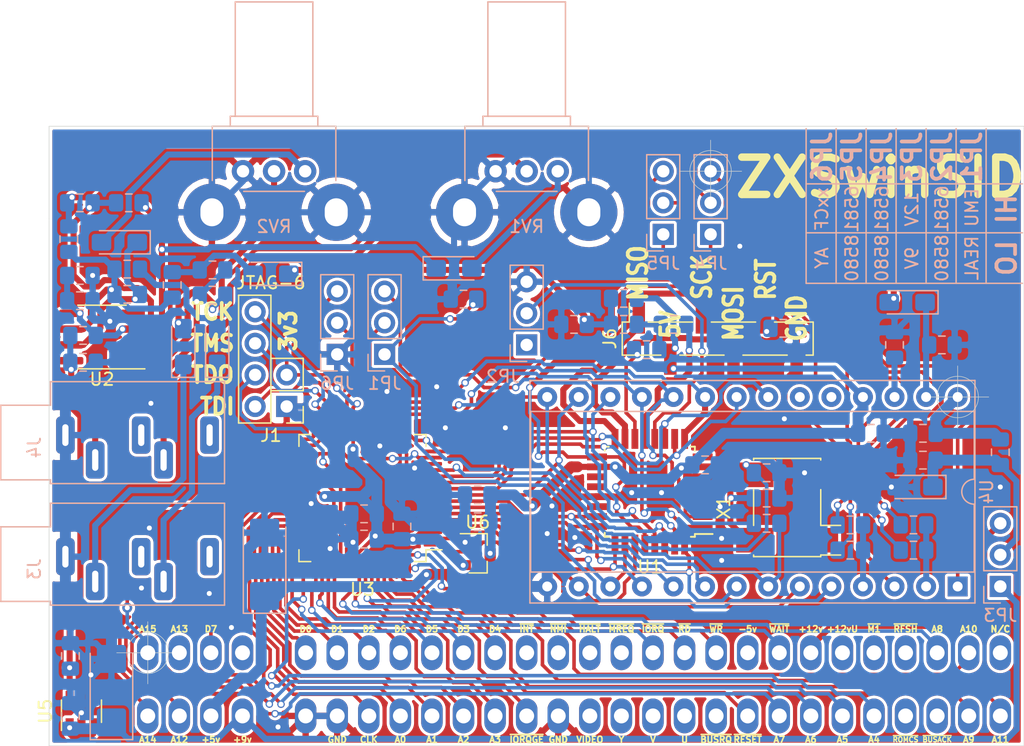
<source format=kicad_pcb>
(kicad_pcb (version 20171130) (host pcbnew "(5.1.9)-1")
  (layers (0 F.Cu signal hide) (31 B.Cu signal) (34 B.Paste user hide) (35 F.Paste user hide) (36 B.SilkS user) (37 F.SilkS user hide) (38 B.Mask user) (39 F.Mask user hide) (44 Edge.Cuts user))
  (net 0 "")
  (net 1 GND)
  (net 2 /X32)
  (net 3 /~X32)
  (net 4 +5V)
  (net 5 +9V)
  (net 6 +3V3)
  (net 7 "Net-(J1-Pad4)")
  (net 8 /MOSI)
  (net 9 /MISO)
  (net 10 /SCK)
  (net 11 /~AVR_RST)
  (net 12 /A11)
  (net 13 /A9)
  (net 14 /A4)
  (net 15 /A5)
  (net 16 /A6)
  (net 17 /A7)
  (net 18 /A14)
  (net 19 /A12)
  (net 20 /~CLKCPU)
  (net 21 /A0)
  (net 22 /A1)
  (net 23 /A2)
  (net 24 /A3)
  (net 25 /~IORQGE)
  (net 26 /~RST)
  (net 27 /A10)
  (net 28 /A8)
  (net 29 /~WAIT)
  (net 30 /A15)
  (net 31 /A13)
  (net 32 /D7)
  (net 33 /D0)
  (net 34 /D1)
  (net 35 /D2)
  (net 36 /D6)
  (net 37 /D5)
  (net 38 /D3)
  (net 39 /D4)
  (net 40 /~IORQ)
  (net 41 /~RD)
  (net 42 /~WR)
  (net 43 "Net-(R1-Pad2)")
  (net 44 "Net-(R2-Pad2)")
  (net 45 /~SID_RST)
  (net 46 /~SID_WR)
  (net 47 /SID_D3)
  (net 48 /SID_D4)
  (net 49 /SID_D5)
  (net 50 /SID_D6)
  (net 51 /SID_D7)
  (net 52 "Net-(U1-Pad19)")
  (net 53 "Net-(U1-Pad20)")
  (net 54 "Net-(U1-Pad22)")
  (net 55 /SID_A0)
  (net 56 /SID_A1)
  (net 57 /SID_A2)
  (net 58 /SID_A3)
  (net 59 /SID_A4)
  (net 60 /SID_D2)
  (net 61 /SID_D0)
  (net 62 /SID_D1)
  (net 63 /~SID_CS)
  (net 64 /SID_CLK)
  (net 65 "Net-(U3-Pad22)")
  (net 66 "Net-(U3-Pad24)")
  (net 67 "Net-(U3-Pad25)")
  (net 68 "Net-(JP2-Pad2)")
  (net 69 "Net-(J1-Pad2)")
  (net 70 "Net-(J1-Pad6)")
  (net 71 "Net-(J1-Pad8)")
  (net 72 "Net-(J2-PadA26)")
  (net 73 "Net-(J2-PadA25)")
  (net 74 "Net-(J2-PadA15)")
  (net 75 "Net-(J2-PadA16)")
  (net 76 "Net-(J2-PadA17)")
  (net 77 "Net-(J2-PadA18)")
  (net 78 "Net-(J2-PadA19)")
  (net 79 "Net-(J2-PadB28)")
  (net 80 "Net-(J2-PadB25)")
  (net 81 "Net-(J2-PadB24)")
  (net 82 "Net-(J2-PadB23)")
  (net 83 +12V)
  (net 84 "Net-(J2-PadB4)")
  (net 85 "Net-(J2-PadB13)")
  (net 86 "Net-(J2-PadB14)")
  (net 87 "Net-(J2-PadB15)")
  (net 88 "Net-(J2-PadB16)")
  (net 89 "Net-(J2-PadB20)")
  (net 90 "Net-(JP6-Pad2)")
  (net 91 "Net-(C3-Pad2)")
  (net 92 "Net-(C3-Pad1)")
  (net 93 "Net-(C4-Pad1)")
  (net 94 "Net-(C4-Pad2)")
  (net 95 "Net-(C5-Pad1)")
  (net 96 "Net-(C6-Pad1)")
  (net 97 "Net-(C7-Pad2)")
  (net 98 "Net-(C8-Pad2)")
  (net 99 "Net-(C8-Pad1)")
  (net 100 "Net-(C9-Pad1)")
  (net 101 "Net-(C9-Pad2)")
  (net 102 VDD)
  (net 103 "Net-(C12-Pad2)")
  (net 104 "Net-(C13-Pad1)")
  (net 105 "Net-(C13-Pad2)")
  (net 106 +6V)
  (net 107 "Net-(C26-Pad1)")
  (net 108 "Net-(C26-Pad2)")
  (net 109 "Net-(C27-Pad2)")
  (net 110 "Net-(C27-Pad1)")
  (net 111 "Net-(C28-Pad1)")
  (net 112 "Net-(C29-Pad1)")
  (net 113 "Net-(J3-Pad4)")
  (net 114 "Net-(J3-Pad5)")
  (net 115 "Net-(J4-Pad5)")
  (net 116 "Net-(J4-Pad4)")
  (net 117 "Net-(J4-Pad3)")
  (net 118 "Net-(J4-Pad2)")
  (net 119 /~REAL_RST)
  (net 120 "Net-(JP4-Pad2)")
  (net 121 "Net-(JP5-Pad2)")
  (net 122 "Net-(R1-Pad1)")
  (net 123 /AUDIO_2)
  (net 124 /AUDIO_1)
  (net 125 "Net-(R16-Pad2)")
  (net 126 "Net-(U4-Pad23)")
  (net 127 "Net-(U4-Pad24)")
  (net 128 "Net-(U5-Pad4)")
  (net 129 "Net-(X1-Pad1)")
  (net 130 "Net-(JP2-Pad1)")
  (module CPU2:Audio_SJ1-3535NG (layer B.Cu) (at 58.9534 103.505 270)
    (fp_text reference J4 (at 0 -0.5 270) (layer B.SilkS) (effects (justify mirror)))
    (fp_text value SJ1-3535NG-GR)
    (pad 5 thru_hole roundrect (at -1 -9.1 270) (size 3 1.5) (drill oval 1.75 0.5) (layers *.Cu *.Mask) (net 115 "Net-(J4-Pad5)"))
    (pad 4 thru_hole roundrect (at -1 -14.6 270) (size 3 1.5) (drill oval 1.75 0.5) (layers *.Cu *.Mask) (net 116 "Net-(J4-Pad4)"))
    (pad 3 thru_hole roundrect (at 1 -10.9 270) (size 3 1.5) (drill oval 1.75 0.5) (layers *.Cu *.Mask) (net 117 "Net-(J4-Pad3)"))
    (pad 2 thru_hole roundrect (at 1 -5.4 270) (size 3 1.5) (drill oval 1.75 0.5) (layers *.Cu *.Mask) (net 118 "Net-(J4-Pad2)"))
    (pad 1 thru_hole roundrect (at -1 -3 270) (size 3 1.5) (drill oval 1.75 0.5) (layers *.Cu *.Mask) (net 1 GND))
  )
  (module Resistor_SMD:R_0805_2012Metric_Pad1.15x1.40mm_HandSolder (layer B.Cu) (at 70.5485 90.424 90)
    (fp_text reference R6 hide)
    (fp_text value 22k)
    (pad 1 smd roundrect (at -1.025 0 90) (size 1.15 1.4) (layers B.Cu B.Paste B.Mask) (roundrect_rratio 0.2173904347826087) (net 123 /AUDIO_2))
    (pad 2 smd roundrect (at 1.025 0 90) (size 1.15 1.4) (layers B.Cu B.Paste B.Mask) (roundrect_rratio 0.2173904347826087) (net 97 "Net-(C7-Pad2)"))
  )
  (module CPU2:SPECTRUM_EDGE_CONNECTOR (layer F.Cu) (at 101.6 122.555)
    (fp_text reference J2 hide)
    (fp_text value zx_edge-my)
    (fp_text user N/C (at 35.56 -4.445) (layer F.SilkS) (effects (font (size 0.5 0.5) (thickness 0.125))))
    (fp_text user A10 (at 33.02 -4.445) (layer F.SilkS) (effects (font (size 0.5 0.5) (thickness 0.125))))
    (fp_text user A11 (at 35.56 4.445) (layer F.SilkS) (effects (font (size 0.5 0.5) (thickness 0.125))))
    (fp_text user A9 (at 33.02 4.445) (layer F.SilkS) (effects (font (size 0.5 0.5) (thickness 0.125))))
    (fp_text user A8 (at 30.48 -4.445) (layer F.SilkS) (effects (font (size 0.5 0.5) (thickness 0.125))))
    (fp_text user ~RFSH (at 27.94 -4.445) (layer F.SilkS) (effects (font (size 0.5 0.5) (thickness 0.125))))
    (fp_text user ~M1 (at 25.4 -4.445) (layer F.SilkS) (effects (font (size 0.5 0.5) (thickness 0.125))))
    (fp_text user +12vU (at 22.86 -4.445) (layer F.SilkS) (effects (font (size 0.5 0.5) (thickness 0.125))))
    (fp_text user ~BUSACK (at 30.48 4.445) (layer F.SilkS) (effects (font (size 0.4 0.4) (thickness 0.1))))
    (fp_text user ~ROMCS (at 27.94 4.445) (layer F.SilkS) (effects (font (size 0.4 0.4) (thickness 0.1))))
    (fp_text user A4 (at 25.4 4.445) (layer F.SilkS) (effects (font (size 0.5 0.5) (thickness 0.125))))
    (fp_text user A5 (at 22.86 4.445) (layer F.SilkS) (effects (font (size 0.5 0.5) (thickness 0.125))))
    (fp_text user +12v (at 20.32 -4.445) (layer F.SilkS) (effects (font (size 0.5 0.5) (thickness 0.125))))
    (fp_text user ~WAIT (at 17.78 -4.445) (layer F.SilkS) (effects (font (size 0.5 0.5) (thickness 0.125))))
    (fp_text user -5v (at 15.24 -4.445) (layer F.SilkS) (effects (font (size 0.5 0.5) (thickness 0.125))))
    (fp_text user ~WR (at 12.7 -4.445) (layer F.SilkS) (effects (font (size 0.5 0.5) (thickness 0.125))))
    (fp_text user A6 (at 20.32 4.445) (layer F.SilkS) (effects (font (size 0.5 0.5) (thickness 0.125))))
    (fp_text user A7 (at 17.78 4.445) (layer F.SilkS) (effects (font (size 0.5 0.5) (thickness 0.125))))
    (fp_text user ~RESET (at 15.24 4.445) (layer F.SilkS) (effects (font (size 0.5 0.5) (thickness 0.125))))
    (fp_text user ~BUSRQ (at 12.7 4.445) (layer F.SilkS) (effects (font (size 0.5 0.5) (thickness 0.125))))
    (fp_text user ~RD (at 10.16 -4.445) (layer F.SilkS) (effects (font (size 0.5 0.5) (thickness 0.125))))
    (fp_text user ~IORQ (at 7.62 -4.445) (layer F.SilkS) (effects (font (size 0.5 0.5) (thickness 0.125))))
    (fp_text user ~MREQ (at 5.08 -4.445) (layer F.SilkS) (effects (font (size 0.5 0.5) (thickness 0.125))))
    (fp_text user ~HALT (at 2.54 -4.445) (layer F.SilkS) (effects (font (size 0.5 0.5) (thickness 0.125))))
    (fp_text user U (at 10.16 4.445) (layer F.SilkS) (effects (font (size 0.5 0.5) (thickness 0.125))))
    (fp_text user V (at 7.62 4.445) (layer F.SilkS) (effects (font (size 0.5 0.5) (thickness 0.125))))
    (fp_text user Y (at 5.08 4.445) (layer F.SilkS) (effects (font (size 0.5 0.5) (thickness 0.125))))
    (fp_text user VIDEO (at 2.54 4.445) (layer F.SilkS) (effects (font (size 0.5 0.5) (thickness 0.125))))
    (fp_text user GND (at 0 4.445) (layer F.SilkS) (effects (font (size 0.5 0.5) (thickness 0.125))))
    (fp_text user ~IORQGE (at -2.54 4.445) (layer F.SilkS) (effects (font (size 0.5 0.5) (thickness 0.125))))
    (fp_text user A3 (at -5.08 4.445) (layer F.SilkS) (effects (font (size 0.5 0.5) (thickness 0.125))))
    (fp_text user ~NMI (at 0 -4.445) (layer F.SilkS) (effects (font (size 0.5 0.5) (thickness 0.125))))
    (fp_text user ~INT (at -2.54 -4.445) (layer F.SilkS) (effects (font (size 0.5 0.5) (thickness 0.125))))
    (fp_text user D4 (at -5.08 -4.445) (layer F.SilkS) (effects (font (size 0.5 0.5) (thickness 0.125))))
    (fp_text user D3 (at -7.62 -4.445) (layer F.SilkS) (effects (font (size 0.5 0.5) (thickness 0.125))))
    (fp_text user A2 (at -7.62 4.445) (layer F.SilkS) (effects (font (size 0.5 0.5) (thickness 0.125))))
    (fp_text user D5 (at -10.16 -4.445) (layer F.SilkS) (effects (font (size 0.5 0.5) (thickness 0.125))))
    (fp_text user D6 (at -12.7 -4.445) (layer F.SilkS) (effects (font (size 0.5 0.5) (thickness 0.125))))
    (fp_text user D2 (at -15.24 -4.445) (layer F.SilkS) (effects (font (size 0.5 0.5) (thickness 0.125))))
    (fp_text user A1 (at -10.16 4.445) (layer F.SilkS) (effects (font (size 0.5 0.5) (thickness 0.125))))
    (fp_text user A0 (at -12.7 4.445) (layer F.SilkS) (effects (font (size 0.5 0.5) (thickness 0.125))))
    (fp_text user CLK (at -15.24 4.445) (layer F.SilkS) (effects (font (size 0.5 0.5) (thickness 0.125))))
    (fp_text user GND (at -17.78 4.445) (layer F.SilkS) (effects (font (size 0.5 0.5) (thickness 0.125))))
    (fp_text user GND (at 0 4.445) (layer F.SilkS) (effects (font (size 0.5 0.5) (thickness 0.125))))
    (fp_text user +9v (at -25.4 4.445) (layer F.SilkS) (effects (font (size 0.5 0.5) (thickness 0.125))))
    (fp_text user +5v (at -27.94 4.445) (layer F.SilkS) (effects (font (size 0.5 0.5) (thickness 0.125))))
    (fp_text user A12 (at -30.48 4.445) (layer F.SilkS) (effects (font (size 0.5 0.5) (thickness 0.125))))
    (fp_text user A14 (at -33.02 4.445) (layer F.SilkS) (effects (font (size 0.5 0.5) (thickness 0.125))))
    (fp_text user D1 (at -17.78 -4.445) (layer F.SilkS) (effects (font (size 0.5 0.5) (thickness 0.125))))
    (fp_text user D0 (at -20.32 -4.445) (layer F.SilkS) (effects (font (size 0.5 0.5) (thickness 0.125))))
    (fp_text user N/C (at 35.56 -4.445) (layer F.SilkS) (effects (font (size 0.5 0.5) (thickness 0.125))))
    (fp_text user D7 (at -27.94 -4.445) (layer F.SilkS) (effects (font (size 0.5 0.5) (thickness 0.125))))
    (fp_text user A13 (at -30.48 -4.445) (layer F.SilkS) (effects (font (size 0.5 0.5) (thickness 0.125))))
    (fp_text user A15 (at -33.02 -4.445) (layer F.SilkS) (effects (font (size 0.5 0.5) (thickness 0.125))))
    (pad A28 thru_hole oval (at 35.56 2.54) (size 1.7272 2.8) (drill 1.2) (layers *.Cu *.Mask) (net 12 /A11))
    (pad A27 thru_hole oval (at 33.02 2.54) (size 1.7272 2.8) (drill 1.2) (layers *.Cu *.Mask) (net 13 /A9))
    (pad A26 thru_hole oval (at 30.48 2.54) (size 1.7272 2.8) (drill 1.2) (layers *.Cu *.Mask) (net 72 "Net-(J2-PadA26)"))
    (pad A25 thru_hole oval (at 27.94 2.54) (size 1.7272 2.8) (drill 1.2) (layers *.Cu *.Mask) (net 73 "Net-(J2-PadA25)"))
    (pad A24 thru_hole oval (at 25.4 2.54) (size 1.7272 2.8) (drill 1.2) (layers *.Cu *.Mask) (net 14 /A4))
    (pad A23 thru_hole oval (at 22.86 2.54) (size 1.7272 2.8) (drill 1.2) (layers *.Cu *.Mask) (net 15 /A5))
    (pad A22 thru_hole oval (at 20.32 2.54) (size 1.7272 2.8) (drill 1.2) (layers *.Cu *.Mask) (net 16 /A6))
    (pad A21 thru_hole oval (at 17.78 2.54) (size 1.7272 2.8) (drill 1.2) (layers *.Cu *.Mask) (net 17 /A7))
    (pad A1 thru_hole oval (at -33.02 2.54) (size 1.7272 2.8) (drill 1.2) (layers *.Cu *.Mask) (net 18 /A14))
    (pad A2 thru_hole oval (at -30.48 2.54) (size 1.7272 2.8) (drill 1.2) (layers *.Cu *.Mask) (net 19 /A12))
    (pad A3 thru_hole oval (at -27.94 2.54) (size 1.7272 2.8) (drill 1.2) (layers *.Cu *.Mask) (net 4 +5V))
    (pad A4 thru_hole oval (at -25.4 2.54) (size 1.7272 2.8) (drill 1.2) (layers *.Cu *.Mask) (net 5 +9V))
    (pad A6 thru_hole oval (at -20.32 2.54) (size 1.7272 2.8) (drill 1.2) (layers *.Cu *.Mask) (net 1 GND))
    (pad A7 thru_hole oval (at -17.78 2.54) (size 1.7272 2.8) (drill 1.2) (layers *.Cu *.Mask) (net 1 GND))
    (pad A8 thru_hole oval (at -15.24 2.54) (size 1.7272 2.8) (drill 1.2) (layers *.Cu *.Mask) (net 20 /~CLKCPU))
    (pad A9 thru_hole oval (at -12.7 2.54) (size 1.7272 2.8) (drill 1.2) (layers *.Cu *.Mask) (net 21 /A0))
    (pad A10 thru_hole oval (at -10.16 2.54) (size 1.7272 2.8) (drill 1.2) (layers *.Cu *.Mask) (net 22 /A1))
    (pad A11 thru_hole oval (at -7.62 2.54) (size 1.7272 2.8) (drill 1.2) (layers *.Cu *.Mask) (net 23 /A2))
    (pad A12 thru_hole oval (at -5.08 2.54) (size 1.7272 2.8) (drill 1.2) (layers *.Cu *.Mask) (net 24 /A3))
    (pad A13 thru_hole oval (at -2.54 2.54) (size 1.7272 2.8) (drill 1.2) (layers *.Cu *.Mask) (net 25 /~IORQGE))
    (pad A14 thru_hole oval (at 0 2.54) (size 1.7272 2.8) (drill 1.2) (layers *.Cu *.Mask) (net 1 GND))
    (pad A15 thru_hole oval (at 2.54 2.54) (size 1.7272 2.8) (drill 1.2) (layers *.Cu *.Mask) (net 74 "Net-(J2-PadA15)"))
    (pad A16 thru_hole oval (at 5.08 2.54) (size 1.7272 2.8) (drill 1.2) (layers *.Cu *.Mask) (net 75 "Net-(J2-PadA16)"))
    (pad A17 thru_hole oval (at 7.62 2.54) (size 1.7272 2.8) (drill 1.2) (layers *.Cu *.Mask) (net 76 "Net-(J2-PadA17)"))
    (pad A18 thru_hole oval (at 10.16 2.54) (size 1.7272 2.8) (drill 1.2) (layers *.Cu *.Mask) (net 77 "Net-(J2-PadA18)"))
    (pad A19 thru_hole oval (at 12.7 2.54) (size 1.7272 2.8) (drill 1.2) (layers *.Cu *.Mask) (net 78 "Net-(J2-PadA19)"))
    (pad A20 thru_hole oval (at 15.24 2.54) (size 1.7272 2.8) (drill 1.2) (layers *.Cu *.Mask) (net 26 /~RST))
    (pad B28 thru_hole oval (at 35.56 -2.54) (size 1.7272 2.8) (drill 1.2) (layers *.Cu *.Mask) (net 79 "Net-(J2-PadB28)"))
    (pad B27 thru_hole oval (at 33.02 -2.54) (size 1.7272 2.8) (drill 1.2) (layers *.Cu *.Mask) (net 27 /A10))
    (pad B26 thru_hole oval (at 30.48 -2.54) (size 1.7272 2.8) (drill 1.2) (layers *.Cu *.Mask) (net 28 /A8))
    (pad B25 thru_hole oval (at 27.94 -2.54) (size 1.7272 2.8) (drill 1.2) (layers *.Cu *.Mask) (net 80 "Net-(J2-PadB25)"))
    (pad B24 thru_hole oval (at 25.4 -2.54) (size 1.7272 2.8) (drill 1.2) (layers *.Cu *.Mask) (net 81 "Net-(J2-PadB24)"))
    (pad B23 thru_hole oval (at 22.86 -2.54) (size 1.7272 2.8) (drill 1.2) (layers *.Cu *.Mask) (net 82 "Net-(J2-PadB23)"))
    (pad B22 thru_hole oval (at 20.32 -2.54) (size 1.7272 2.8) (drill 1.2) (layers *.Cu *.Mask) (net 83 +12V))
    (pad B21 thru_hole oval (at 17.78 -2.54) (size 1.7272 2.8) (drill 1.2) (layers *.Cu *.Mask) (net 29 /~WAIT))
    (pad B1 thru_hole oval (at -33.02 -2.54) (size 1.7272 2.8) (drill 1.2) (layers *.Cu *.Mask) (net 30 /A15))
    (pad B2 thru_hole oval (at -30.48 -2.54) (size 1.7272 2.8) (drill 1.2) (layers *.Cu *.Mask) (net 31 /A13))
    (pad B3 thru_hole oval (at -27.94 -2.54) (size 1.7272 2.8) (drill 1.2) (layers *.Cu *.Mask) (net 32 /D7))
    (pad B4 thru_hole oval (at -25.4 -2.54) (size 1.7272 2.8) (drill 1.2) (layers *.Cu *.Mask) (net 84 "Net-(J2-PadB4)"))
    (pad B6 thru_hole oval (at -20.32 -2.54) (size 1.7272 2.8) (drill 1.2) (layers *.Cu *.Mask) (net 33 /D0))
    (pad B7 thru_hole oval (at -17.78 -2.54) (size 1.7272 2.8) (drill 1.2) (layers *.Cu *.Mask) (net 34 /D1))
    (pad B8 thru_hole oval (at -15.24 -2.54) (size 1.7272 2.8) (drill 1.2) (layers *.Cu *.Mask) (net 35 /D2))
    (pad B9 thru_hole oval (at -12.7 -2.54) (size 1.7272 2.8) (drill 1.2) (layers *.Cu *.Mask) (net 36 /D6))
    (pad B10 thru_hole oval (at -10.16 -2.54) (size 1.7272 2.8) (drill 1.2) (layers *.Cu *.Mask) (net 37 /D5))
    (pad B11 thru_hole oval (at -7.62 -2.54) (size 1.7272 2.8) (drill 1.2) (layers *.Cu *.Mask) (net 38 /D3))
    (pad B12 thru_hole oval (at -5.08 -2.54) (size 1.7272 2.8) (drill 1.2) (layers *.Cu *.Mask) (net 39 /D4))
    (pad B13 thru_hole oval (at -2.54 -2.54) (size 1.7272 2.8) (drill 1.2) (layers *.Cu *.Mask) (net 85 "Net-(J2-PadB13)"))
    (pad B14 thru_hole oval (at 0 -2.54) (size 1.7272 2.8) (drill 1.2) (layers *.Cu *.Mask) (net 86 "Net-(J2-PadB14)"))
    (pad B15 thru_hole oval (at 2.54 -2.54) (size 1.7272 2.8) (drill 1.2) (layers *.Cu *.Mask) (net 87 "Net-(J2-PadB15)"))
    (pad B16 thru_hole oval (at 5.08 -2.54) (size 1.7272 2.8) (drill 1.2) (layers *.Cu *.Mask) (net 88 "Net-(J2-PadB16)"))
    (pad B17 thru_hole oval (at 7.62 -2.54) (size 1.7272 2.8) (drill 1.2) (layers *.Cu *.Mask) (net 40 /~IORQ))
    (pad B18 thru_hole oval (at 10.16 -2.54) (size 1.7272 2.8) (drill 1.2) (layers *.Cu *.Mask) (net 41 /~RD))
    (pad B19 thru_hole oval (at 12.7 -2.54) (size 1.7272 2.8) (drill 1.2) (layers *.Cu *.Mask) (net 42 /~WR))
    (pad B20 thru_hole oval (at 15.24 -2.54) (size 1.7272 2.8) (drill 1.2) (layers *.Cu *.Mask) (net 89 "Net-(J2-PadB20)"))
  )
  (module Package_QFP:TQFP-32_7x7mm_P0.8mm (layer F.Cu) (at 108.966 107.061 180)
    (fp_text reference U1 (at 0 -6.05) (layer F.SilkS))
    (fp_text value ATmega88PA-AU)
    (pad 1 smd rect (at -4.25 -2.8 180) (size 1.6 0.55) (layers F.Cu F.Paste F.Mask) (net 47 /SID_D3))
    (pad 2 smd rect (at -4.25 -2 180) (size 1.6 0.55) (layers F.Cu F.Paste F.Mask) (net 48 /SID_D4))
    (pad 3 smd rect (at -4.25 -1.2 180) (size 1.6 0.55) (layers F.Cu F.Paste F.Mask) (net 1 GND))
    (pad 4 smd rect (at -4.25 -0.4 180) (size 1.6 0.55) (layers F.Cu F.Paste F.Mask) (net 4 +5V))
    (pad 5 smd rect (at -4.25 0.4 180) (size 1.6 0.55) (layers F.Cu F.Paste F.Mask) (net 1 GND))
    (pad 6 smd rect (at -4.25 1.2 180) (size 1.6 0.55) (layers F.Cu F.Paste F.Mask) (net 4 +5V))
    (pad 7 smd rect (at -4.25 2 180) (size 1.6 0.55) (layers F.Cu F.Paste F.Mask) (net 2 /X32))
    (pad 8 smd rect (at -4.25 2.8 180) (size 1.6 0.55) (layers F.Cu F.Paste F.Mask) (net 3 /~X32))
    (pad 9 smd rect (at -2.8 4.25 270) (size 1.6 0.55) (layers F.Cu F.Paste F.Mask) (net 49 /SID_D5))
    (pad 10 smd rect (at -2 4.25 270) (size 1.6 0.55) (layers F.Cu F.Paste F.Mask) (net 50 /SID_D6))
    (pad 11 smd rect (at -1.2 4.25 270) (size 1.6 0.55) (layers F.Cu F.Paste F.Mask) (net 51 /SID_D7))
    (pad 12 smd rect (at -0.4 4.25 270) (size 1.6 0.55) (layers F.Cu F.Paste F.Mask) (net 68 "Net-(JP2-Pad2)"))
    (pad 13 smd rect (at 0.4 4.25 270) (size 1.6 0.55) (layers F.Cu F.Paste F.Mask) (net 43 "Net-(R1-Pad2)"))
    (pad 14 smd rect (at 1.2 4.25 270) (size 1.6 0.55) (layers F.Cu F.Paste F.Mask) (net 44 "Net-(R2-Pad2)"))
    (pad 15 smd rect (at 2 4.25 270) (size 1.6 0.55) (layers F.Cu F.Paste F.Mask) (net 8 /MOSI))
    (pad 16 smd rect (at 2.8 4.25 270) (size 1.6 0.55) (layers F.Cu F.Paste F.Mask) (net 9 /MISO))
    (pad 17 smd rect (at 4.25 2.8 180) (size 1.6 0.55) (layers F.Cu F.Paste F.Mask) (net 10 /SCK))
    (pad 18 smd rect (at 4.25 2 180) (size 1.6 0.55) (layers F.Cu F.Paste F.Mask) (net 4 +5V))
    (pad 19 smd rect (at 4.25 1.2 180) (size 1.6 0.55) (layers F.Cu F.Paste F.Mask) (net 52 "Net-(U1-Pad19)"))
    (pad 20 smd rect (at 4.25 0.4 180) (size 1.6 0.55) (layers F.Cu F.Paste F.Mask) (net 53 "Net-(U1-Pad20)"))
    (pad 21 smd rect (at 4.25 -0.4 180) (size 1.6 0.55) (layers F.Cu F.Paste F.Mask) (net 1 GND))
    (pad 22 smd rect (at 4.25 -1.2 180) (size 1.6 0.55) (layers F.Cu F.Paste F.Mask) (net 54 "Net-(U1-Pad22)"))
    (pad 23 smd rect (at 4.25 -2 180) (size 1.6 0.55) (layers F.Cu F.Paste F.Mask) (net 55 /SID_A0))
    (pad 24 smd rect (at 4.25 -2.8 180) (size 1.6 0.55) (layers F.Cu F.Paste F.Mask) (net 56 /SID_A1))
    (pad 25 smd rect (at 2.8 -4.25 270) (size 1.6 0.55) (layers F.Cu F.Paste F.Mask) (net 57 /SID_A2))
    (pad 26 smd rect (at 2 -4.25 270) (size 1.6 0.55) (layers F.Cu F.Paste F.Mask) (net 58 /SID_A3))
    (pad 27 smd rect (at 1.2 -4.25 270) (size 1.6 0.55) (layers F.Cu F.Paste F.Mask) (net 59 /SID_A4))
    (pad 28 smd rect (at 0.4 -4.25 270) (size 1.6 0.55) (layers F.Cu F.Paste F.Mask) (net 60 /SID_D2))
    (pad 29 smd rect (at -0.4 -4.25 270) (size 1.6 0.55) (layers F.Cu F.Paste F.Mask) (net 11 /~AVR_RST))
    (pad 30 smd rect (at -1.2 -4.25 270) (size 1.6 0.55) (layers F.Cu F.Paste F.Mask) (net 61 /SID_D0))
    (pad 31 smd rect (at -2 -4.25 270) (size 1.6 0.55) (layers F.Cu F.Paste F.Mask) (net 62 /SID_D1))
    (pad 32 smd rect (at -2.8 -4.25 270) (size 1.6 0.55) (layers F.Cu F.Paste F.Mask) (net 63 /~SID_CS))
  )
  (module Package_QFP:TQFP-64_10x10mm_P0.5mm (layer F.Cu) (at 85.852 107.569 180)
    (fp_text reference U3 (at 0 -7.35) (layer F.SilkS))
    (fp_text value XC9572XL-VQ64)
    (pad 1 smd roundrect (at -5.6625 -3.75 180) (size 1.475 0.3) (layers F.Cu F.Paste F.Mask) (net 64 /SID_CLK))
    (pad 2 smd roundrect (at -5.6625 -3.25 180) (size 1.475 0.3) (layers F.Cu F.Paste F.Mask) (net 59 /SID_A4))
    (pad 3 smd roundrect (at -5.6625 -2.75 180) (size 1.475 0.3) (layers F.Cu F.Paste F.Mask) (net 6 +3V3))
    (pad 4 smd roundrect (at -5.6625 -2.25 180) (size 1.475 0.3) (layers F.Cu F.Paste F.Mask) (net 57 /SID_A2))
    (pad 5 smd roundrect (at -5.6625 -1.75 180) (size 1.475 0.3) (layers F.Cu F.Paste F.Mask) (net 58 /SID_A3))
    (pad 6 smd roundrect (at -5.6625 -1.25 180) (size 1.475 0.3) (layers F.Cu F.Paste F.Mask) (net 63 /~SID_CS))
    (pad 7 smd roundrect (at -5.6625 -0.75 180) (size 1.475 0.3) (layers F.Cu F.Paste F.Mask) (net 56 /SID_A1))
    (pad 8 smd roundrect (at -5.6625 -0.25 180) (size 1.475 0.3) (layers F.Cu F.Paste F.Mask) (net 55 /SID_A0))
    (pad 9 smd roundrect (at -5.6625 0.25 180) (size 1.475 0.3) (layers F.Cu F.Paste F.Mask) (net 62 /SID_D1))
    (pad 10 smd roundrect (at -5.6625 0.75 180) (size 1.475 0.3) (layers F.Cu F.Paste F.Mask) (net 50 /SID_D6))
    (pad 11 smd roundrect (at -5.6625 1.25 180) (size 1.475 0.3) (layers F.Cu F.Paste F.Mask) (net 51 /SID_D7))
    (pad 12 smd roundrect (at -5.6625 1.75 180) (size 1.475 0.3) (layers F.Cu F.Paste F.Mask) (net 60 /SID_D2))
    (pad 13 smd roundrect (at -5.6625 2.25 180) (size 1.475 0.3) (layers F.Cu F.Paste F.Mask) (net 46 /~SID_WR))
    (pad 14 smd roundrect (at -5.6625 2.75 180) (size 1.475 0.3) (layers F.Cu F.Paste F.Mask) (net 1 GND))
    (pad 15 smd roundrect (at -5.6625 3.25 180) (size 1.475 0.3) (layers F.Cu F.Paste F.Mask) (net 20 /~CLKCPU))
    (pad 16 smd roundrect (at -5.6625 3.75 180) (size 1.475 0.3) (layers F.Cu F.Paste F.Mask) (net 61 /SID_D0))
    (pad 17 smd roundrect (at -3.75 5.6625 180) (size 0.3 1.475) (layers F.Cu F.Paste F.Mask) (net 2 /X32))
    (pad 18 smd roundrect (at -3.25 5.6625 180) (size 0.3 1.475) (layers F.Cu F.Paste F.Mask) (net 48 /SID_D4))
    (pad 19 smd roundrect (at -2.75 5.6625 180) (size 0.3 1.475) (layers F.Cu F.Paste F.Mask) (net 47 /SID_D3))
    (pad 20 smd roundrect (at -2.25 5.6625 180) (size 0.3 1.475) (layers F.Cu F.Paste F.Mask) (net 49 /SID_D5))
    (pad 21 smd roundrect (at -1.75 5.6625 180) (size 0.3 1.475) (layers F.Cu F.Paste F.Mask) (net 1 GND))
    (pad 22 smd roundrect (at -1.25 5.6625 180) (size 0.3 1.475) (layers F.Cu F.Paste F.Mask) (net 65 "Net-(U3-Pad22)"))
    (pad 23 smd roundrect (at -0.75 5.6625 180) (size 0.3 1.475) (layers F.Cu F.Paste F.Mask) (net 45 /~SID_RST))
    (pad 24 smd roundrect (at -0.25 5.6625 180) (size 0.3 1.475) (layers F.Cu F.Paste F.Mask) (net 66 "Net-(U3-Pad24)"))
    (pad 25 smd roundrect (at 0.25 5.6625 180) (size 0.3 1.475) (layers F.Cu F.Paste F.Mask) (net 67 "Net-(U3-Pad25)"))
    (pad 26 smd roundrect (at 0.75 5.6625 180) (size 0.3 1.475) (layers F.Cu F.Paste F.Mask) (net 6 +3V3))
    (pad 27 smd roundrect (at 1.25 5.6625 180) (size 0.3 1.475) (layers F.Cu F.Paste F.Mask) (net 90 "Net-(JP6-Pad2)"))
    (pad 28 smd roundrect (at 1.75 5.6625 180) (size 0.3 1.475) (layers F.Cu F.Paste F.Mask) (net 69 "Net-(J1-Pad2)"))
    (pad 29 smd roundrect (at 2.25 5.6625 180) (size 0.3 1.475) (layers F.Cu F.Paste F.Mask) (net 70 "Net-(J1-Pad6)"))
    (pad 30 smd roundrect (at 2.75 5.6625 180) (size 0.3 1.475) (layers F.Cu F.Paste F.Mask) (net 71 "Net-(J1-Pad8)"))
    (pad 31 smd roundrect (at 3.25 5.6625 180) (size 0.3 1.475) (layers F.Cu F.Paste F.Mask) (net 18 /A14))
    (pad 32 smd roundrect (at 3.75 5.6625 180) (size 0.3 1.475) (layers F.Cu F.Paste F.Mask) (net 30 /A15))
    (pad 33 smd roundrect (at 5.6625 3.75 180) (size 1.475 0.3) (layers F.Cu F.Paste F.Mask) (net 19 /A12))
    (pad 34 smd roundrect (at 5.6625 3.25 180) (size 1.475 0.3) (layers F.Cu F.Paste F.Mask) (net 17 /A7))
    (pad 35 smd roundrect (at 5.6625 2.75 180) (size 1.475 0.3) (layers F.Cu F.Paste F.Mask) (net 15 /A5))
    (pad 36 smd roundrect (at 5.6625 2.25 180) (size 1.475 0.3) (layers F.Cu F.Paste F.Mask) (net 16 /A6))
    (pad 37 smd roundrect (at 5.6625 1.75 180) (size 1.475 0.3) (layers F.Cu F.Paste F.Mask) (net 6 +3V3))
    (pad 38 smd roundrect (at 5.6625 1.25 180) (size 1.475 0.3) (layers F.Cu F.Paste F.Mask) (net 32 /D7))
    (pad 39 smd roundrect (at 5.6625 0.75 180) (size 1.475 0.3) (layers F.Cu F.Paste F.Mask) (net 14 /A4))
    (pad 40 smd roundrect (at 5.6625 0.25 180) (size 1.475 0.3) (layers F.Cu F.Paste F.Mask) (net 21 /A0))
    (pad 41 smd roundrect (at 5.6625 -0.25 180) (size 1.475 0.3) (layers F.Cu F.Paste F.Mask) (net 1 GND))
    (pad 42 smd roundrect (at 5.6625 -0.75 180) (size 1.475 0.3) (layers F.Cu F.Paste F.Mask) (net 22 /A1))
    (pad 43 smd roundrect (at 5.6625 -1.25 180) (size 1.475 0.3) (layers F.Cu F.Paste F.Mask) (net 23 /A2))
    (pad 44 smd roundrect (at 5.6625 -1.75 180) (size 1.475 0.3) (layers F.Cu F.Paste F.Mask) (net 33 /D0))
    (pad 45 smd roundrect (at 5.6625 -2.25 180) (size 1.475 0.3) (layers F.Cu F.Paste F.Mask) (net 34 /D1))
    (pad 46 smd roundrect (at 5.6625 -2.75 180) (size 1.475 0.3) (layers F.Cu F.Paste F.Mask) (net 35 /D2))
    (pad 47 smd roundrect (at 5.6625 -3.25 180) (size 1.475 0.3) (layers F.Cu F.Paste F.Mask) (net 36 /D6))
    (pad 48 smd roundrect (at 5.6625 -3.75 180) (size 1.475 0.3) (layers F.Cu F.Paste F.Mask) (net 37 /D5))
    (pad 49 smd roundrect (at 3.75 -5.6625 180) (size 0.3 1.475) (layers F.Cu F.Paste F.Mask) (net 38 /D3))
    (pad 50 smd roundrect (at 3.25 -5.6625 180) (size 0.3 1.475) (layers F.Cu F.Paste F.Mask) (net 40 /~IORQ))
    (pad 51 smd roundrect (at 2.75 -5.6625 180) (size 0.3 1.475) (layers F.Cu F.Paste F.Mask) (net 24 /A3))
    (pad 52 smd roundrect (at 2.25 -5.6625 180) (size 0.3 1.475) (layers F.Cu F.Paste F.Mask) (net 25 /~IORQGE))
    (pad 53 smd roundrect (at 1.75 -5.6625 180) (size 0.3 1.475) (layers F.Cu F.Paste F.Mask) (net 7 "Net-(J1-Pad4)"))
    (pad 54 smd roundrect (at 1.25 -5.6625 180) (size 0.3 1.475) (layers F.Cu F.Paste F.Mask) (net 1 GND))
    (pad 55 smd roundrect (at 0.75 -5.6625 180) (size 0.3 1.475) (layers F.Cu F.Paste F.Mask) (net 6 +3V3))
    (pad 56 smd roundrect (at 0.25 -5.6625 180) (size 0.3 1.475) (layers F.Cu F.Paste F.Mask) (net 29 /~WAIT))
    (pad 57 smd roundrect (at -0.25 -5.6625 180) (size 0.3 1.475) (layers F.Cu F.Paste F.Mask) (net 28 /A8))
    (pad 58 smd roundrect (at -0.75 -5.6625 180) (size 0.3 1.475) (layers F.Cu F.Paste F.Mask) (net 39 /D4))
    (pad 59 smd roundrect (at -1.25 -5.6625 180) (size 0.3 1.475) (layers F.Cu F.Paste F.Mask) (net 13 /A9))
    (pad 60 smd roundrect (at -1.75 -5.6625 180) (size 0.3 1.475) (layers F.Cu F.Paste F.Mask) (net 12 /A11))
    (pad 61 smd roundrect (at -2.25 -5.6625 180) (size 0.3 1.475) (layers F.Cu F.Paste F.Mask) (net 27 /A10))
    (pad 62 smd roundrect (at -2.75 -5.6625 180) (size 0.3 1.475) (layers F.Cu F.Paste F.Mask) (net 42 /~WR))
    (pad 63 smd roundrect (at -3.25 -5.6625 180) (size 0.3 1.475) (layers F.Cu F.Paste F.Mask) (net 41 /~RD))
    (pad 64 smd roundrect (at -3.75 -5.6625 180) (size 0.3 1.475) (layers F.Cu F.Paste F.Mask) (net 26 /~RST))
  )
  (module Capacitor_Tantalum_SMD:CP_EIA-3216-18_Kemet-A_Pad1.58x1.35mm_HandSolder (layer B.Cu) (at 74.168 95.377 90)
    (fp_text reference C3 hide)
    (fp_text value 10u)
    (pad 2 smd roundrect (at 1.4375 0 90) (size 1.575 1.35) (layers B.Cu B.Paste B.Mask) (roundrect_rratio 0.1851844444444445) (net 91 "Net-(C3-Pad2)"))
    (pad 1 smd roundrect (at -1.4375 0 90) (size 1.575 1.35) (layers B.Cu B.Paste B.Mask) (roundrect_rratio 0.1851844444444445) (net 92 "Net-(C3-Pad1)"))
  )
  (module Capacitor_Tantalum_SMD:CP_EIA-3216-18_Kemet-A_Pad1.58x1.35mm_HandSolder (layer B.Cu) (at 71.4375 95.377 90)
    (fp_text reference C4 hide)
    (fp_text value 10u)
    (pad 1 smd roundrect (at -1.4375 0 90) (size 1.575 1.35) (layers B.Cu B.Paste B.Mask) (roundrect_rratio 0.1851844444444445) (net 93 "Net-(C4-Pad1)"))
    (pad 2 smd roundrect (at 1.4375 0 90) (size 1.575 1.35) (layers B.Cu B.Paste B.Mask) (roundrect_rratio 0.1851844444444445) (net 94 "Net-(C4-Pad2)"))
  )
  (module Capacitor_SMD:C_0805_2012Metric_Pad1.15x1.40mm_HandSolder (layer B.Cu) (at 63.119 91.694)
    (fp_text reference C5 hide)
    (fp_text value 0.1u)
    (pad 1 smd roundrect (at -1.025 0) (size 1.15 1.4) (layers B.Cu B.Paste B.Mask) (roundrect_rratio 0.2173904347826087) (net 95 "Net-(C5-Pad1)"))
    (pad 2 smd roundrect (at 1.025 0) (size 1.15 1.4) (layers B.Cu B.Paste B.Mask) (roundrect_rratio 0.2173904347826087) (net 1 GND))
  )
  (module Capacitor_SMD:C_0805_2012Metric_Pad1.15x1.40mm_HandSolder (layer B.Cu) (at 102.87 93.599 180)
    (fp_text reference C6 hide)
    (fp_text value 1n)
    (pad 2 smd roundrect (at 1.025 0 180) (size 1.15 1.4) (layers B.Cu B.Paste B.Mask) (roundrect_rratio 0.2173904347826087) (net 1 GND))
    (pad 1 smd roundrect (at -1.025 0 180) (size 1.15 1.4) (layers B.Cu B.Paste B.Mask) (roundrect_rratio 0.2173904347826087) (net 96 "Net-(C6-Pad1)"))
  )
  (module Capacitor_Tantalum_SMD:CP_EIA-3216-18_Kemet-A_Pad1.58x1.35mm_HandSolder (layer B.Cu) (at 78.486 89.535 180)
    (fp_text reference C7 hide)
    (fp_text value 10u)
    (pad 1 smd roundrect (at -1.4375 0 180) (size 1.575 1.35) (layers B.Cu B.Paste B.Mask) (roundrect_rratio 0.1851844444444445) (net 96 "Net-(C6-Pad1)"))
    (pad 2 smd roundrect (at 1.4375 0 180) (size 1.575 1.35) (layers B.Cu B.Paste B.Mask) (roundrect_rratio 0.1851844444444445) (net 97 "Net-(C7-Pad2)"))
  )
  (module Capacitor_Tantalum_SMD:CP_EIA-3216-18_Kemet-A_Pad1.58x1.35mm_HandSolder (layer B.Cu) (at 93.218 89.0905)
    (fp_text reference C8 hide)
    (fp_text value 10u)
    (pad 2 smd roundrect (at 1.4375 0) (size 1.575 1.35) (layers B.Cu B.Paste B.Mask) (roundrect_rratio 0.1851844444444445) (net 98 "Net-(C8-Pad2)"))
    (pad 1 smd roundrect (at -1.4375 0) (size 1.575 1.35) (layers B.Cu B.Paste B.Mask) (roundrect_rratio 0.1851844444444445) (net 99 "Net-(C8-Pad1)"))
  )
  (module Capacitor_Tantalum_SMD:CP_EIA-3216-18_Kemet-A_Pad1.58x1.35mm_HandSolder (layer B.Cu) (at 66.294 86.995 180)
    (fp_text reference C9 hide)
    (fp_text value 10u)
    (pad 1 smd roundrect (at -1.4375 0 180) (size 1.575 1.35) (layers B.Cu B.Paste B.Mask) (roundrect_rratio 0.1851844444444445) (net 100 "Net-(C9-Pad1)"))
    (pad 2 smd roundrect (at 1.4375 0 180) (size 1.575 1.35) (layers B.Cu B.Paste B.Mask) (roundrect_rratio 0.1851844444444445) (net 101 "Net-(C9-Pad2)"))
  )
  (module Capacitor_Tantalum_SMD:CP_EIA-3216-18_Kemet-A_Pad1.58x1.35mm_HandSolder (layer B.Cu) (at 130.302 106.68 180)
    (fp_text reference C10 hide)
    (fp_text value 10u)
    (pad 2 smd roundrect (at 1.4375 0 180) (size 1.575 1.35) (layers B.Cu B.Paste B.Mask) (roundrect_rratio 0.1851844444444445) (net 1 GND))
    (pad 1 smd roundrect (at -1.4375 0 180) (size 1.575 1.35) (layers B.Cu B.Paste B.Mask) (roundrect_rratio 0.1851844444444445) (net 102 VDD))
  )
  (module Capacitor_SMD:C_0805_2012Metric_Pad1.15x1.40mm_HandSolder (layer B.Cu) (at 130.937 104.521)
    (fp_text reference C11 hide)
    (fp_text value 0.1u)
    (pad 1 smd roundrect (at -1.025 0) (size 1.15 1.4) (layers B.Cu B.Paste B.Mask) (roundrect_rratio 0.2173904347826087) (net 1 GND))
    (pad 2 smd roundrect (at 1.025 0) (size 1.15 1.4) (layers B.Cu B.Paste B.Mask) (roundrect_rratio 0.2173904347826087) (net 102 VDD))
  )
  (module Capacitor_SMD:C_0805_2012Metric_Pad1.15x1.40mm_HandSolder (layer B.Cu) (at 130.937 102.362)
    (fp_text reference C12 hide)
    (fp_text value 0.1u)
    (pad 2 smd roundrect (at 1.025 0) (size 1.15 1.4) (layers B.Cu B.Paste B.Mask) (roundrect_rratio 0.2173904347826087) (net 103 "Net-(C12-Pad2)"))
    (pad 1 smd roundrect (at -1.025 0) (size 1.15 1.4) (layers B.Cu B.Paste B.Mask) (roundrect_rratio 0.2173904347826087) (net 1 GND))
  )
  (module Capacitor_Tantalum_SMD:CP_EIA-3216-18_Kemet-A_Pad1.58x1.35mm_HandSolder (layer B.Cu) (at 129.667 91.821 180)
    (fp_text reference C13 hide)
    (fp_text value 10u)
    (pad 1 smd roundrect (at -1.4375 0 180) (size 1.575 1.35) (layers B.Cu B.Paste B.Mask) (roundrect_rratio 0.1851844444444445) (net 104 "Net-(C13-Pad1)"))
    (pad 2 smd roundrect (at 1.4375 0 180) (size 1.575 1.35) (layers B.Cu B.Paste B.Mask) (roundrect_rratio 0.1851844444444445) (net 105 "Net-(C13-Pad2)"))
  )
  (module Capacitor_Tantalum_SMD:CP_EIA-6032-28_Kemet-C_Pad2.25x2.35mm_HandSolder (layer B.Cu) (at 77.978 112.903 90)
    (fp_text reference C14 hide)
    (fp_text value 47u)
    (pad 1 smd roundrect (at -2.55 0 90) (size 2.25 2.35) (layers B.Cu B.Paste B.Mask) (roundrect_rratio 0.1111106666666667) (net 4 +5V))
    (pad 2 smd roundrect (at 2.55 0 90) (size 2.25 2.35) (layers B.Cu B.Paste B.Mask) (roundrect_rratio 0.1111106666666667) (net 1 GND))
  )
  (module Capacitor_SMD:C_0805_2012Metric_Pad1.15x1.40mm_HandSolder (layer B.Cu) (at 95.123 107.315 180)
    (fp_text reference C15 hide)
    (fp_text value 0.22u)
    (pad 1 smd roundrect (at -1.025 0 180) (size 1.15 1.4) (layers B.Cu B.Paste B.Mask) (roundrect_rratio 0.2173904347826087) (net 4 +5V))
    (pad 2 smd roundrect (at 1.025 0 180) (size 1.15 1.4) (layers B.Cu B.Paste B.Mask) (roundrect_rratio 0.2173904347826087) (net 1 GND))
  )
  (module Capacitor_Tantalum_SMD:CP_EIA-6032-28_Kemet-C_Pad2.25x2.35mm_HandSolder (layer B.Cu) (at 65.659 123.063 90)
    (fp_text reference C16 hide)
    (fp_text value 47u)
    (pad 2 smd roundrect (at 2.55 0 90) (size 2.25 2.35) (layers B.Cu B.Paste B.Mask) (roundrect_rratio 0.1111106666666667) (net 1 GND))
    (pad 1 smd roundrect (at -2.55 0 90) (size 2.25 2.35) (layers B.Cu B.Paste B.Mask) (roundrect_rratio 0.1111106666666667) (net 5 +9V))
  )
  (module Capacitor_SMD:C_0805_2012Metric_Pad1.15x1.40mm_HandSolder (layer B.Cu) (at 113.411 104.902)
    (fp_text reference C17 hide)
    (fp_text value 0.1u)
    (pad 2 smd roundrect (at 1.025 0) (size 1.15 1.4) (layers B.Cu B.Paste B.Mask) (roundrect_rratio 0.2173904347826087) (net 1 GND))
    (pad 1 smd roundrect (at -1.025 0) (size 1.15 1.4) (layers B.Cu B.Paste B.Mask) (roundrect_rratio 0.2173904347826087) (net 4 +5V))
  )
  (module Capacitor_SMD:C_0805_2012Metric_Pad1.15x1.40mm_HandSolder (layer B.Cu) (at 62.357 125.095 270)
    (fp_text reference C18 hide)
    (fp_text value 1u)
    (pad 1 smd roundrect (at -1.025 0 270) (size 1.15 1.4) (layers B.Cu B.Paste B.Mask) (roundrect_rratio 0.2173904347826087) (net 1 GND))
    (pad 2 smd roundrect (at 1.025 0 270) (size 1.15 1.4) (layers B.Cu B.Paste B.Mask) (roundrect_rratio 0.2173904347826087) (net 5 +9V))
  )
  (module Capacitor_SMD:C_0805_2012Metric_Pad1.15x1.40mm_HandSolder (layer B.Cu) (at 95.123 109.474 180)
    (fp_text reference C19 hide)
    (fp_text value 0.47u)
    (pad 1 smd roundrect (at -1.025 0 180) (size 1.15 1.4) (layers B.Cu B.Paste B.Mask) (roundrect_rratio 0.2173904347826087) (net 4 +5V))
    (pad 2 smd roundrect (at 1.025 0 180) (size 1.15 1.4) (layers B.Cu B.Paste B.Mask) (roundrect_rratio 0.2173904347826087) (net 1 GND))
  )
  (module Capacitor_SMD:C_0805_2012Metric_Pad1.15x1.40mm_HandSolder (layer B.Cu) (at 89.027 109.855 90)
    (fp_text reference C20 hide)
    (fp_text value 1u)
    (pad 2 smd roundrect (at 1.025 0 90) (size 1.15 1.4) (layers B.Cu B.Paste B.Mask) (roundrect_rratio 0.2173904347826087) (net 1 GND))
    (pad 1 smd roundrect (at -1.025 0 90) (size 1.15 1.4) (layers B.Cu B.Paste B.Mask) (roundrect_rratio 0.2173904347826087) (net 6 +3V3))
  )
  (module Capacitor_SMD:C_0805_2012Metric_Pad1.15x1.40mm_HandSolder (layer B.Cu) (at 62.357 120.269 90)
    (fp_text reference C21 hide)
    (fp_text value 1u)
    (pad 2 smd roundrect (at 1.025 0 90) (size 1.15 1.4) (layers B.Cu B.Paste B.Mask) (roundrect_rratio 0.2173904347826087) (net 1 GND))
    (pad 1 smd roundrect (at -1.025 0 90) (size 1.15 1.4) (layers B.Cu B.Paste B.Mask) (roundrect_rratio 0.2173904347826087) (net 106 +6V))
  )
  (module Capacitor_SMD:C_0805_2012Metric_Pad1.15x1.40mm_HandSolder (layer B.Cu) (at 85.979 108.839 180)
    (fp_text reference C22 hide)
    (fp_text value 0.1u)
    (pad 1 smd roundrect (at -1.025 0 180) (size 1.15 1.4) (layers B.Cu B.Paste B.Mask) (roundrect_rratio 0.2173904347826087) (net 6 +3V3))
    (pad 2 smd roundrect (at 1.025 0 180) (size 1.15 1.4) (layers B.Cu B.Paste B.Mask) (roundrect_rratio 0.2173904347826087) (net 1 GND))
  )
  (module Capacitor_SMD:C_0805_2012Metric_Pad1.15x1.40mm_HandSolder (layer B.Cu) (at 63.373 96.647)
    (fp_text reference C23 hide)
    (fp_text value 0.1u)
    (pad 2 smd roundrect (at 1.025 0) (size 1.15 1.4) (layers B.Cu B.Paste B.Mask) (roundrect_rratio 0.2173904347826087) (net 1 GND))
    (pad 1 smd roundrect (at -1.025 0) (size 1.15 1.4) (layers B.Cu B.Paste B.Mask) (roundrect_rratio 0.2173904347826087) (net 106 +6V))
  )
  (module Capacitor_SMD:C_0805_2012Metric_Pad1.15x1.40mm_HandSolder (layer B.Cu) (at 85.979 110.871 180)
    (fp_text reference C24 hide)
    (fp_text value 0.47u)
    (pad 2 smd roundrect (at 1.025 0 180) (size 1.15 1.4) (layers B.Cu B.Paste B.Mask) (roundrect_rratio 0.2173904347826087) (net 1 GND))
    (pad 1 smd roundrect (at -1.025 0 180) (size 1.15 1.4) (layers B.Cu B.Paste B.Mask) (roundrect_rratio 0.2173904347826087) (net 6 +3V3))
  )
  (module Capacitor_SMD:C_0805_2012Metric_Pad1.15x1.40mm_HandSolder (layer B.Cu) (at 126.746 102.362)
    (fp_text reference C25 hide)
    (fp_text value 0.1u)
    (pad 2 smd roundrect (at 1.025 0) (size 1.15 1.4) (layers B.Cu B.Paste B.Mask) (roundrect_rratio 0.2173904347826087) (net 1 GND))
    (pad 1 smd roundrect (at -1.025 0) (size 1.15 1.4) (layers B.Cu B.Paste B.Mask) (roundrect_rratio 0.2173904347826087) (net 4 +5V))
  )
  (module Capacitor_SMD:C_0805_2012Metric_Pad1.15x1.40mm_HandSolder (layer B.Cu) (at 130.175 111.76)
    (fp_text reference C26 hide)
    (fp_text value 470p)
    (pad 1 smd roundrect (at -1.025 0) (size 1.15 1.4) (layers B.Cu B.Paste B.Mask) (roundrect_rratio 0.2173904347826087) (net 107 "Net-(C26-Pad1)"))
    (pad 2 smd roundrect (at 1.025 0) (size 1.15 1.4) (layers B.Cu B.Paste B.Mask) (roundrect_rratio 0.2173904347826087) (net 108 "Net-(C26-Pad2)"))
  )
  (module Capacitor_SMD:C_0805_2012Metric_Pad1.15x1.40mm_HandSolder (layer B.Cu) (at 125.095 111.76)
    (fp_text reference C27 hide)
    (fp_text value 470p)
    (pad 2 smd roundrect (at 1.025 0) (size 1.15 1.4) (layers B.Cu B.Paste B.Mask) (roundrect_rratio 0.2173904347826087) (net 109 "Net-(C27-Pad2)"))
    (pad 1 smd roundrect (at -1.025 0) (size 1.15 1.4) (layers B.Cu B.Paste B.Mask) (roundrect_rratio 0.2173904347826087) (net 110 "Net-(C27-Pad1)"))
  )
  (module Capacitor_SMD:C_0805_2012Metric_Pad1.15x1.40mm_HandSolder (layer B.Cu) (at 130.175 109.728)
    (fp_text reference C28 hide)
    (fp_text value 22n)
    (pad 1 smd roundrect (at -1.025 0) (size 1.15 1.4) (layers B.Cu B.Paste B.Mask) (roundrect_rratio 0.2173904347826087) (net 111 "Net-(C28-Pad1)"))
    (pad 2 smd roundrect (at 1.025 0) (size 1.15 1.4) (layers B.Cu B.Paste B.Mask) (roundrect_rratio 0.2173904347826087) (net 108 "Net-(C26-Pad2)"))
  )
  (module Capacitor_SMD:C_0805_2012Metric_Pad1.15x1.40mm_HandSolder (layer B.Cu) (at 125.095 109.728)
    (fp_text reference C29 hide)
    (fp_text value 22n)
    (pad 1 smd roundrect (at -1.025 0) (size 1.15 1.4) (layers B.Cu B.Paste B.Mask) (roundrect_rratio 0.2173904347826087) (net 112 "Net-(C29-Pad1)"))
    (pad 2 smd roundrect (at 1.025 0) (size 1.15 1.4) (layers B.Cu B.Paste B.Mask) (roundrect_rratio 0.2173904347826087) (net 109 "Net-(C27-Pad2)"))
  )
  (module Resistor_SMD:R_0805_2012Metric_Pad1.15x1.40mm_HandSolder (layer B.Cu) (at 137.16 103.886 270)
    (fp_text reference FB1 hide)
    (fp_text value FB)
    (pad 1 smd roundrect (at -1.025 0 270) (size 1.15 1.4) (layers B.Cu B.Paste B.Mask) (roundrect_rratio 0.2173904347826087) (net 103 "Net-(C12-Pad2)"))
    (pad 2 smd roundrect (at 1.025 0 270) (size 1.15 1.4) (layers B.Cu B.Paste B.Mask) (roundrect_rratio 0.2173904347826087) (net 102 VDD))
  )
  (module CPU2:JTAG-6 (layer F.Cu) (at 79.756 100.203 180)
    (fp_text reference J1 (at 1.27 -2.33) (layer F.SilkS))
    (fp_text value JTAG-6 (at 1.27 9.95) (layer F.SilkS))
    (pad 1 thru_hole rect (at 0 0 180) (size 1.7 1.7) (drill 1) (layers *.Cu *.Mask) (net 1 GND))
    (pad 2 thru_hole oval (at 2.54 0 180) (size 1.7 1.7) (drill 1) (layers *.Cu *.Mask) (net 69 "Net-(J1-Pad2)"))
    (pad 3 thru_hole oval (at 0 2.54 180) (size 1.7 1.7) (drill 1) (layers *.Cu *.Mask) (net 6 +3V3))
    (pad 4 thru_hole oval (at 2.54 2.54 180) (size 1.7 1.7) (drill 1) (layers *.Cu *.Mask) (net 7 "Net-(J1-Pad4)"))
    (pad 6 thru_hole oval (at 2.54 5.08 180) (size 1.7 1.7) (drill 1) (layers *.Cu *.Mask) (net 70 "Net-(J1-Pad6)"))
    (pad 8 thru_hole oval (at 2.54 7.62 180) (size 1.7 1.7) (drill 1) (layers *.Cu *.Mask) (net 71 "Net-(J1-Pad8)"))
  )
  (module CPU2:Audio_SJ1-3535NG (layer B.Cu) (at 58.9534 113.284 270)
    (fp_text reference J3 (at 0 -0.5 270) (layer B.SilkS) (effects (justify mirror)))
    (fp_text value SJ1-3535NG-BE)
    (pad 1 thru_hole roundrect (at -1 -3 270) (size 3 1.5) (drill oval 1.75 0.5) (layers *.Cu *.Mask) (net 1 GND))
    (pad 2 thru_hole roundrect (at 1 -5.4 270) (size 3 1.5) (drill oval 1.75 0.5) (layers *.Cu *.Mask) (net 93 "Net-(C4-Pad1)"))
    (pad 3 thru_hole roundrect (at 1 -10.9 270) (size 3 1.5) (drill oval 1.75 0.5) (layers *.Cu *.Mask) (net 92 "Net-(C3-Pad1)"))
    (pad 4 thru_hole roundrect (at -1 -14.6 270) (size 3 1.5) (drill oval 1.75 0.5) (layers *.Cu *.Mask) (net 113 "Net-(J3-Pad4)"))
    (pad 5 thru_hole roundrect (at -1 -9.1 270) (size 3 1.5) (drill oval 1.75 0.5) (layers *.Cu *.Mask) (net 114 "Net-(J3-Pad5)"))
  )
  (module Connector_PinHeader_2.54mm:PinHeader_1x06_P2.54mm_Vertical_SMD_Pin1Right (layer F.Cu) (at 114.427 94.742 90)
    (fp_text reference J6 (at 0 -8.68 90) (layer F.SilkS))
    (fp_text value Conn_02x03_Odd_Even)
    (pad 2 smd rect (at -1.655 -3.81 90) (size 2.51 1) (layers F.Cu F.Paste F.Mask) (net 4 +5V))
    (pad 4 smd rect (at -1.655 1.27 90) (size 2.51 1) (layers F.Cu F.Paste F.Mask) (net 8 /MOSI))
    (pad 6 smd rect (at -1.655 6.35 90) (size 2.51 1) (layers F.Cu F.Paste F.Mask) (net 1 GND))
    (pad 1 smd rect (at 1.655 -6.35 90) (size 2.51 1) (layers F.Cu F.Paste F.Mask) (net 9 /MISO))
    (pad 3 smd rect (at 1.655 -1.27 90) (size 2.51 1) (layers F.Cu F.Paste F.Mask) (net 10 /SCK))
    (pad 5 smd rect (at 1.655 3.81 90) (size 2.51 1) (layers F.Cu F.Paste F.Mask) (net 11 /~AVR_RST))
  )
  (module Connector_PinHeader_2.54mm:PinHeader_1x03_P2.54mm_Vertical (layer B.Cu) (at 87.63 96.012)
    (fp_text reference JP1 (at 0 2.33) (layer B.SilkS) (effects (justify mirror)))
    (fp_text value EMU/REAL)
    (pad 3 thru_hole oval (at 0 -5.08) (size 1.7 1.7) (drill 1) (layers *.Cu *.Mask) (net 11 /~AVR_RST))
    (pad 2 thru_hole oval (at 0 -2.54) (size 1.7 1.7) (drill 1) (layers *.Cu *.Mask) (net 45 /~SID_RST))
    (pad 1 thru_hole rect (at 0 0) (size 1.7 1.7) (drill 1) (layers *.Cu *.Mask) (net 119 /~REAL_RST))
  )
  (module Connector_PinHeader_2.54mm:PinHeader_1x03_P2.54mm_Vertical (layer B.Cu) (at 99.06 95.25)
    (fp_text reference JP2 (at -1.905 2.54) (layer B.SilkS) (effects (justify mirror)))
    (fp_text value "6581 mode")
    (pad 1 thru_hole rect (at 0 0) (size 1.7 1.7) (drill 1) (layers *.Cu *.Mask) (net 130 "Net-(JP2-Pad1)"))
    (pad 2 thru_hole oval (at 0 -2.54) (size 1.7 1.7) (drill 1) (layers *.Cu *.Mask) (net 68 "Net-(JP2-Pad2)"))
    (pad 3 thru_hole oval (at 0 -5.08) (size 1.7 1.7) (drill 1) (layers *.Cu *.Mask) (net 1 GND))
  )
  (module Connector_PinHeader_2.54mm:PinHeader_1x03_P2.54mm_Vertical (layer B.Cu) (at 137.16 114.681)
    (fp_text reference JP3 (at 0 2.33) (layer B.SilkS) (effects (justify mirror)))
    (fp_text value 6581:12V,8580:9V)
    (pad 3 thru_hole oval (at 0 -5.08) (size 1.7 1.7) (drill 1) (layers *.Cu *.Mask) (net 83 +12V))
    (pad 2 thru_hole oval (at 0 -2.54) (size 1.7 1.7) (drill 1) (layers *.Cu *.Mask) (net 102 VDD))
    (pad 1 thru_hole rect (at 0 0) (size 1.7 1.7) (drill 1) (layers *.Cu *.Mask) (net 5 +9V))
  )
  (module Connector_PinHeader_2.54mm:PinHeader_1x03_P2.54mm_Vertical (layer B.Cu) (at 113.8555 86.36)
    (fp_text reference JP4 (at 0 2.33) (layer B.SilkS) (effects (justify mirror)))
    (fp_text value 6581,8580)
    (pad 3 thru_hole oval (at 0 -5.08) (size 1.7 1.7) (drill 1) (layers *.Cu *.Mask) (net 107 "Net-(C26-Pad1)"))
    (pad 2 thru_hole oval (at 0 -2.54) (size 1.7 1.7) (drill 1) (layers *.Cu *.Mask) (net 120 "Net-(JP4-Pad2)"))
    (pad 1 thru_hole rect (at 0 0) (size 1.7 1.7) (drill 1) (layers *.Cu *.Mask) (net 111 "Net-(C28-Pad1)"))
  )
  (module Connector_PinHeader_2.54mm:PinHeader_1x03_P2.54mm_Vertical (layer B.Cu) (at 110.0455 86.36)
    (fp_text reference JP5 (at 0 2.33) (layer B.SilkS) (effects (justify mirror)))
    (fp_text value 6581,8580)
    (pad 1 thru_hole rect (at 0 0) (size 1.7 1.7) (drill 1) (layers *.Cu *.Mask) (net 112 "Net-(C29-Pad1)"))
    (pad 2 thru_hole oval (at 0 -2.54) (size 1.7 1.7) (drill 1) (layers *.Cu *.Mask) (net 121 "Net-(JP5-Pad2)"))
    (pad 3 thru_hole oval (at 0 -5.08) (size 1.7 1.7) (drill 1) (layers *.Cu *.Mask) (net 110 "Net-(C27-Pad1)"))
  )
  (module Connector_PinHeader_2.54mm:PinHeader_1x03_P2.54mm_Vertical (layer B.Cu) (at 83.82 96.012)
    (fp_text reference JP6 (at 0 2.33) (layer B.SilkS) (effects (justify mirror)))
    (fp_text value "HI-xxCF, LO-AY")
    (pad 1 thru_hole rect (at 0 0) (size 1.7 1.7) (drill 1) (layers *.Cu *.Mask) (net 1 GND))
    (pad 2 thru_hole oval (at 0 -2.54) (size 1.7 1.7) (drill 1) (layers *.Cu *.Mask) (net 90 "Net-(JP6-Pad2)"))
    (pad 3 thru_hole oval (at 0 -5.08) (size 1.7 1.7) (drill 1) (layers *.Cu *.Mask) (net 6 +3V3))
  )
  (module Resistor_SMD:R_0805_2012Metric_Pad1.15x1.40mm_HandSolder (layer B.Cu) (at 110.871 93.599)
    (fp_text reference R1 hide)
    (fp_text value 1k)
    (pad 1 smd roundrect (at -1.025 0) (size 1.15 1.4) (layers B.Cu B.Paste B.Mask) (roundrect_rratio 0.2173904347826087) (net 122 "Net-(R1-Pad1)"))
    (pad 2 smd roundrect (at 1.025 0) (size 1.15 1.4) (layers B.Cu B.Paste B.Mask) (roundrect_rratio 0.2173904347826087) (net 43 "Net-(R1-Pad2)"))
  )
  (module Resistor_SMD:R_0805_2012Metric_Pad1.15x1.40mm_HandSolder (layer B.Cu) (at 108.712 95.631 180)
    (fp_text reference R2 hide)
    (fp_text value 240k)
    (pad 2 smd roundrect (at 1.025 0 180) (size 1.15 1.4) (layers B.Cu B.Paste B.Mask) (roundrect_rratio 0.2173904347826087) (net 44 "Net-(R2-Pad2)"))
    (pad 1 smd roundrect (at -1.025 0 180) (size 1.15 1.4) (layers B.Cu B.Paste B.Mask) (roundrect_rratio 0.2173904347826087) (net 122 "Net-(R1-Pad1)"))
  )
  (module Resistor_SMD:R_0805_2012Metric_Pad1.15x1.40mm_HandSolder (layer B.Cu) (at 106.8705 93.599)
    (fp_text reference R3 hide)
    (fp_text value 2k2)
    (pad 2 smd roundrect (at 1.025 0) (size 1.15 1.4) (layers B.Cu B.Paste B.Mask) (roundrect_rratio 0.2173904347826087) (net 122 "Net-(R1-Pad1)"))
    (pad 1 smd roundrect (at -1.025 0) (size 1.15 1.4) (layers B.Cu B.Paste B.Mask) (roundrect_rratio 0.2173904347826087) (net 96 "Net-(C6-Pad1)"))
  )
  (module Resistor_SMD:R_0805_2012Metric_Pad1.15x1.40mm_HandSolder (layer B.Cu) (at 66.929 89.154)
    (fp_text reference R4 hide)
    (fp_text value 22k)
    (pad 1 smd roundrect (at -1.025 0) (size 1.15 1.4) (layers B.Cu B.Paste B.Mask) (roundrect_rratio 0.2173904347826087) (net 123 /AUDIO_2))
    (pad 2 smd roundrect (at 1.025 0) (size 1.15 1.4) (layers B.Cu B.Paste B.Mask) (roundrect_rratio 0.2173904347826087) (net 91 "Net-(C3-Pad2)"))
  )
  (module Resistor_SMD:R_0805_2012Metric_Pad1.15x1.40mm_HandSolder (layer B.Cu) (at 73.787 91.2495)
    (fp_text reference R5 hide)
    (fp_text value 22k)
    (pad 2 smd roundrect (at 1.025 0) (size 1.15 1.4) (layers B.Cu B.Paste B.Mask) (roundrect_rratio 0.2173904347826087) (net 94 "Net-(C4-Pad2)"))
    (pad 1 smd roundrect (at -1.025 0) (size 1.15 1.4) (layers B.Cu B.Paste B.Mask) (roundrect_rratio 0.2173904347826087) (net 124 /AUDIO_1))
  )
  (module Resistor_SMD:R_0805_2012Metric_Pad1.15x1.40mm_HandSolder (layer B.Cu) (at 73.787 89.2175 180)
    (fp_text reference R7 hide)
    (fp_text value 22k)
    (pad 2 smd roundrect (at 1.025 0 180) (size 1.15 1.4) (layers B.Cu B.Paste B.Mask) (roundrect_rratio 0.2173904347826087) (net 97 "Net-(C7-Pad2)"))
    (pad 1 smd roundrect (at -1.025 0 180) (size 1.15 1.4) (layers B.Cu B.Paste B.Mask) (roundrect_rratio 0.2173904347826087) (net 124 /AUDIO_1))
  )
  (module Resistor_SMD:R_0805_2012Metric_Pad1.15x1.40mm_HandSolder (layer B.Cu) (at 106.8705 91.5035)
    (fp_text reference R8 hide)
    (fp_text value 4k7)
    (pad 1 smd roundrect (at -1.025 0) (size 1.15 1.4) (layers B.Cu B.Paste B.Mask) (roundrect_rratio 0.2173904347826087) (net 96 "Net-(C6-Pad1)"))
    (pad 2 smd roundrect (at 1.025 0) (size 1.15 1.4) (layers B.Cu B.Paste B.Mask) (roundrect_rratio 0.2173904347826087) (net 4 +5V))
  )
  (module Resistor_SMD:R_0805_2012Metric_Pad1.15x1.40mm_HandSolder (layer B.Cu) (at 63.373 94.488)
    (fp_text reference R9 hide)
    (fp_text value 1k)
    (pad 1 smd roundrect (at -1.025 0) (size 1.15 1.4) (layers B.Cu B.Paste B.Mask) (roundrect_rratio 0.2173904347826087) (net 106 +6V))
    (pad 2 smd roundrect (at 1.025 0) (size 1.15 1.4) (layers B.Cu B.Paste B.Mask) (roundrect_rratio 0.2173904347826087) (net 95 "Net-(C5-Pad1)"))
  )
  (module Resistor_SMD:R_0805_2012Metric_Pad1.15x1.40mm_HandSolder (layer B.Cu) (at 63.119 89.662)
    (fp_text reference R10 hide)
    (fp_text value 1k)
    (pad 2 smd roundrect (at 1.025 0) (size 1.15 1.4) (layers B.Cu B.Paste B.Mask) (roundrect_rratio 0.2173904347826087) (net 1 GND))
    (pad 1 smd roundrect (at -1.025 0) (size 1.15 1.4) (layers B.Cu B.Paste B.Mask) (roundrect_rratio 0.2173904347826087) (net 95 "Net-(C5-Pad1)"))
  )
  (module Resistor_SMD:R_0805_2012Metric_Pad1.15x1.40mm_HandSolder (layer B.Cu) (at 119.6975 93.9165 180)
    (fp_text reference R11 hide)
    (fp_text value 10k)
    (pad 1 smd roundrect (at -1.025 0 180) (size 1.15 1.4) (layers B.Cu B.Paste B.Mask) (roundrect_rratio 0.2173904347826087) (net 1 GND))
    (pad 2 smd roundrect (at 1.025 0 180) (size 1.15 1.4) (layers B.Cu B.Paste B.Mask) (roundrect_rratio 0.2173904347826087) (net 11 /~AVR_RST))
  )
  (module Resistor_SMD:R_0805_2012Metric_Pad1.15x1.40mm_HandSolder (layer B.Cu) (at 93.98 91.567)
    (fp_text reference R12 hide)
    (fp_text value 10k)
    (pad 1 smd roundrect (at -1.025 0) (size 1.15 1.4) (layers B.Cu B.Paste B.Mask) (roundrect_rratio 0.2173904347826087) (net 1 GND))
    (pad 2 smd roundrect (at 1.025 0) (size 1.15 1.4) (layers B.Cu B.Paste B.Mask) (roundrect_rratio 0.2173904347826087) (net 119 /~REAL_RST))
  )
  (module Resistor_SMD:R_0805_2012Metric_Pad1.15x1.40mm_HandSolder (layer B.Cu) (at 118.364 109.601)
    (fp_text reference R13 hide)
    (fp_text value 1k)
    (pad 2 smd roundrect (at 1.025 0) (size 1.15 1.4) (layers B.Cu B.Paste B.Mask) (roundrect_rratio 0.2173904347826087) (net 46 /~SID_WR))
    (pad 1 smd roundrect (at -1.025 0) (size 1.15 1.4) (layers B.Cu B.Paste B.Mask) (roundrect_rratio 0.2173904347826087) (net 10 /SCK))
  )
  (module Resistor_SMD:R_0805_2012Metric_Pad1.15x1.40mm_HandSolder (layer B.Cu) (at 67.056 83.82 180)
    (fp_text reference R14 hide)
    (fp_text value 10k)
    (pad 1 smd roundrect (at -1.025 0 180) (size 1.15 1.4) (layers B.Cu B.Paste B.Mask) (roundrect_rratio 0.2173904347826087) (net 99 "Net-(C8-Pad1)"))
    (pad 2 smd roundrect (at 1.025 0 180) (size 1.15 1.4) (layers B.Cu B.Paste B.Mask) (roundrect_rratio 0.2173904347826087) (net 124 /AUDIO_1))
  )
  (module Resistor_SMD:R_0805_2012Metric_Pad1.15x1.40mm_HandSolder (layer B.Cu) (at 66.929 91.186 180)
    (fp_text reference R15 hide)
    (fp_text value 10k)
    (pad 2 smd roundrect (at 1.025 0 180) (size 1.15 1.4) (layers B.Cu B.Paste B.Mask) (roundrect_rratio 0.2173904347826087) (net 123 /AUDIO_2))
    (pad 1 smd roundrect (at -1.025 0 180) (size 1.15 1.4) (layers B.Cu B.Paste B.Mask) (roundrect_rratio 0.2173904347826087) (net 100 "Net-(C9-Pad1)"))
  )
  (module Resistor_SMD:R_0805_2012Metric_Pad1.15x1.40mm_HandSolder (layer B.Cu) (at 128.651 95.25 270)
    (fp_text reference R16 hide)
    (fp_text value 330k)
    (pad 2 smd roundrect (at 1.025 0 270) (size 1.15 1.4) (layers B.Cu B.Paste B.Mask) (roundrect_rratio 0.2173904347826087) (net 125 "Net-(R16-Pad2)"))
    (pad 1 smd roundrect (at -1.025 0 270) (size 1.15 1.4) (layers B.Cu B.Paste B.Mask) (roundrect_rratio 0.2173904347826087) (net 1 GND))
  )
  (module Resistor_SMD:R_0805_2012Metric_Pad1.15x1.40mm_HandSolder (layer B.Cu) (at 132.461 95.25 180)
    (fp_text reference R17 hide)
    (fp_text value 1k)
    (pad 2 smd roundrect (at 1.025 0 180) (size 1.15 1.4) (layers B.Cu B.Paste B.Mask) (roundrect_rratio 0.2173904347826087) (net 104 "Net-(C13-Pad1)"))
    (pad 1 smd roundrect (at -1.025 0 180) (size 1.15 1.4) (layers B.Cu B.Paste B.Mask) (roundrect_rratio 0.2173904347826087) (net 1 GND))
  )
  (module Resistor_SMD:R_0805_2012Metric_Pad1.15x1.40mm_HandSolder (layer B.Cu) (at 63.119 83.82)
    (fp_text reference R18 hide)
    (fp_text value 22k)
    (pad 2 smd roundrect (at 1.025 0) (size 1.15 1.4) (layers B.Cu B.Paste B.Mask) (roundrect_rratio 0.2173904347826087) (net 124 /AUDIO_1))
    (pad 1 smd roundrect (at -1.025 0) (size 1.15 1.4) (layers B.Cu B.Paste B.Mask) (roundrect_rratio 0.2173904347826087) (net 105 "Net-(C13-Pad2)"))
  )
  (module Resistor_SMD:R_0805_2012Metric_Pad1.15x1.40mm_HandSolder (layer B.Cu) (at 62.23 86.741 270)
    (fp_text reference R19 hide)
    (fp_text value 22k)
    (pad 1 smd roundrect (at -1.025 0 270) (size 1.15 1.4) (layers B.Cu B.Paste B.Mask) (roundrect_rratio 0.2173904347826087) (net 105 "Net-(C13-Pad2)"))
    (pad 2 smd roundrect (at 1.025 0 270) (size 1.15 1.4) (layers B.Cu B.Paste B.Mask) (roundrect_rratio 0.2173904347826087) (net 123 /AUDIO_2))
  )
  (module CPU2:Potentiometer_Bourns_PTV09A-2_Single_Horizontal (layer B.Cu) (at 99.1 81.28 90)
    (fp_text reference RV1 (at -4.445 -0.04) (layer B.SilkS) (effects (justify mirror)))
    (fp_text value PTV09A-2020F-A503)
    (pad 3 thru_hole circle (at 0 2.46 90) (size 1.8 1.8) (drill 1) (layers *.Cu *.Mask) (net 98 "Net-(C8-Pad2)"))
    (pad 2 thru_hole circle (at 0 -0.04 90) (size 1.8 1.8) (drill 1) (layers *.Cu *.Mask) (net 117 "Net-(J4-Pad3)"))
    (pad 1 thru_hole circle (at 0 -2.54 90) (size 1.8 1.8) (drill 1) (layers *.Cu *.Mask) (net 1 GND))
    (pad MP thru_hole circle (at -3.3 4.96 90) (size 4.6 4.6) (drill oval 2.25 1.85) (layers *.Cu *.Mask) (net 1 GND))
    (pad MP thru_hole oval (at -3.3 -5.04 90) (size 4.6 4.6) (drill oval 2.25 1.85) (layers *.Cu *.Mask) (net 1 GND))
  )
  (module CPU2:Potentiometer_Bourns_PTV09A-2_Single_Horizontal (layer B.Cu) (at 78.78 81.28 90)
    (fp_text reference RV2 (at -4.445 -0.04) (layer B.SilkS) (effects (justify mirror)))
    (fp_text value PTV09A-2020F-A503)
    (pad MP thru_hole oval (at -3.3 -5.04 90) (size 4.6 4.6) (drill oval 2.25 1.85) (layers *.Cu *.Mask) (net 1 GND))
    (pad MP thru_hole circle (at -3.3 4.96 90) (size 4.6 4.6) (drill oval 2.25 1.85) (layers *.Cu *.Mask) (net 1 GND))
    (pad 1 thru_hole circle (at 0 -2.54 90) (size 1.8 1.8) (drill 1) (layers *.Cu *.Mask) (net 1 GND))
    (pad 2 thru_hole circle (at 0 -0.04 90) (size 1.8 1.8) (drill 1) (layers *.Cu *.Mask) (net 118 "Net-(J4-Pad2)"))
    (pad 3 thru_hole circle (at 0 2.46 90) (size 1.8 1.8) (drill 1) (layers *.Cu *.Mask) (net 101 "Net-(C9-Pad2)"))
  )
  (module Package_SO:SOIC-8_3.9x4.9mm_P1.27mm (layer F.Cu) (at 64.897 94.615 180)
    (fp_text reference U2 (at 0 -3.4) (layer F.SilkS))
    (fp_text value NE5532DRE4)
    (pad 1 smd roundrect (at -2.475 -1.905 180) (size 1.95 0.6) (layers F.Cu F.Paste F.Mask) (net 99 "Net-(C8-Pad1)"))
    (pad 2 smd roundrect (at -2.475 -0.635 180) (size 1.95 0.6) (layers F.Cu F.Paste F.Mask) (net 124 /AUDIO_1))
    (pad 3 smd roundrect (at -2.475 0.635 180) (size 1.95 0.6) (layers F.Cu F.Paste F.Mask) (net 95 "Net-(C5-Pad1)"))
    (pad 4 smd roundrect (at -2.475 1.905 180) (size 1.95 0.6) (layers F.Cu F.Paste F.Mask) (net 1 GND))
    (pad 5 smd roundrect (at 2.475 1.905 180) (size 1.95 0.6) (layers F.Cu F.Paste F.Mask) (net 95 "Net-(C5-Pad1)"))
    (pad 6 smd roundrect (at 2.475 0.635 180) (size 1.95 0.6) (layers F.Cu F.Paste F.Mask) (net 123 /AUDIO_2))
    (pad 7 smd roundrect (at 2.475 -0.635 180) (size 1.95 0.6) (layers F.Cu F.Paste F.Mask) (net 100 "Net-(C9-Pad1)"))
    (pad 8 smd roundrect (at 2.475 -1.905 180) (size 1.95 0.6) (layers F.Cu F.Paste F.Mask) (net 106 +6V))
  )
  (module Package_DIP:DIP-28_W15.24mm_Socket (layer B.Cu) (at 133.731 114.681 90)
    (fp_text reference U4 (at 7.62 2.33 90) (layer B.SilkS) (effects (justify mirror)))
    (fp_text value MOS6581-SID)
    (pad 1 thru_hole rect (at 0 0 90) (size 1.6 1.6) (drill 0.8) (layers *.Cu *.Mask) (net 120 "Net-(JP4-Pad2)"))
    (pad 15 thru_hole oval (at 15.24 -33.02 90) (size 1.6 1.6) (drill 0.8) (layers *.Cu *.Mask) (net 61 /SID_D0))
    (pad 2 thru_hole oval (at 0 -2.54 90) (size 1.6 1.6) (drill 0.8) (layers *.Cu *.Mask) (net 108 "Net-(C26-Pad2)"))
    (pad 16 thru_hole oval (at 15.24 -30.48 90) (size 1.6 1.6) (drill 0.8) (layers *.Cu *.Mask) (net 62 /SID_D1))
    (pad 3 thru_hole oval (at 0 -5.08 90) (size 1.6 1.6) (drill 0.8) (layers *.Cu *.Mask) (net 121 "Net-(JP5-Pad2)"))
    (pad 17 thru_hole oval (at 15.24 -27.94 90) (size 1.6 1.6) (drill 0.8) (layers *.Cu *.Mask) (net 60 /SID_D2))
    (pad 4 thru_hole oval (at 0 -7.62 90) (size 1.6 1.6) (drill 0.8) (layers *.Cu *.Mask) (net 109 "Net-(C27-Pad2)"))
    (pad 18 thru_hole oval (at 15.24 -25.4 90) (size 1.6 1.6) (drill 0.8) (layers *.Cu *.Mask) (net 47 /SID_D3))
    (pad 5 thru_hole oval (at 0 -10.16 90) (size 1.6 1.6) (drill 0.8) (layers *.Cu *.Mask) (net 119 /~REAL_RST))
    (pad 19 thru_hole oval (at 15.24 -22.86 90) (size 1.6 1.6) (drill 0.8) (layers *.Cu *.Mask) (net 48 /SID_D4))
    (pad 6 thru_hole oval (at 0 -12.7 90) (size 1.6 1.6) (drill 0.8) (layers *.Cu *.Mask) (net 64 /SID_CLK))
    (pad 20 thru_hole oval (at 15.24 -20.32 90) (size 1.6 1.6) (drill 0.8) (layers *.Cu *.Mask) (net 49 /SID_D5))
    (pad 7 thru_hole oval (at 0 -15.24 90) (size 1.6 1.6) (drill 0.8) (layers *.Cu *.Mask) (net 46 /~SID_WR))
    (pad 21 thru_hole oval (at 15.24 -17.78 90) (size 1.6 1.6) (drill 0.8) (layers *.Cu *.Mask) (net 50 /SID_D6))
    (pad 8 thru_hole oval (at 0 -17.78 90) (size 1.6 1.6) (drill 0.8) (layers *.Cu *.Mask) (net 63 /~SID_CS))
    (pad 22 thru_hole oval (at 15.24 -15.24 90) (size 1.6 1.6) (drill 0.8) (layers *.Cu *.Mask) (net 51 /SID_D7))
    (pad 9 thru_hole oval (at 0 -20.32 90) (size 1.6 1.6) (drill 0.8) (layers *.Cu *.Mask) (net 55 /SID_A0))
    (pad 23 thru_hole oval (at 15.24 -12.7 90) (size 1.6 1.6) (drill 0.8) (layers *.Cu *.Mask) (net 126 "Net-(U4-Pad23)"))
    (pad 10 thru_hole oval (at 0 -22.86 90) (size 1.6 1.6) (drill 0.8) (layers *.Cu *.Mask) (net 56 /SID_A1))
    (pad 24 thru_hole oval (at 15.24 -10.16 90) (size 1.6 1.6) (drill 0.8) (layers *.Cu *.Mask) (net 127 "Net-(U4-Pad24)"))
    (pad 11 thru_hole oval (at 0 -25.4 90) (size 1.6 1.6) (drill 0.8) (layers *.Cu *.Mask) (net 57 /SID_A2))
    (pad 25 thru_hole oval (at 15.24 -7.62 90) (size 1.6 1.6) (drill 0.8) (layers *.Cu *.Mask) (net 4 +5V))
    (pad 12 thru_hole oval (at 0 -27.94 90) (size 1.6 1.6) (drill 0.8) (layers *.Cu *.Mask) (net 58 /SID_A3))
    (pad 26 thru_hole oval (at 15.24 -5.08 90) (size 1.6 1.6) (drill 0.8) (layers *.Cu *.Mask) (net 125 "Net-(R16-Pad2)"))
    (pad 13 thru_hole oval (at 0 -30.48 90) (size 1.6 1.6) (drill 0.8) (layers *.Cu *.Mask) (net 59 /SID_A4))
    (pad 27 thru_hole oval (at 15.24 -2.54 90) (size 1.6 1.6) (drill 0.8) (layers *.Cu *.Mask) (net 104 "Net-(C13-Pad1)"))
    (pad 14 thru_hole oval (at 0 -33.02 90) (size 1.6 1.6) (drill 0.8) (layers *.Cu *.Mask) (net 1 GND))
    (pad 28 thru_hole oval (at 15.24 0 90) (size 1.6 1.6) (drill 0.8) (layers *.Cu *.Mask) (net 103 "Net-(C12-Pad2)"))
  )
  (module Package_TO_SOT_SMD:SOT-23-5 (layer F.Cu) (at 63.246 124.714 90)
    (fp_text reference U5 (at 0 -2.9 90) (layer F.SilkS))
    (fp_text value MCP1801T-6002I/OT)
    (pad 1 smd rect (at -1.1 -0.95 90) (size 1.06 0.65) (layers F.Cu F.Paste F.Mask) (net 5 +9V))
    (pad 2 smd rect (at -1.1 0 90) (size 1.06 0.65) (layers F.Cu F.Paste F.Mask) (net 1 GND))
    (pad 3 smd rect (at -1.1 0.95 90) (size 1.06 0.65) (layers F.Cu F.Paste F.Mask) (net 5 +9V))
    (pad 4 smd rect (at 1.1 0.95 90) (size 1.06 0.65) (layers F.Cu F.Paste F.Mask) (net 128 "Net-(U5-Pad4)"))
    (pad 5 smd rect (at 1.1 -0.95 90) (size 1.06 0.65) (layers F.Cu F.Paste F.Mask) (net 106 +6V))
  )
  (module Package_TO_SOT_SMD:SOT-23 (layer F.Cu) (at 95.123 112.014)
    (fp_text reference U6 (at 0 -2.5) (layer F.SilkS))
    (fp_text value MCP1754ST-3302E/CB)
    (pad 1 smd rect (at -1 -0.95) (size 0.9 0.8) (layers F.Cu F.Paste F.Mask) (net 1 GND))
    (pad 2 smd rect (at -1 0.95) (size 0.9 0.8) (layers F.Cu F.Paste F.Mask) (net 6 +3V3))
    (pad 3 smd rect (at 1 0) (size 0.9 0.8) (layers F.Cu F.Paste F.Mask) (net 4 +5V))
  )
  (module Capacitor_SMD:C_0805_2012Metric_Pad1.15x1.40mm_HandSolder (layer B.Cu) (at 118.364 105.537)
    (fp_text reference C1 hide)
    (fp_text value 15p)
    (pad 2 smd roundrect (at 1.025 0) (size 1.15 1.4) (layers B.Cu B.Paste B.Mask) (roundrect_rratio 0.2173904347826087) (net 1 GND))
    (pad 1 smd roundrect (at -1.025 0) (size 1.15 1.4) (layers B.Cu B.Paste B.Mask) (roundrect_rratio 0.2173904347826087) (net 2 /X32))
  )
  (module Capacitor_SMD:C_0805_2012Metric_Pad1.15x1.40mm_HandSolder (layer B.Cu) (at 118.364 107.569)
    (fp_text reference C2 hide)
    (fp_text value 0.1u)
    (pad 1 smd roundrect (at -1.025 0) (size 1.15 1.4) (layers B.Cu B.Paste B.Mask) (roundrect_rratio 0.2173904347826087) (net 4 +5V))
    (pad 2 smd roundrect (at 1.025 0) (size 1.15 1.4) (layers B.Cu B.Paste B.Mask) (roundrect_rratio 0.2173904347826087) (net 1 GND))
  )
  (module Oscillator:Oscillator_SMD_IQD_IQXO70-4Pin_7.5x5.0mm_HandSoldering (layer F.Cu) (at 120.015 108.331 90)
    (fp_text reference X1 (at 0 -5.1 90) (layer F.SilkS))
    (fp_text value LFSPXO019083)
    (pad 1 smd rect (at -2.63 2.6 90) (size 1.98 3) (layers F.Cu F.Paste F.Mask) (net 129 "Net-(X1-Pad1)"))
    (pad 2 smd rect (at 2.63 2.6 90) (size 1.98 3) (layers F.Cu F.Paste F.Mask) (net 1 GND))
    (pad 3 smd rect (at 2.63 -2.6 90) (size 1.98 3) (layers F.Cu F.Paste F.Mask) (net 2 /X32))
    (pad 4 smd rect (at -2.63 -2.6 90) (size 1.98 3) (layers F.Cu F.Paste F.Mask) (net 4 +5V))
  )
  (gr_text 3v3 (at 79.883 94.107 90) (layer F.SilkS) (effects (font (size 1.3 1.2) (thickness 0.3))))
  (gr_text TCK (at 73.787 92.583) (layer F.SilkS) (effects (font (size 1.3 1.2) (thickness 0.3))))
  (gr_text TMS (at 73.787 95.123) (layer F.SilkS) (effects (font (size 1.3 1.2) (thickness 0.3))))
  (gr_text TDO (at 73.787 97.663) (layer F.SilkS) (effects (font (size 1.3 1.2) (thickness 0.3))))
  (gr_text TDI (at 74.168 100.203) (layer F.SilkS) (effects (font (size 1.3 1.2) (thickness 0.3))))
  (target plus (at 133.731 99.441) (size 5) (width 0.05) (layer Edge.Cuts))
  (target plus (at 113.8555 81.28) (size 5) (width 0.05) (layer Edge.Cuts))
  (target plus (at 68.58 120.015) (size 5) (width 0.05) (layer Edge.Cuts))
  (gr_text ZXSwinSID (at 127.508 81.788) (layer F.SilkS) (effects (font (size 3 3) (thickness 0.6))))
  (gr_text AY (at 122.809 88.265 90) (layer B.SilkS) (effects (font (size 1 1)) (justify mirror)))
  (gr_text xxCF (at 122.809 84.328 90) (layer B.SilkS) (effects (font (size 1 1)) (justify mirror)))
  (gr_text 6581 (at 125.222 84.328 90) (layer B.SilkS) (effects (font (size 1 1)) (justify mirror)))
  (gr_text 6581 (at 127.635 84.328 90) (layer B.SilkS) (effects (font (size 1 1)) (justify mirror)))
  (gr_text 8580 (at 125.222 88.265 90) (layer B.SilkS) (effects (font (size 1 1)) (justify mirror)))
  (gr_text 8580 (at 127.635 88.265 90) (layer B.SilkS) (effects (font (size 1 1)) (justify mirror)))
  (gr_text 9V (at 130.048 88.265 90) (layer B.SilkS) (effects (font (size 1 1)) (justify mirror)))
  (gr_text 12V (at 130.048 84.328 90) (layer B.SilkS) (effects (font (size 1 1)) (justify mirror)))
  (gr_line (start 121.539 77.851) (end 121.539 90.297) (layer B.SilkS) (width 0.12))
  (gr_line (start 123.952 77.851) (end 123.952 90.297) (layer B.SilkS) (width 0.12))
  (gr_line (start 126.365 77.851) (end 126.365 90.297) (layer B.SilkS) (width 0.12))
  (gr_line (start 128.778 77.851) (end 128.778 90.297) (layer B.SilkS) (width 0.12))
  (gr_line (start 131.191 77.851) (end 131.191 90.297) (layer B.SilkS) (width 0.12))
  (gr_line (start 133.604 77.851) (end 133.604 90.297) (layer B.SilkS) (width 0.12))
  (gr_text 8580 (at 132.461 88.265 90) (layer B.SilkS) (effects (font (size 1 1)) (justify mirror)))
  (gr_text 6581 (at 132.461 84.328 90) (layer B.SilkS) (effects (font (size 1 1)) (justify mirror)))
  (gr_text REAL (at 134.874 88.265 90) (layer B.SilkS) (effects (font (size 1 1)) (justify mirror)))
  (gr_text EMU (at 134.874 84.201 90) (layer B.SilkS) (effects (font (size 1 1)) (justify mirror)))
  (gr_line (start 136.017 77.851) (end 136.017 90.297) (layer B.SilkS) (width 0.12))
  (gr_line (start 138.938 86.233) (end 121.539 86.233) (layer B.SilkS) (width 0.12))
  (gr_line (start 138.938 90.297) (end 121.539 90.297) (layer B.SilkS) (width 0.12))
  (gr_line (start 138.938 82.296) (end 121.539 82.296) (layer B.SilkS) (width 0.12))
  (gr_text HI (at 137.668 84.328 90) (layer B.SilkS) (effects (font (size 1.5 1.5) (thickness 0.3)) (justify mirror)))
  (gr_text LO (at 137.668 88.265 90) (layer B.SilkS) (effects (font (size 1.5 1.5) (thickness 0.3)) (justify mirror)))
  (gr_text JP6 (at 122.809 80.137 90) (layer B.SilkS) (effects (font (size 1.5 1.5) (thickness 0.3)) (justify mirror)))
  (gr_text JP5 (at 125.222 80.137 90) (layer B.SilkS) (effects (font (size 1.5 1.5) (thickness 0.3)) (justify mirror)))
  (gr_text JP4 (at 127.635 80.137 90) (layer B.SilkS) (effects (font (size 1.5 1.5) (thickness 0.3)) (justify mirror)))
  (gr_text JP3 (at 130.048 80.137 90) (layer B.SilkS) (effects (font (size 1.5 1.5) (thickness 0.3)) (justify mirror)))
  (gr_text JP2 (at 132.461 80.137 90) (layer B.SilkS) (effects (font (size 1.5 1.5) (thickness 0.3)) (justify mirror)))
  (gr_text JP1 (at 134.874 80.137 90) (layer B.SilkS) (effects (font (size 1.5 1.5) (thickness 0.3)) (justify mirror)))
  (gr_text GND (at 120.777 93.091 90) (layer F.SilkS) (effects (font (size 1.5 1.2) (thickness 0.3))))
  (gr_text 5V (at 110.617 93.599 90) (layer F.SilkS) (effects (font (size 1.5 1.2) (thickness 0.3))))
  (gr_text MOSI (at 115.697 92.71 90) (layer F.SilkS) (effects (font (size 1.5 1.2) (thickness 0.3))))
  (gr_text RST (at 118.3005 89.9795 90) (layer F.SilkS) (effects (font (size 1.5 1.2) (thickness 0.3))))
  (gr_text SCK (at 113.157 89.789 90) (layer F.SilkS) (effects (font (size 1.5 1.2) (thickness 0.3))))
  (gr_text MISO (at 108.0135 89.4715 90) (layer F.SilkS) (effects (font (size 1.5 1.2) (thickness 0.3))))
  (gr_line (start 139.065 77.6605) (end 135.1915 77.6605) (layer Edge.Cuts) (width 0.05))
  (gr_line (start 139.065 77.851) (end 139.065 77.6605) (layer Edge.Cuts) (width 0.05))
  (gr_line (start 139.065 127.508) (end 139.065 77.851) (layer Edge.Cuts) (width 0.05))
  (gr_line (start 60.6425 77.6605) (end 135.1915 77.6605) (layer Edge.Cuts) (width 0.05))
  (gr_line (start 60.6425 85.09) (end 60.6425 77.6605) (layer Edge.Cuts) (width 0.05))
  (gr_line (start 60.6425 127.508) (end 60.6425 85.09) (layer Edge.Cuts) (width 0.05))
  (gr_line (start 60.6425 127.508) (end 139.065 127.508) (layer Edge.Cuts) (width 0.05))
  (via (at 120.9675 94.2975) (size 0.6) (drill 0.4) (layers F.Cu B.Cu) (net 1))
  (segment (start 81.28 125.095) (end 83.82 125.095) (width 0.488) (layer F.Cu) (net 1))
  (segment (start 99.75599 126.93901) (end 101.6 125.095) (width 0.488) (layer F.Cu) (net 1))
  (segment (start 85.66401 126.93901) (end 99.75599 126.93901) (width 0.488) (layer F.Cu) (net 1))
  (segment (start 83.82 125.095) (end 85.66401 126.93901) (width 0.488) (layer F.Cu) (net 1))
  (segment (start 137.701629 126.93901) (end 138.46761 126.173029) (width 0.488) (layer F.Cu) (net 1))
  (segment (start 103.44401 126.93901) (end 137.701629 126.93901) (width 0.488) (layer F.Cu) (net 1))
  (segment (start 101.6 125.095) (end 103.44401 126.93901) (width 0.488) (layer F.Cu) (net 1))
  (segment (start 138.46761 126.173029) (end 138.46761 124.587) (width 0.488) (layer F.Cu) (net 1))
  (segment (start 61.9534 112.284) (end 61.9534 102.5558) (width 0.88) (layer B.Cu) (net 1))
  (segment (start 84.58402 112.39702) (end 84.58402 111.63098) (width 0.288) (layer F.Cu) (net 1))
  (segment (start 84.602 112.415) (end 84.58402 112.39702) (width 0.288) (layer F.Cu) (net 1))
  (segment (start 84.602 113.2315) (end 84.602 112.415) (width 0.288) (layer F.Cu) (net 1))
  (segment (start 84.58402 111.63098) (end 85.09 111.125) (width 0.288) (layer F.Cu) (net 1))
  (segment (start 85.09 111.125) (end 85.09 111.125) (width 0.288) (layer F.Cu) (net 1))
  (via (at 85.09 111.125) (size 0.8) (drill 0.4) (layers F.Cu B.Cu) (net 1))
  (segment (start 80.1895 107.819) (end 81.53 107.819) (width 0.288) (layer F.Cu) (net 1))
  (segment (start 81.53 107.819) (end 81.7245 108.0135) (width 0.288) (layer F.Cu) (net 1))
  (segment (start 84.954 108.839) (end 84.954 110.871) (width 0.88) (layer B.Cu) (net 1))
  (segment (start 83.303 109.22) (end 84.954 110.871) (width 0.88) (layer B.Cu) (net 1))
  (segment (start 82.931 109.22) (end 83.303 109.22) (width 0.88) (layer B.Cu) (net 1))
  (segment (start 84.582 109.22) (end 84.963 108.839) (width 0.88) (layer B.Cu) (net 1))
  (segment (start 82.931 109.22) (end 84.582 109.22) (width 0.88) (layer B.Cu) (net 1))
  (segment (start 63.557966 116.42401) (end 65.148834 116.42401) (width 0.88) (layer B.Cu) (net 1))
  (segment (start 61.9534 114.819444) (end 63.557966 116.42401) (width 0.88) (layer B.Cu) (net 1))
  (segment (start 61.9534 112.284) (end 61.9534 114.819444) (width 0.88) (layer B.Cu) (net 1))
  (segment (start 88.084009 107.887009) (end 89.027 108.83) (width 0.88) (layer B.Cu) (net 1))
  (segment (start 88.084009 105.860645) (end 88.084009 107.887009) (width 0.88) (layer B.Cu) (net 1))
  (segment (start 85.537354 102.55199) (end 86.17001 103.184646) (width 0.88) (layer B.Cu) (net 1))
  (segment (start 86.17001 103.946646) (end 88.084009 105.860645) (width 0.88) (layer B.Cu) (net 1))
  (segment (start 84.642646 102.55199) (end 85.537354 102.55199) (width 0.88) (layer B.Cu) (net 1))
  (segment (start 84.00999 103.184646) (end 84.642646 102.55199) (width 0.88) (layer B.Cu) (net 1))
  (segment (start 84.00999 104.200646) (end 84.00999 103.184646) (width 0.88) (layer B.Cu) (net 1))
  (segment (start 86.17001 103.184646) (end 86.17001 103.946646) (width 0.88) (layer B.Cu) (net 1))
  (segment (start 82.931 109.22) (end 81.69 107.979) (width 0.88) (layer B.Cu) (net 1))
  (segment (start 89.027 108.83) (end 89.272 108.83) (width 0.88) (layer B.Cu) (net 1))
  (segment (start 89.272 108.83) (end 90.24199 109.79999) (width 0.88) (layer B.Cu) (net 1))
  (segment (start 90.24199 109.79999) (end 92.78199 109.79999) (width 0.88) (layer B.Cu) (net 1))
  (segment (start 92.78199 109.79999) (end 94.107 111.125) (width 0.88) (layer B.Cu) (net 1))
  (segment (start 94.107 111.125) (end 94.107 111.125) (width 0.88) (layer B.Cu) (net 1))
  (via (at 94.107 111.125) (size 0.8) (drill 0.4) (layers F.Cu B.Cu) (net 1))
  (segment (start 97.250798 114.681) (end 100.711 114.681) (width 0.88) (layer B.Cu) (net 1))
  (segment (start 95.034609 112.464811) (end 97.250798 114.681) (width 0.88) (layer B.Cu) (net 1))
  (segment (start 95.034609 112.052609) (end 95.034609 112.464811) (width 0.88) (layer B.Cu) (net 1))
  (segment (start 94.107 111.125) (end 95.034609 112.052609) (width 0.88) (layer B.Cu) (net 1))
  (segment (start 81.781773 100.956429) (end 84.00999 103.184646) (width 0.88) (layer B.Cu) (net 1))
  (segment (start 80.509429 100.956429) (end 81.781773 100.956429) (width 0.88) (layer B.Cu) (net 1))
  (segment (start 79.756 100.203) (end 80.509429 100.956429) (width 0.88) (layer B.Cu) (net 1))
  (segment (start 63.246 125.814) (end 63.246 124.841) (width 0.488) (layer F.Cu) (net 1))
  (segment (start 63.246 124.841) (end 63.246 124.841) (width 0.488) (layer F.Cu) (net 1))
  (via (at 63.246 124.841) (size 0.6) (drill 0.4) (layers F.Cu B.Cu) (net 1))
  (segment (start 65.659 120.513) (end 65.288 120.513) (width 0.88) (layer B.Cu) (net 1))
  (segment (start 65.288 120.513) (end 64.008 121.793) (width 0.88) (layer B.Cu) (net 1))
  (segment (start 63.119 124.714) (end 63.246 124.841) (width 0.88) (layer B.Cu) (net 1))
  (segment (start 63.119 122.682) (end 63.119 124.714) (width 0.88) (layer B.Cu) (net 1))
  (segment (start 62.475 124.07) (end 63.119 124.714) (width 0.88) (layer B.Cu) (net 1))
  (segment (start 62.357 124.07) (end 62.475 124.07) (width 0.88) (layer B.Cu) (net 1))
  (segment (start 64.008 121.793) (end 63.119 122.682) (width 0.88) (layer B.Cu) (net 1))
  (via (at 64.008 121.793) (size 0.8) (drill 0.4) (layers F.Cu B.Cu) (net 1))
  (segment (start 65.659 116.934176) (end 65.148834 116.42401) (width 0.88) (layer B.Cu) (net 1))
  (segment (start 65.659 120.513) (end 65.659 116.934176) (width 0.88) (layer B.Cu) (net 1))
  (segment (start 65.659 115.913844) (end 65.894422 115.678422) (width 0.88) (layer B.Cu) (net 1))
  (segment (start 65.659 120.513) (end 65.659 115.913844) (width 0.88) (layer B.Cu) (net 1))
  (segment (start 65.148834 116.42401) (end 65.894422 115.678422) (width 0.88) (layer B.Cu) (net 1))
  (segment (start 64.163938 121.637062) (end 64.008 121.793) (width 0.488) (layer F.Cu) (net 1))
  (segment (start 65.745974 121.637062) (end 64.163938 121.637062) (width 0.488) (layer F.Cu) (net 1))
  (segment (start 67.31 124.021571) (end 67.10299 123.814561) (width 0.488) (layer F.Cu) (net 1))
  (segment (start 67.10299 123.814561) (end 67.10299 122.994078) (width 0.488) (layer F.Cu) (net 1))
  (segment (start 67.27239 124.10489) (end 67.31 124.06728) (width 0.488) (layer F.Cu) (net 1))
  (segment (start 67.27239 126.173029) (end 67.27239 124.10489) (width 0.488) (layer F.Cu) (net 1))
  (segment (start 68.038371 126.93901) (end 67.27239 126.173029) (width 0.488) (layer F.Cu) (net 1))
  (segment (start 67.31 124.06728) (end 67.31 124.021571) (width 0.488) (layer F.Cu) (net 1))
  (segment (start 79.43599 126.93901) (end 68.038371 126.93901) (width 0.488) (layer F.Cu) (net 1))
  (segment (start 67.10299 122.994078) (end 65.745974 121.637062) (width 0.488) (layer F.Cu) (net 1))
  (segment (start 81.28 125.095) (end 79.43599 126.93901) (width 0.488) (layer F.Cu) (net 1))
  (segment (start 64.008 120.895) (end 64.008 121.793) (width 0.488) (layer B.Cu) (net 1))
  (segment (start 62.357 119.244) (end 64.008 120.895) (width 0.488) (layer B.Cu) (net 1))
  (segment (start 64.39 119.244) (end 65.659 120.513) (width 0.488) (layer B.Cu) (net 1))
  (segment (start 62.357 119.244) (end 64.39 119.244) (width 0.488) (layer B.Cu) (net 1))
  (segment (start 61.9534 99.0916) (end 64.398 96.647) (width 0.88) (layer B.Cu) (net 1))
  (segment (start 61.9534 102.505) (end 61.9534 99.0916) (width 0.88) (layer B.Cu) (net 1))
  (segment (start 113.216 106.661) (end 114.399 106.661) (width 0.488) (layer F.Cu) (net 1))
  (segment (start 113.216 108.261) (end 114.243 108.261) (width 0.488) (layer F.Cu) (net 1))
  (segment (start 114.74 107.764) (end 114.74 107.002) (width 0.488) (layer F.Cu) (net 1))
  (segment (start 114.243 108.261) (end 114.74 107.764) (width 0.488) (layer F.Cu) (net 1))
  (segment (start 114.399 106.661) (end 114.74 107.002) (width 0.488) (layer F.Cu) (net 1))
  (segment (start 138.46761 124.587) (end 138.46761 107.98761) (width 0.488) (layer F.Cu) (net 1))
  (segment (start 138.46761 107.98761) (end 137.16 106.68) (width 0.488) (layer F.Cu) (net 1))
  (segment (start 137.16 106.68) (end 137.16 106.68) (width 0.488) (layer F.Cu) (net 1))
  (via (at 137.16 106.68) (size 0.8) (drill 0.4) (layers F.Cu B.Cu) (net 1))
  (segment (start 94.098 111.116) (end 94.107 111.125) (width 0.88) (layer B.Cu) (net 1))
  (segment (start 94.098 109.474) (end 94.098 111.116) (width 0.88) (layer B.Cu) (net 1))
  (segment (start 93.77201 109.79999) (end 94.098 109.474) (width 0.88) (layer B.Cu) (net 1))
  (segment (start 92.78199 109.79999) (end 93.77201 109.79999) (width 0.88) (layer B.Cu) (net 1))
  (segment (start 85.09 112.014) (end 85.09 111.125) (width 0.88) (layer B.Cu) (net 1))
  (segment (start 72.348834 116.42401) (end 73.526672 115.246172) (width 0.88) (layer B.Cu) (net 1))
  (segment (start 68.496712 116.42401) (end 72.348834 116.42401) (width 0.88) (layer B.Cu) (net 1))
  (segment (start 83.490511 113.613489) (end 85.09 112.014) (width 0.88) (layer B.Cu) (net 1))
  (segment (start 67.428201 115.355499) (end 68.496712 116.42401) (width 0.88) (layer B.Cu) (net 1))
  (segment (start 66.217345 115.355499) (end 67.428201 115.355499) (width 0.88) (layer B.Cu) (net 1))
  (segment (start 65.894422 115.678422) (end 66.217345 115.355499) (width 0.88) (layer B.Cu) (net 1))
  (segment (start 75.159355 113.171645) (end 77.978 110.353) (width 0.88) (layer B.Cu) (net 1))
  (segment (start 75.159355 113.613489) (end 75.159355 113.171645) (width 0.88) (layer B.Cu) (net 1))
  (segment (start 78.603 110.353) (end 81.863489 113.613489) (width 0.88) (layer B.Cu) (net 1))
  (segment (start 77.978 110.353) (end 78.603 110.353) (width 0.88) (layer B.Cu) (net 1))
  (segment (start 81.863489 113.613489) (end 83.490511 113.613489) (width 0.88) (layer B.Cu) (net 1))
  (segment (start 75.159355 113.613489) (end 81.863489 113.613489) (width 0.88) (layer B.Cu) (net 1))
  (segment (start 94.098 107.315) (end 94.098 109.474) (width 0.88) (layer B.Cu) (net 1))
  (segment (start 64.398 96.647) (end 66.294 96.647) (width 0.488) (layer B.Cu) (net 1))
  (segment (start 66.294 96.647) (end 67.292001 95.648999) (width 0.488) (layer B.Cu) (net 1))
  (segment (start 64.144 89.662) (end 64.144 89.662) (width 0.488) (layer B.Cu) (net 1))
  (segment (start 64.144 89.662) (end 64.144 91.694) (width 0.488) (layer B.Cu) (net 1))
  (via (at 64.144 89.662) (size 0.8) (drill 0.4) (layers F.Cu B.Cu) (net 1))
  (segment (start 128.8645 106.68) (end 128.397 106.68) (width 0.488) (layer B.Cu) (net 1))
  (segment (start 104.716 107.461) (end 102.724 107.461) (width 0.488) (layer F.Cu) (net 1))
  (segment (start 104.716 107.461) (end 104.794 107.461) (width 0.488) (layer F.Cu) (net 1))
  (segment (start 100.711 114.681) (end 100.711 110.4265) (width 0.88) (layer B.Cu) (net 1))
  (via (at 128.397 106.68) (size 0.6) (drill 0.4) (layers F.Cu B.Cu) (net 1))
  (segment (start 91.47801 104.81301) (end 90.38599 104.81301) (width 0.288) (layer F.Cu) (net 1))
  (segment (start 91.484 104.819) (end 91.47801 104.81301) (width 0.288) (layer F.Cu) (net 1))
  (segment (start 91.5145 104.819) (end 91.484 104.819) (width 0.288) (layer F.Cu) (net 1))
  (segment (start 90.38599 104.81301) (end 90.043 105.156) (width 0.288) (layer F.Cu) (net 1))
  (segment (start 90.043 105.156) (end 90.043 105.156) (width 0.288) (layer F.Cu) (net 1))
  (via (at 90.043 105.156) (size 0.6) (drill 0.4) (layers F.Cu B.Cu) (net 1))
  (via (at 81.7245 108.0135) (size 0.8) (drill 0.4) (layers F.Cu B.Cu) (net 1))
  (segment (start 81.72399 106.994646) (end 82.800636 105.918) (width 0.88) (layer B.Cu) (net 1))
  (segment (start 81.72399 107.889354) (end 81.72399 106.994646) (width 0.88) (layer B.Cu) (net 1))
  (segment (start 81.7245 107.889864) (end 81.72399 107.889354) (width 0.88) (layer B.Cu) (net 1))
  (segment (start 81.7245 108.0135) (end 81.7245 107.889864) (width 0.88) (layer B.Cu) (net 1))
  (segment (start 82.800636 105.918) (end 82.931 105.918) (width 0.88) (layer B.Cu) (net 1))
  (segment (start 84.00999 104.83901) (end 84.00999 104.200646) (width 0.88) (layer B.Cu) (net 1))
  (segment (start 82.931 105.918) (end 84.00999 104.83901) (width 0.88) (layer B.Cu) (net 1))
  (segment (start 87.60799 101.95899) (end 87.60799 103.01901) (width 0.288) (layer F.Cu) (net 1))
  (segment (start 87.602 101.953) (end 87.60799 101.95899) (width 0.288) (layer F.Cu) (net 1))
  (segment (start 87.602 101.9065) (end 87.602 101.953) (width 0.288) (layer F.Cu) (net 1))
  (segment (start 87.60799 103.01901) (end 87.249 103.378) (width 0.288) (layer F.Cu) (net 1))
  (segment (start 87.249 103.378) (end 87.249 103.378) (width 0.288) (layer F.Cu) (net 1))
  (via (at 87.249 103.378) (size 0.6) (drill 0.4) (layers F.Cu B.Cu) (net 1))
  (segment (start 88.788654 105.156) (end 88.084009 105.860645) (width 0.288) (layer B.Cu) (net 1))
  (segment (start 90.043 105.156) (end 88.788654 105.156) (width 0.288) (layer B.Cu) (net 1))
  (segment (start 119.389 105.537) (end 119.389 107.569) (width 0.88) (layer B.Cu) (net 1))
  (segment (start 119.389 105.537) (end 121.412 105.537) (width 0.88) (layer B.Cu) (net 1))
  (segment (start 121.412 105.537) (end 121.412 105.537) (width 0.88) (layer B.Cu) (net 1))
  (via (at 121.412 105.537) (size 0.8) (drill 0.4) (layers F.Cu B.Cu) (net 1))
  (segment (start 135.84499 107.99501) (end 137.16 106.68) (width 0.88) (layer B.Cu) (net 1))
  (segment (start 130.17951 107.99501) (end 135.84499 107.99501) (width 0.88) (layer B.Cu) (net 1))
  (segment (start 128.8645 106.68) (end 130.17951 107.99501) (width 0.88) (layer B.Cu) (net 1))
  (segment (start 127.771 102.362) (end 129.912 102.362) (width 0.88) (layer B.Cu) (net 1))
  (segment (start 129.912 102.362) (end 129.912 104.521) (width 0.88) (layer B.Cu) (net 1))
  (segment (start 129.912 105.6325) (end 128.8645 106.68) (width 0.88) (layer B.Cu) (net 1))
  (segment (start 129.912 104.521) (end 129.912 105.6325) (width 0.88) (layer B.Cu) (net 1))
  (segment (start 127.254 105.537) (end 128.397 106.68) (width 0.88) (layer B.Cu) (net 1))
  (segment (start 121.412 105.537) (end 127.254 105.537) (width 0.88) (layer B.Cu) (net 1))
  (segment (start 117.813999 103.961999) (end 119.389 105.537) (width 0.88) (layer B.Cu) (net 1))
  (segment (start 114.436 104.902) (end 115.376001 103.961999) (width 0.88) (layer B.Cu) (net 1))
  (segment (start 122.0735 105.701) (end 122.615 105.701) (width 0.488) (layer F.Cu) (net 1))
  (segment (start 119.6975 108.077) (end 122.0735 105.701) (width 0.488) (layer F.Cu) (net 1))
  (segment (start 119.6975 111.967702) (end 119.6975 108.077) (width 0.488) (layer F.Cu) (net 1))
  (segment (start 119.270201 112.395001) (end 119.6975 111.967702) (width 0.488) (layer F.Cu) (net 1))
  (segment (start 115.559799 112.395001) (end 119.270201 112.395001) (width 0.488) (layer F.Cu) (net 1))
  (segment (start 114.74 111.575202) (end 115.559799 112.395001) (width 0.488) (layer F.Cu) (net 1))
  (segment (start 114.2845 108.261) (end 114.74 108.7165) (width 0.488) (layer F.Cu) (net 1))
  (segment (start 113.216 108.261) (end 114.2845 108.261) (width 0.488) (layer F.Cu) (net 1))
  (segment (start 114.74 108.7165) (end 114.74 110.812) (width 0.488) (layer F.Cu) (net 1))
  (segment (start 114.74 107.764) (end 114.74 108.7165) (width 0.488) (layer F.Cu) (net 1))
  (segment (start 114.436 104.902) (end 112.201971 107.136029) (width 0.88) (layer B.Cu) (net 1))
  (via (at 107.5055 107.136029) (size 0.6) (drill 0.4) (layers F.Cu B.Cu) (net 1))
  (segment (start 107.5055 107.136029) (end 109.906971 107.136029) (width 0.88) (layer B.Cu) (net 1))
  (segment (start 110.478471 107.136029) (end 112.201971 107.136029) (width 0.88) (layer B.Cu) (net 1))
  (via (at 114.6175 108.2675) (size 0.6) (drill 0.4) (layers F.Cu B.Cu) (net 1))
  (segment (start 113.486029 107.136029) (end 114.6175 108.2675) (width 0.88) (layer B.Cu) (net 1))
  (segment (start 112.201971 107.136029) (end 113.486029 107.136029) (width 0.88) (layer B.Cu) (net 1))
  (segment (start 114.436 108.086) (end 114.436 104.902) (width 0.88) (layer B.Cu) (net 1))
  (segment (start 114.6175 108.2675) (end 114.436 108.086) (width 0.88) (layer B.Cu) (net 1))
  (segment (start 107.180529 107.461) (end 107.5055 107.136029) (width 0.488) (layer F.Cu) (net 1))
  (segment (start 104.716 107.461) (end 107.180529 107.461) (width 0.488) (layer F.Cu) (net 1))
  (segment (start 100.711 109.474) (end 100.711 108.585) (width 0.88) (layer B.Cu) (net 1))
  (segment (start 100.711 108.585) (end 101.092 108.204) (width 0.88) (layer B.Cu) (net 1))
  (segment (start 101.092 108.204) (end 101.092 108.204) (width 0.88) (layer B.Cu) (net 1))
  (via (at 101.092 108.204) (size 0.8) (drill 0.4) (layers F.Cu B.Cu) (net 1))
  (segment (start 101.092 108.204) (end 101.1555 108.204) (width 0.88) (layer F.Cu) (net 1))
  (segment (start 101.8985 107.461) (end 102.724 107.461) (width 0.88) (layer F.Cu) (net 1))
  (segment (start 101.1555 108.204) (end 101.8985 107.461) (width 0.88) (layer F.Cu) (net 1))
  (segment (start 104.794 107.461) (end 104.813 107.442) (width 0.488) (layer F.Cu) (net 1))
  (segment (start 120.777 94.488) (end 120.9675 94.2975) (width 0.488) (layer F.Cu) (net 1))
  (segment (start 120.777 96.397) (end 120.777 94.488) (width 0.488) (layer F.Cu) (net 1))
  (segment (start 120.777 97.155) (end 120.777 96.397) (width 0.488) (layer F.Cu) (net 1))
  (segment (start 119.786999 98.145001) (end 120.777 97.155) (width 0.488) (layer F.Cu) (net 1))
  (segment (start 119.786999 103.911999) (end 119.786999 101.193001) (width 0.488) (layer F.Cu) (net 1))
  (segment (start 121.412 105.537) (end 119.786999 103.911999) (width 0.488) (layer F.Cu) (net 1))
  (segment (start 128.3425 93.9165) (end 128.651 94.225) (width 0.488) (layer B.Cu) (net 1))
  (segment (start 120.7225 93.9165) (end 128.3425 93.9165) (width 0.488) (layer B.Cu) (net 1))
  (segment (start 65.532 93.345) (end 65.532 93.345) (width 0.488) (layer B.Cu) (net 1))
  (via (at 65.532 93.345) (size 0.6) (drill 0.4) (layers F.Cu B.Cu) (net 1))
  (segment (start 66.167 92.71) (end 65.532 93.345) (width 0.488) (layer F.Cu) (net 1))
  (segment (start 67.372 92.71) (end 66.167 92.71) (width 0.488) (layer F.Cu) (net 1))
  (segment (start 65.641001 93.235999) (end 65.532 93.345) (width 0.488) (layer B.Cu) (net 1))
  (segment (start 67.292001 93.622879) (end 66.905121 93.235999) (width 0.488) (layer B.Cu) (net 1))
  (segment (start 67.292001 95.648999) (end 67.292001 93.622879) (width 0.488) (layer B.Cu) (net 1))
  (segment (start 64.144 91.694) (end 64.144 91.957) (width 0.488) (layer B.Cu) (net 1))
  (segment (start 65.422999 93.235999) (end 65.24625 93.05925) (width 0.488) (layer B.Cu) (net 1))
  (segment (start 66.339501 93.235999) (end 65.422999 93.235999) (width 0.488) (layer B.Cu) (net 1))
  (segment (start 65.24625 93.05925) (end 65.532 93.345) (width 0.488) (layer B.Cu) (net 1))
  (segment (start 64.144 91.957) (end 65.24625 93.05925) (width 0.488) (layer B.Cu) (net 1))
  (segment (start 66.905121 93.235999) (end 66.339501 93.235999) (width 0.488) (layer B.Cu) (net 1))
  (segment (start 66.339501 93.235999) (end 65.641001 93.235999) (width 0.488) (layer B.Cu) (net 1))
  (segment (start 76.24 82.08) (end 73.74 84.58) (width 0.488) (layer B.Cu) (net 1))
  (segment (start 76.24 81.28) (end 76.24 82.08) (width 0.488) (layer B.Cu) (net 1))
  (segment (start 73.74 84.58) (end 83.74 84.58) (width 0.488) (layer B.Cu) (net 1))
  (segment (start 94.06 83.78) (end 96.56 81.28) (width 0.488) (layer B.Cu) (net 1))
  (segment (start 94.06 84.58) (end 94.06 83.78) (width 0.488) (layer B.Cu) (net 1))
  (segment (start 104.06 81.790878) (end 104.06 84.58) (width 0.488) (layer B.Cu) (net 1))
  (segment (start 102.205121 79.935999) (end 104.06 81.790878) (width 0.488) (layer B.Cu) (net 1))
  (segment (start 97.904001 79.935999) (end 102.205121 79.935999) (width 0.488) (layer B.Cu) (net 1))
  (segment (start 96.56 81.28) (end 97.904001 79.935999) (width 0.488) (layer B.Cu) (net 1))
  (segment (start 93.218 85.422) (end 94.06 84.58) (width 0.488) (layer B.Cu) (net 1))
  (segment (start 93.218 91.304) (end 93.218 85.422) (width 0.488) (layer B.Cu) (net 1))
  (segment (start 92.955 91.567) (end 93.218 91.304) (width 0.488) (layer B.Cu) (net 1))
  (segment (start 83.74 84.58) (end 94.06 84.58) (width 0.488) (layer B.Cu) (net 1))
  (segment (start 87.008879 89.637999) (end 89.066499 89.637999) (width 0.488) (layer B.Cu) (net 1))
  (segment (start 90.9955 91.567) (end 92.955 91.567) (width 0.488) (layer B.Cu) (net 1))
  (segment (start 89.066499 89.637999) (end 90.9955 91.567) (width 0.488) (layer B.Cu) (net 1))
  (segment (start 85.979 90.667878) (end 87.008879 89.637999) (width 0.488) (layer B.Cu) (net 1))
  (segment (start 85.979 93.853) (end 85.979 90.667878) (width 0.488) (layer B.Cu) (net 1))
  (segment (start 83.82 96.012) (end 85.979 93.853) (width 0.488) (layer B.Cu) (net 1))
  (segment (start 83.82 96.012) (end 83.82 96.0755) (width 0.488) (layer B.Cu) (net 1))
  (segment (start 83.82 96.0755) (end 87.884 100.1395) (width 0.488) (layer B.Cu) (net 1))
  (segment (start 87.884 102.743) (end 87.249 103.378) (width 0.488) (layer B.Cu) (net 1))
  (segment (start 87.884 100.1395) (end 87.884 102.743) (width 0.488) (layer B.Cu) (net 1))
  (segment (start 86.363364 103.378) (end 86.17001 103.184646) (width 0.488) (layer B.Cu) (net 1))
  (segment (start 87.249 103.378) (end 86.363364 103.378) (width 0.488) (layer B.Cu) (net 1))
  (segment (start 99.949 93.599) (end 99.568 93.98) (width 0.388) (layer B.Cu) (net 1))
  (segment (start 101.845 93.599) (end 99.949 93.599) (width 0.388) (layer B.Cu) (net 1))
  (segment (start 98.488878 93.98) (end 97.663 93.154122) (width 0.388) (layer B.Cu) (net 1))
  (segment (start 99.568 93.98) (end 98.488878 93.98) (width 0.388) (layer B.Cu) (net 1))
  (segment (start 97.663 91.567) (end 99.06 90.17) (width 0.388) (layer B.Cu) (net 1))
  (segment (start 97.663 93.154122) (end 97.663 91.567) (width 0.388) (layer B.Cu) (net 1))
  (segment (start 92.955 91.567) (end 94.09901 90.42299) (width 0.488) (layer B.Cu) (net 1))
  (segment (start 94.09901 90.42299) (end 96.14001 90.42299) (width 0.488) (layer B.Cu) (net 1))
  (segment (start 96.393 90.17) (end 99.06 90.17) (width 0.488) (layer B.Cu) (net 1))
  (segment (start 96.14001 90.42299) (end 96.393 90.17) (width 0.488) (layer B.Cu) (net 1))
  (via (at 97.3455 101.9175) (size 0.8) (drill 0.4) (layers F.Cu B.Cu) (net 1))
  (via (at 92.5195 101.9175) (size 0.8) (drill 0.4) (layers F.Cu B.Cu) (net 1))
  (via (at 91.821 98.6155) (size 0.8) (drill 0.4) (layers F.Cu B.Cu) (net 1))
  (via (at 87.8205 98.9965) (size 0.8) (drill 0.4) (layers F.Cu B.Cu) (net 1))
  (via (at 68.072 114.808) (size 0.8) (drill 0.4) (layers F.Cu B.Cu) (net 1))
  (segment (start 73.526672 115.246172) (end 75.159355 113.613489) (width 0.88) (layer B.Cu) (net 1))
  (via (at 73.526672 115.246172) (size 0.8) (drill 0.4) (layers F.Cu B.Cu) (net 1))
  (via (at 75.311 117.983) (size 0.8) (drill 0.4) (layers F.Cu B.Cu) (net 1))
  (via (at 83.2485 111.633) (size 0.8) (drill 0.4) (layers F.Cu B.Cu) (net 1))
  (segment (start 100.711 110.4265) (end 100.711 109.474) (width 0.88) (layer B.Cu) (net 1))
  (via (at 100.711 110.4265) (size 0.8) (drill 0.4) (layers F.Cu B.Cu) (net 1))
  (segment (start 109.906971 107.136029) (end 110.478471 107.136029) (width 0.88) (layer B.Cu) (net 1))
  (via (at 109.906971 107.136029) (size 0.8) (drill 0.4) (layers F.Cu B.Cu) (net 1))
  (via (at 116.205 87.3125) (size 0.8) (drill 0.4) (layers F.Cu B.Cu) (net 1))
  (segment (start 119.786999 101.193001) (end 119.786999 98.145001) (width 0.488) (layer F.Cu) (net 1))
  (via (at 119.786999 101.193001) (size 0.8) (drill 0.4) (layers F.Cu B.Cu) (net 1))
  (segment (start 114.74 110.812) (end 114.74 111.575202) (width 0.488) (layer F.Cu) (net 1))
  (via (at 114.74 110.812) (size 0.8) (drill 0.4) (layers F.Cu B.Cu) (net 1))
  (via (at 114.7445 112.5855) (size 0.8) (drill 0.4) (layers F.Cu B.Cu) (net 1))
  (via (at 102.9335 110.744) (size 0.8) (drill 0.4) (layers F.Cu B.Cu) (net 1))
  (via (at 79.0575 125.984) (size 0.8) (drill 0.4) (layers F.Cu B.Cu) (net 1))
  (segment (start 114.317501 107.967501) (end 114.317501 106.281499) (width 0.88) (layer B.Cu) (net 1))
  (segment (start 114.6175 108.2675) (end 114.317501 107.967501) (width 0.88) (layer B.Cu) (net 1))
  (segment (start 114.317501 106.281499) (end 114.8715 105.7275) (width 0.88) (layer B.Cu) (net 1))
  (segment (start 114.8715 105.7275) (end 115.062 105.7275) (width 0.88) (layer B.Cu) (net 1))
  (segment (start 115.062 105.7275) (end 115.5065 105.283) (width 0.88) (layer B.Cu) (net 1))
  (segment (start 116.261799 103.961999) (end 116.573501 103.961999) (width 0.88) (layer B.Cu) (net 1))
  (segment (start 115.5065 104.717298) (end 116.261799 103.961999) (width 0.88) (layer B.Cu) (net 1))
  (segment (start 115.5065 105.283) (end 115.5065 104.717298) (width 0.88) (layer B.Cu) (net 1))
  (segment (start 116.573501 103.961999) (end 117.813999 103.961999) (width 0.88) (layer B.Cu) (net 1))
  (segment (start 115.376001 103.961999) (end 116.573501 103.961999) (width 0.88) (layer B.Cu) (net 1))
  (via (at 68.707 109.982) (size 0.8) (drill 0.4) (layers F.Cu B.Cu) (net 1))
  (via (at 68.834 99.949) (size 0.8) (drill 0.4) (layers F.Cu B.Cu) (net 1))
  (segment (start 128.651 94.225) (end 129.667 93.209) (width 0.488) (layer B.Cu) (net 1))
  (segment (start 133.486 92.258518) (end 133.486 95.25) (width 0.488) (layer B.Cu) (net 1))
  (segment (start 131.929472 90.70199) (end 133.486 92.258518) (width 0.488) (layer B.Cu) (net 1))
  (segment (start 130.279528 90.70199) (end 131.929472 90.70199) (width 0.488) (layer B.Cu) (net 1))
  (segment (start 129.667 91.314518) (end 130.279528 90.70199) (width 0.488) (layer B.Cu) (net 1))
  (segment (start 129.667 93.209) (end 129.667 91.314518) (width 0.488) (layer B.Cu) (net 1))
  (segment (start 116.648 105.061) (end 117.288 105.701) (width 0.488) (layer F.Cu) (net 2))
  (segment (start 113.216 105.061) (end 116.648 105.061) (width 0.488) (layer F.Cu) (net 2))
  (segment (start 117.339 105.537) (end 117.339 105.528) (width 0.488) (layer B.Cu) (net 2))
  (segment (start 117.339 105.528) (end 116.713 104.902) (width 0.488) (layer B.Cu) (net 2))
  (segment (start 116.713 104.902) (end 116.713 104.902) (width 0.488) (layer B.Cu) (net 2))
  (via (at 116.713 104.902) (size 0.6) (drill 0.4) (layers F.Cu B.Cu) (net 2))
  (segment (start 89.602 101.9065) (end 89.602 102.429) (width 0.288) (layer F.Cu) (net 2))
  (segment (start 89.602 102.429) (end 90.1065 102.9335) (width 0.288) (layer F.Cu) (net 2))
  (segment (start 90.1065 102.9335) (end 90.9955 102.9335) (width 0.288) (layer F.Cu) (net 2))
  (segment (start 90.9955 102.9335) (end 90.9955 102.9335) (width 0.288) (layer F.Cu) (net 2))
  (via (at 90.9955 102.9335) (size 0.6) (drill 0.4) (layers F.Cu B.Cu) (net 2))
  (segment (start 117.4115 105.537) (end 117.339 105.537) (width 0.288) (layer B.Cu) (net 2))
  (segment (start 118.364 110.19106) (end 118.364 106.4895) (width 0.288) (layer B.Cu) (net 2))
  (segment (start 116.85856 111.6965) (end 118.364 110.19106) (width 0.288) (layer B.Cu) (net 2))
  (segment (start 110.408561 111.584963) (end 110.520098 111.6965) (width 0.288) (layer B.Cu) (net 2))
  (segment (start 107.59821 110.49746) (end 108.685712 111.584962) (width 0.288) (layer B.Cu) (net 2))
  (segment (start 105.905469 110.413969) (end 105.988959 110.497459) (width 0.288) (layer B.Cu) (net 2))
  (segment (start 118.364 106.4895) (end 117.4115 105.537) (width 0.288) (layer B.Cu) (net 2))
  (segment (start 90.9955 102.9335) (end 92.510499 104.448499) (width 0.288) (layer B.Cu) (net 2))
  (segment (start 108.685712 111.584962) (end 110.408561 111.584963) (width 0.288) (layer B.Cu) (net 2))
  (segment (start 93.717621 104.448499) (end 94.528602 105.25948) (width 0.288) (layer B.Cu) (net 2))
  (segment (start 105.988959 110.497459) (end 107.59821 110.49746) (width 0.288) (layer B.Cu) (net 2))
  (segment (start 94.528602 105.25948) (end 97.08784 105.25948) (width 0.288) (layer B.Cu) (net 2))
  (segment (start 97.08784 105.25948) (end 97.38333 105.55497) (width 0.288) (layer B.Cu) (net 2))
  (segment (start 97.38333 105.55497) (end 100.932026 105.55497) (width 0.288) (layer B.Cu) (net 2))
  (segment (start 110.520098 111.6965) (end 116.85856 111.6965) (width 0.288) (layer B.Cu) (net 2))
  (segment (start 92.510499 104.448499) (end 93.717621 104.448499) (width 0.288) (layer B.Cu) (net 2))
  (segment (start 103.78001 108.402954) (end 100.932026 105.55497) (width 0.288) (layer B.Cu) (net 2))
  (segment (start 105.421897 110.413969) (end 105.905469 110.413969) (width 0.288) (layer B.Cu) (net 2))
  (segment (start 103.78001 108.772082) (end 105.421897 110.413969) (width 0.288) (layer B.Cu) (net 2))
  (segment (start 103.78001 108.402954) (end 103.78001 108.772082) (width 0.288) (layer B.Cu) (net 2))
  (via (at 110.871 97.155) (size 0.6) (drill 0.4) (layers F.Cu B.Cu) (net 4))
  (via (at 110.998 95.504) (size 0.6) (drill 0.4) (layers F.Cu B.Cu) (net 4))
  (segment (start 90.9955 113.7285) (end 90.9955 113.7285) (width 0.88) (layer B.Cu) (net 4))
  (via (at 90.9955 113.7285) (size 0.8) (drill 0.4) (layers F.Cu B.Cu) (net 4))
  (segment (start 77.70361 116.73339) (end 79.743501 114.693499) (width 0.88) (layer B.Cu) (net 4))
  (segment (start 77.70361 121.174215) (end 77.70361 116.73339) (width 0.88) (layer B.Cu) (net 4))
  (segment (start 76.822815 122.05501) (end 77.70361 121.174215) (width 0.88) (layer B.Cu) (net 4))
  (segment (start 76.06499 122.05501) (end 76.822815 122.05501) (width 0.88) (layer B.Cu) (net 4))
  (segment (start 79.743501 114.693499) (end 90.030501 114.693499) (width 0.88) (layer B.Cu) (net 4))
  (segment (start 73.66 124.46) (end 76.06499 122.05501) (width 0.88) (layer B.Cu) (net 4))
  (segment (start 90.030501 114.693499) (end 90.9955 113.7285) (width 0.88) (layer B.Cu) (net 4))
  (segment (start 73.66 125.095) (end 73.66 124.46) (width 0.88) (layer B.Cu) (net 4))
  (segment (start 96.123 112.014) (end 96.123 112.014) (width 0.88) (layer F.Cu) (net 4))
  (via (at 96.123 112.014) (size 0.8) (drill 0.4) (layers F.Cu B.Cu) (net 4))
  (segment (start 96.123 112.966002) (end 96.123 112.014) (width 0.88) (layer F.Cu) (net 4))
  (segment (start 92.653201 113.709249) (end 92.989952 114.046) (width 0.88) (layer F.Cu) (net 4))
  (segment (start 91.014751 113.709249) (end 92.653201 113.709249) (width 0.88) (layer F.Cu) (net 4))
  (segment (start 90.9955 113.7285) (end 91.014751 113.709249) (width 0.88) (layer F.Cu) (net 4))
  (segment (start 93.166712 114.070912) (end 93.679935 114.070912) (width 0.88) (layer F.Cu) (net 4))
  (segment (start 93.1418 114.046) (end 93.166712 114.070912) (width 0.88) (layer F.Cu) (net 4))
  (segment (start 92.989952 114.046) (end 93.1418 114.046) (width 0.88) (layer F.Cu) (net 4))
  (segment (start 93.679935 114.070912) (end 94.167945 114.558922) (width 0.88) (layer F.Cu) (net 4))
  (segment (start 94.167945 114.558922) (end 95.168878 114.558922) (width 0.88) (layer F.Cu) (net 4))
  (segment (start 96.123 113.6048) (end 96.123 112.966002) (width 0.88) (layer F.Cu) (net 4))
  (segment (start 95.168878 114.558922) (end 96.123 113.6048) (width 0.88) (layer F.Cu) (net 4))
  (segment (start 96.123 109.499) (end 96.148 109.474) (width 0.88) (layer B.Cu) (net 4))
  (segment (start 96.123 112.014) (end 96.123 109.499) (width 0.88) (layer B.Cu) (net 4))
  (segment (start 77.70361 115.72739) (end 77.978 115.453) (width 0.88) (layer B.Cu) (net 4))
  (segment (start 77.70361 116.73339) (end 77.70361 115.72739) (width 0.88) (layer B.Cu) (net 4))
  (segment (start 77.978 115.453) (end 77.978 115.189) (width 0.88) (layer B.Cu) (net 4))
  (segment (start 78.473501 114.693499) (end 79.743501 114.693499) (width 0.88) (layer B.Cu) (net 4))
  (segment (start 77.978 115.189) (end 78.473501 114.693499) (width 0.88) (layer B.Cu) (net 4))
  (segment (start 96.148 107.315) (end 96.148 109.474) (width 0.88) (layer B.Cu) (net 4))
  (segment (start 111.379 105.156) (end 111.379 105.156) (width 0.488) (layer F.Cu) (net 4))
  (via (at 111.506 105.156) (size 0.8) (drill 0.4) (layers F.Cu B.Cu) (net 4))
  (segment (start 112.227 105.061) (end 112.386 104.902) (width 0.88) (layer B.Cu) (net 4))
  (via (at 99.5045 108.204) (size 0.8) (drill 0.4) (layers F.Cu B.Cu) (net 4))
  (segment (start 114.926 102.362) (end 125.721 102.362) (width 0.88) (layer B.Cu) (net 4))
  (segment (start 112.386 104.902) (end 114.926 102.362) (width 0.88) (layer B.Cu) (net 4))
  (segment (start 126.111 99.441) (end 126.111 100.457) (width 0.88) (layer B.Cu) (net 4))
  (segment (start 125.721 100.847) (end 125.721 102.362) (width 0.88) (layer B.Cu) (net 4))
  (segment (start 126.111 100.457) (end 125.721 100.847) (width 0.88) (layer B.Cu) (net 4))
  (via (at 106.172 105.061) (size 0.8) (drill 0.4) (layers F.Cu B.Cu) (net 4))
  (segment (start 112.141798 107.461) (end 111.887 107.206202) (width 0.488) (layer F.Cu) (net 4))
  (segment (start 113.216 107.461) (end 112.141798 107.461) (width 0.488) (layer F.Cu) (net 4))
  (segment (start 116.803 110.961) (end 117.415 110.961) (width 0.488) (layer F.Cu) (net 4))
  (segment (start 115.443 109.601) (end 116.803 110.961) (width 0.488) (layer F.Cu) (net 4))
  (segment (start 115.443 106.732007) (end 115.443 109.601) (width 0.488) (layer F.Cu) (net 4))
  (segment (start 114.571993 105.861) (end 115.443 106.732007) (width 0.488) (layer F.Cu) (net 4))
  (segment (start 113.216 105.861) (end 114.571993 105.861) (width 0.488) (layer F.Cu) (net 4))
  (segment (start 117.339 107.569) (end 115.5065 107.569) (width 0.488) (layer B.Cu) (net 4))
  (segment (start 115.5065 107.569) (end 115.5065 107.569) (width 0.488) (layer B.Cu) (net 4))
  (via (at 115.5065 107.569) (size 0.6) (drill 0.4) (layers F.Cu B.Cu) (net 4))
  (segment (start 104.716 105.061) (end 106.172 105.061) (width 0.488) (layer F.Cu) (net 4))
  (segment (start 102.711 105.061) (end 103.156 105.061) (width 0.88) (layer F.Cu) (net 4))
  (segment (start 104.716 105.061) (end 103.156 105.061) (width 0.488) (layer F.Cu) (net 4))
  (segment (start 111.887 106.115798) (end 112.141798 105.861) (width 0.488) (layer F.Cu) (net 4))
  (segment (start 111.887 107.206202) (end 111.887 106.115798) (width 0.488) (layer F.Cu) (net 4))
  (segment (start 112.211 105.861) (end 112.325 105.861) (width 0.488) (layer F.Cu) (net 4))
  (segment (start 111.506 105.156) (end 112.211 105.861) (width 0.488) (layer F.Cu) (net 4))
  (segment (start 112.325 105.861) (end 113.216 105.861) (width 0.488) (layer F.Cu) (net 4))
  (segment (start 112.141798 105.861) (end 112.325 105.861) (width 0.488) (layer F.Cu) (net 4))
  (segment (start 111.887 105.537) (end 111.506 105.156) (width 0.488) (layer F.Cu) (net 4))
  (segment (start 111.887 106.115798) (end 111.887 105.537) (width 0.488) (layer F.Cu) (net 4))
  (segment (start 112.132 105.156) (end 112.386 104.902) (width 0.88) (layer B.Cu) (net 4))
  (segment (start 111.506 105.156) (end 112.132 105.156) (width 0.88) (layer B.Cu) (net 4))
  (segment (start 110.605981 106.056019) (end 111.506 105.156) (width 0.88) (layer B.Cu) (net 4))
  (segment (start 107.167019 106.056019) (end 110.605981 106.056019) (width 0.88) (layer B.Cu) (net 4))
  (segment (start 106.172 105.061) (end 107.167019 106.056019) (width 0.88) (layer B.Cu) (net 4))
  (segment (start 102.6475 105.061) (end 102.711 105.061) (width 0.88) (layer F.Cu) (net 4))
  (segment (start 99.5045 108.204) (end 102.6475 105.061) (width 0.88) (layer F.Cu) (net 4))
  (segment (start 96.148 107.315) (end 98.044 107.315) (width 0.88) (layer B.Cu) (net 4))
  (segment (start 98.933 108.204) (end 99.5045 108.204) (width 0.88) (layer B.Cu) (net 4))
  (segment (start 98.044 107.315) (end 98.933 108.204) (width 0.88) (layer B.Cu) (net 4))
  (segment (start 110.998 94.838482) (end 110.998 95.504) (width 0.488) (layer B.Cu) (net 4))
  (segment (start 110.86501 94.705492) (end 110.998 94.838482) (width 0.488) (layer B.Cu) (net 4))
  (segment (start 110.86501 92.849548) (end 110.86501 94.705492) (width 0.488) (layer B.Cu) (net 4))
  (segment (start 109.518962 91.5035) (end 110.86501 92.849548) (width 0.488) (layer B.Cu) (net 4))
  (segment (start 107.8955 91.5035) (end 109.518962 91.5035) (width 0.488) (layer B.Cu) (net 4))
  (segment (start 123.825 97.155) (end 126.111 99.441) (width 0.488) (layer B.Cu) (net 4))
  (segment (start 110.871 97.155) (end 123.825 97.155) (width 0.488) (layer B.Cu) (net 4))
  (segment (start 76.045639 125.095) (end 74.201629 126.93901) (width 0.488) (layer B.Cu) (net 5))
  (segment (start 76.2 125.095) (end 76.045639 125.095) (width 0.488) (layer B.Cu) (net 5))
  (segment (start 66.98501 126.93901) (end 65.659 125.613) (width 0.488) (layer B.Cu) (net 5))
  (segment (start 74.201629 126.93901) (end 66.98501 126.93901) (width 0.488) (layer B.Cu) (net 5))
  (segment (start 65.152 126.12) (end 65.659 125.613) (width 0.88) (layer B.Cu) (net 5))
  (segment (start 62.357 126.12) (end 62.983 126.12) (width 0.88) (layer B.Cu) (net 5))
  (segment (start 62.983 126.12) (end 65.152 126.12) (width 0.88) (layer B.Cu) (net 5))
  (segment (start 62.296 126.518202) (end 62.565799 126.788001) (width 0.488) (layer F.Cu) (net 5))
  (segment (start 62.296 125.814) (end 62.296 126.045) (width 0.488) (layer F.Cu) (net 5))
  (segment (start 64.196 126.518202) (end 64.196 125.814) (width 0.488) (layer F.Cu) (net 5))
  (segment (start 63.926201 126.788001) (end 64.196 126.518202) (width 0.488) (layer F.Cu) (net 5))
  (segment (start 62.565799 126.788001) (end 63.926201 126.788001) (width 0.488) (layer F.Cu) (net 5))
  (segment (start 62.296 126.045) (end 62.296 126.518202) (width 0.488) (layer F.Cu) (net 5))
  (via (at 62.296 126.045) (size 0.6) (drill 0.4) (layers F.Cu B.Cu) (net 5))
  (segment (start 138.46761 115.98861) (end 137.16 114.681) (width 0.488) (layer B.Cu) (net 5))
  (segment (start 138.46761 126.173029) (end 138.46761 115.98861) (width 0.488) (layer B.Cu) (net 5))
  (segment (start 137.701629 126.93901) (end 138.46761 126.173029) (width 0.488) (layer B.Cu) (net 5))
  (segment (start 78.04401 126.93901) (end 137.701629 126.93901) (width 0.488) (layer B.Cu) (net 5))
  (segment (start 76.2 125.095) (end 78.04401 126.93901) (width 0.488) (layer B.Cu) (net 5))
  (via (at 93.9546 112.9792) (size 0.8) (drill 0.4) (layers F.Cu B.Cu) (net 6))
  (segment (start 91.50851 110.32499) (end 91.5145 110.319) (width 0.288) (layer F.Cu) (net 6))
  (segment (start 85.102 112.401428) (end 86.877214 110.626214) (width 0.288) (layer F.Cu) (net 6))
  (segment (start 85.102 113.2315) (end 85.102 112.401428) (width 0.288) (layer F.Cu) (net 6))
  (via (at 86.877214 110.626214) (size 0.6) (drill 0.4) (layers F.Cu B.Cu) (net 6))
  (segment (start 87.004 108.839) (end 87.004 110.871) (width 0.88) (layer B.Cu) (net 6))
  (segment (start 85.102 102.096) (end 85.09601 102.10199) (width 0.288) (layer F.Cu) (net 6))
  (segment (start 85.102 101.9065) (end 85.102 102.096) (width 0.288) (layer F.Cu) (net 6))
  (segment (start 85.09 103.632) (end 85.09601 103.62599) (width 0.288) (layer F.Cu) (net 6))
  (via (at 85.09 103.632) (size 0.8) (drill 0.4) (layers F.Cu B.Cu) (net 6))
  (segment (start 80.292 105.819) (end 80.29799 105.82499) (width 0.288) (layer F.Cu) (net 6))
  (segment (start 80.1895 105.819) (end 80.292 105.819) (width 0.288) (layer F.Cu) (net 6))
  (segment (start 85.09 104.648) (end 85.09 103.632) (width 0.88) (layer B.Cu) (net 6))
  (segment (start 85.09 103.632) (end 85.09 104.394) (width 0.88) (layer B.Cu) (net 6))
  (segment (start 87.004 106.308) (end 87.004 108.839) (width 0.88) (layer B.Cu) (net 6))
  (segment (start 85.09 104.394) (end 87.004 106.308) (width 0.88) (layer B.Cu) (net 6))
  (segment (start 89.018 110.871) (end 89.027 110.88) (width 0.88) (layer B.Cu) (net 6))
  (segment (start 87.004 110.871) (end 89.018 110.871) (width 0.88) (layer B.Cu) (net 6))
  (segment (start 85.102 103.62) (end 85.09 103.632) (width 0.288) (layer F.Cu) (net 6))
  (segment (start 85.102 101.9065) (end 85.102 103.62) (width 0.288) (layer F.Cu) (net 6))
  (segment (start 91.8554 110.88) (end 93.9546 112.9792) (width 0.88) (layer B.Cu) (net 6))
  (segment (start 89.027 110.88) (end 89.907 110.88) (width 0.88) (layer B.Cu) (net 6))
  (segment (start 82.415272 97.663) (end 79.756 97.663) (width 0.288) (layer F.Cu) (net 6))
  (segment (start 82.415272 97.663) (end 82.7278 97.663) (width 0.288) (layer F.Cu) (net 6))
  (segment (start 82.7278 97.663) (end 83.7946 98.7298) (width 0.288) (layer F.Cu) (net 6))
  (segment (start 85.102 101.9065) (end 85.102 100.2926) (width 0.288) (layer F.Cu) (net 6))
  (segment (start 85.102 100.2926) (end 85.4202 99.9744) (width 0.288) (layer F.Cu) (net 6))
  (segment (start 85.4202 99.9744) (end 85.4202 99.9744) (width 0.288) (layer F.Cu) (net 6))
  (via (at 85.4202 99.9744) (size 0.6) (drill 0.4) (layers F.Cu B.Cu) (net 6))
  (segment (start 83.7946 98.7298) (end 83.7946 98.7298) (width 0.288) (layer F.Cu) (net 6))
  (via (at 83.7946 98.7298) (size 0.6) (drill 0.4) (layers F.Cu B.Cu) (net 6))
  (segment (start 85.0392 99.9744) (end 83.7946 98.7298) (width 0.288) (layer B.Cu) (net 6))
  (segment (start 85.4202 99.9744) (end 85.0392 99.9744) (width 0.288) (layer B.Cu) (net 6))
  (segment (start 79.756 94.996) (end 83.82 90.932) (width 0.288) (layer F.Cu) (net 6))
  (segment (start 79.756 97.663) (end 79.756 94.996) (width 0.288) (layer F.Cu) (net 6))
  (segment (start 81.019572 105.819) (end 82.642572 107.442) (width 0.288) (layer F.Cu) (net 6))
  (segment (start 80.1895 105.819) (end 81.019572 105.819) (width 0.288) (layer F.Cu) (net 6))
  (segment (start 82.642572 107.442) (end 82.804 107.442) (width 0.288) (layer F.Cu) (net 6))
  (segment (start 82.804 107.442) (end 82.804 107.442) (width 0.288) (layer F.Cu) (net 6))
  (via (at 82.804 107.442) (size 0.8) (drill 0.4) (layers F.Cu B.Cu) (net 6))
  (segment (start 85.607 107.442) (end 87.004 108.839) (width 0.88) (layer B.Cu) (net 6))
  (segment (start 82.804 107.442) (end 85.607 107.442) (width 0.88) (layer B.Cu) (net 6))
  (segment (start 86.52099 105.82499) (end 87.004 106.308) (width 0.88) (layer B.Cu) (net 6))
  (segment (start 86.52099 106.77301) (end 86.52099 105.82499) (width 0.88) (layer B.Cu) (net 6))
  (segment (start 85.852 107.442) (end 86.52099 106.77301) (width 0.88) (layer B.Cu) (net 6))
  (segment (start 85.607 107.442) (end 85.852 107.442) (width 0.88) (layer B.Cu) (net 6))
  (segment (start 89.907 110.88) (end 91.8554 110.88) (width 0.88) (layer B.Cu) (net 6))
  (via (at 89.907 110.88) (size 0.6) (drill 0.4) (layers F.Cu B.Cu) (net 6))
  (segment (start 90.468 110.319) (end 89.907 110.88) (width 0.288) (layer F.Cu) (net 6))
  (segment (start 91.5145 110.319) (end 90.468 110.319) (width 0.288) (layer F.Cu) (net 6))
  (segment (start 84.102 113.185) (end 84.09601 113.17901) (width 0.288) (layer F.Cu) (net 7))
  (segment (start 84.102 113.2315) (end 84.102 113.185) (width 0.288) (layer F.Cu) (net 7))
  (segment (start 84.09601 113.12301) (end 84.09601 106.06701) (width 0.288) (layer F.Cu) (net 7))
  (segment (start 84.102 113.129) (end 84.09601 113.12301) (width 0.288) (layer F.Cu) (net 7))
  (segment (start 84.102 113.2315) (end 84.102 113.129) (width 0.288) (layer F.Cu) (net 7))
  (segment (start 84.09601 106.06701) (end 82.677 104.648) (width 0.288) (layer F.Cu) (net 7))
  (segment (start 82.677 104.648) (end 82.677 104.648) (width 0.288) (layer F.Cu) (net 7))
  (via (at 82.677 104.648) (size 0.6) (drill 0.4) (layers F.Cu B.Cu) (net 7))
  (segment (start 76.021999 100.776121) (end 76.021999 98.857001) (width 0.288) (layer B.Cu) (net 7))
  (segment (start 77.226878 101.981) (end 76.021999 100.776121) (width 0.288) (layer B.Cu) (net 7))
  (segment (start 76.021999 98.857001) (end 77.216 97.663) (width 0.288) (layer B.Cu) (net 7))
  (segment (start 80.899 101.981) (end 77.226878 101.981) (width 0.288) (layer B.Cu) (net 7))
  (segment (start 82.677 103.759) (end 80.899 101.981) (width 0.288) (layer B.Cu) (net 7))
  (segment (start 82.677 104.648) (end 82.677 103.759) (width 0.288) (layer B.Cu) (net 7))
  (segment (start 114.8715 94.8055) (end 115.697 95.631) (width 0.488) (layer F.Cu) (net 8))
  (segment (start 112.213797 94.697999) (end 112.321298 94.8055) (width 0.488) (layer F.Cu) (net 8))
  (segment (start 108.648456 95.069746) (end 109.020203 94.697999) (width 0.488) (layer F.Cu) (net 8))
  (segment (start 109.020203 94.697999) (end 112.213797 94.697999) (width 0.488) (layer F.Cu) (net 8))
  (segment (start 107.769746 95.069746) (end 108.648456 95.069746) (width 0.488) (layer F.Cu) (net 8))
  (segment (start 104.546999 98.292494) (end 107.769746 95.069746) (width 0.488) (layer F.Cu) (net 8))
  (segment (start 115.697 95.631) (end 115.697 96.397) (width 0.488) (layer F.Cu) (net 8))
  (segment (start 104.546999 100.038121) (end 104.546999 98.292494) (width 0.488) (layer F.Cu) (net 8))
  (segment (start 105.193879 100.685001) (end 104.546999 100.038121) (width 0.488) (layer F.Cu) (net 8))
  (segment (start 112.321298 94.8055) (end 114.8715 94.8055) (width 0.488) (layer F.Cu) (net 8))
  (segment (start 105.914203 100.685001) (end 105.193879 100.685001) (width 0.488) (layer F.Cu) (net 8))
  (segment (start 106.966 101.736798) (end 105.914203 100.685001) (width 0.488) (layer F.Cu) (net 8))
  (segment (start 106.966 102.811) (end 106.966 101.736798) (width 0.488) (layer F.Cu) (net 8))
  (segment (start 106.166 102.2925) (end 106.166 102.811) (width 0.488) (layer F.Cu) (net 9))
  (segment (start 105.310011 101.373011) (end 106.166 102.229) (width 0.488) (layer F.Cu) (net 9))
  (segment (start 103.341889 101.373011) (end 105.310011 101.373011) (width 0.488) (layer F.Cu) (net 9))
  (segment (start 106.166 102.229) (end 106.166 102.811) (width 0.488) (layer F.Cu) (net 9))
  (segment (start 102.006999 100.038121) (end 103.341889 101.373011) (width 0.488) (layer F.Cu) (net 9))
  (segment (start 102.006999 98.843879) (end 102.006999 100.038121) (width 0.488) (layer F.Cu) (net 9))
  (segment (start 103.531377 97.319501) (end 102.006999 98.843879) (width 0.488) (layer F.Cu) (net 9))
  (segment (start 104.546999 97.319501) (end 103.531377 97.319501) (width 0.488) (layer F.Cu) (net 9))
  (segment (start 108.077 93.7895) (end 104.546999 97.319501) (width 0.488) (layer F.Cu) (net 9))
  (segment (start 108.077 93.087) (end 108.077 93.7895) (width 0.488) (layer F.Cu) (net 9))
  (via (at 106.2355 106.68) (size 0.6) (drill 0.4) (layers F.Cu B.Cu) (net 10))
  (segment (start 106.916001 105.999499) (end 106.2355 106.68) (width 0.288) (layer F.Cu) (net 10))
  (segment (start 106.916001 104.703879) (end 106.916001 105.999499) (width 0.288) (layer F.Cu) (net 10))
  (segment (start 106.473122 104.261) (end 106.916001 104.703879) (width 0.288) (layer F.Cu) (net 10))
  (segment (start 104.716 104.261) (end 106.473122 104.261) (width 0.288) (layer F.Cu) (net 10))
  (segment (start 117.339 109.601) (end 112.395 109.601) (width 0.288) (layer B.Cu) (net 10))
  (segment (start 106.2355 106.974786) (end 106.2355 106.68) (width 0.288) (layer B.Cu) (net 10))
  (segment (start 107.180753 107.920039) (end 106.2355 106.974786) (width 0.288) (layer B.Cu) (net 10))
  (segment (start 110.714039 107.920039) (end 107.180753 107.920039) (width 0.288) (layer B.Cu) (net 10))
  (segment (start 112.395 109.601) (end 110.714039 107.920039) (width 0.288) (layer B.Cu) (net 10))
  (segment (start 101.972621 103.876999) (end 100.339001 103.876999) (width 0.288) (layer F.Cu) (net 10))
  (segment (start 102.356622 104.261) (end 101.972621 103.876999) (width 0.288) (layer F.Cu) (net 10))
  (segment (start 104.716 104.261) (end 102.356622 104.261) (width 0.288) (layer F.Cu) (net 10))
  (segment (start 100.339001 103.876999) (end 100.0125 104.2035) (width 0.288) (layer F.Cu) (net 10))
  (segment (start 100.0125 104.2035) (end 100.0125 104.2035) (width 0.288) (layer F.Cu) (net 10))
  (via (at 100.0125 104.2035) (size 0.6) (drill 0.4) (layers F.Cu B.Cu) (net 10))
  (segment (start 100.0125 104.2035) (end 100.0125 101.4095) (width 0.288) (layer B.Cu) (net 10))
  (segment (start 100.0125 101.4095) (end 99.314 100.711) (width 0.288) (layer B.Cu) (net 10))
  (segment (start 99.314 100.711) (end 99.314 98.679) (width 0.288) (layer B.Cu) (net 10))
  (segment (start 99.314 98.679) (end 99.314 98.679) (width 0.288) (layer B.Cu) (net 10))
  (via (at 99.314 98.679) (size 0.6) (drill 0.4) (layers F.Cu B.Cu) (net 10))
  (segment (start 113.157 92.3925) (end 113.157 93.087) (width 0.488) (layer F.Cu) (net 10))
  (segment (start 111.887 91.1225) (end 113.157 92.3925) (width 0.488) (layer F.Cu) (net 10))
  (segment (start 107.487298 91.1225) (end 111.887 91.1225) (width 0.488) (layer F.Cu) (net 10))
  (segment (start 107.1245 91.485298) (end 107.487298 91.1225) (width 0.488) (layer F.Cu) (net 10))
  (segment (start 107.1245 93.726) (end 107.1245 91.485298) (width 0.488) (layer F.Cu) (net 10))
  (segment (start 104.219009 96.631491) (end 107.1245 93.726) (width 0.488) (layer F.Cu) (net 10))
  (segment (start 101.361509 96.631491) (end 104.219009 96.631491) (width 0.488) (layer F.Cu) (net 10))
  (segment (start 99.314 98.679) (end 101.361509 96.631491) (width 0.488) (layer F.Cu) (net 10))
  (via (at 118.364 94.1705) (size 0.6) (drill 0.4) (layers F.Cu B.Cu) (net 11))
  (segment (start 109.366 111.311) (end 109.366 110.401522) (width 0.288) (layer F.Cu) (net 11))
  (segment (start 108.383979 109.419501) (end 108.086001 109.419501) (width 0.288) (layer F.Cu) (net 11))
  (segment (start 109.366 110.401522) (end 108.383979 109.419501) (width 0.288) (layer F.Cu) (net 11))
  (segment (start 108.086001 109.419501) (end 107.569 108.9025) (width 0.288) (layer F.Cu) (net 11))
  (segment (start 107.569 108.9025) (end 107.569 108.585) (width 0.288) (layer F.Cu) (net 11))
  (segment (start 107.569 108.585) (end 107.569 108.585) (width 0.288) (layer F.Cu) (net 11))
  (via (at 107.569 108.585) (size 0.6) (drill 0.4) (layers F.Cu B.Cu) (net 11))
  (segment (start 107.569 108.585) (end 107.242499 108.911501) (width 0.288) (layer B.Cu) (net 11))
  (segment (start 104.395001 98.891879) (end 103.800121 98.296999) (width 0.288) (layer B.Cu) (net 11))
  (segment (start 104.395001 99.990121) (end 104.395001 98.891879) (width 0.288) (layer B.Cu) (net 11))
  (segment (start 103.749999 100.635123) (end 104.395001 99.990121) (width 0.288) (layer B.Cu) (net 11))
  (segment (start 103.749999 102.544121) (end 103.749999 100.635123) (width 0.288) (layer B.Cu) (net 11))
  (segment (start 103.90599 102.700112) (end 103.749999 102.544121) (width 0.288) (layer B.Cu) (net 11))
  (segment (start 103.800121 98.296999) (end 103.188501 98.296999) (width 0.288) (layer B.Cu) (net 11))
  (segment (start 103.90599 102.700112) (end 103.905991 103.961141) (width 0.288) (layer B.Cu) (net 11))
  (segment (start 103.905991 103.961141) (end 104.899982 104.955132) (width 0.288) (layer B.Cu) (net 11))
  (segment (start 104.899982 104.955132) (end 104.899983 107.019569) (width 0.288) (layer B.Cu) (net 11))
  (segment (start 105.989879 108.911501) (end 107.242499 108.911501) (width 0.288) (layer B.Cu) (net 11))
  (segment (start 105.654999 108.576621) (end 105.989879 108.911501) (width 0.288) (layer B.Cu) (net 11))
  (segment (start 105.654999 107.774585) (end 105.654999 108.576621) (width 0.288) (layer B.Cu) (net 11))
  (segment (start 104.899983 107.019569) (end 105.654999 107.774585) (width 0.288) (layer B.Cu) (net 11))
  (segment (start 99.885121 98.296999) (end 99.623121 98.034999) (width 0.288) (layer B.Cu) (net 11))
  (segment (start 103.188501 98.296999) (end 99.885121 98.296999) (width 0.288) (layer B.Cu) (net 11))
  (segment (start 99.623121 98.034999) (end 98.815001 98.034999) (width 0.288) (layer B.Cu) (net 11))
  (segment (start 98.815001 98.034999) (end 98.171 98.679) (width 0.288) (layer B.Cu) (net 11))
  (segment (start 98.171 98.679) (end 98.171 98.679) (width 0.288) (layer B.Cu) (net 11))
  (via (at 98.171 98.679) (size 0.6) (drill 0.4) (layers F.Cu B.Cu) (net 11))
  (segment (start 118.237 92.329) (end 118.237 93.087) (width 0.288) (layer F.Cu) (net 11))
  (segment (start 117.395999 91.487999) (end 118.237 92.329) (width 0.288) (layer F.Cu) (net 11))
  (segment (start 112.130561 90.53449) (end 113.084069 91.487999) (width 0.288) (layer F.Cu) (net 11))
  (segment (start 107.243737 90.53449) (end 112.130561 90.53449) (width 0.288) (layer F.Cu) (net 11))
  (segment (start 106.53649 93.48244) (end 106.53649 91.241737) (width 0.288) (layer F.Cu) (net 11))
  (segment (start 113.084069 91.487999) (end 117.395999 91.487999) (width 0.288) (layer F.Cu) (net 11))
  (segment (start 100.806519 96.043481) (end 103.975449 96.043481) (width 0.288) (layer F.Cu) (net 11))
  (segment (start 106.53649 91.241737) (end 107.243737 90.53449) (width 0.288) (layer F.Cu) (net 11))
  (segment (start 103.975449 96.043481) (end 106.53649 93.48244) (width 0.288) (layer F.Cu) (net 11))
  (segment (start 98.171 98.679) (end 100.806519 96.043481) (width 0.288) (layer F.Cu) (net 11))
  (segment (start 95.631 98.679) (end 98.171 98.679) (width 0.288) (layer F.Cu) (net 11))
  (segment (start 94.605999 97.653999) (end 95.631 98.679) (width 0.288) (layer F.Cu) (net 11))
  (segment (start 89.525999 97.653999) (end 94.605999 97.653999) (width 0.288) (layer F.Cu) (net 11))
  (segment (start 88.9 97.028) (end 89.525999 97.653999) (width 0.288) (layer F.Cu) (net 11))
  (segment (start 88.9 92.202) (end 88.9 97.028) (width 0.288) (layer F.Cu) (net 11))
  (segment (start 87.63 90.932) (end 88.9 92.202) (width 0.288) (layer F.Cu) (net 11))
  (segment (start 137.16 124.46) (end 137.16 125.095) (width 0.288) (layer F.Cu) (net 12))
  (segment (start 134.947019 122.247019) (end 137.16 124.46) (width 0.288) (layer F.Cu) (net 12))
  (segment (start 101.587801 122.247019) (end 134.947019 122.247019) (width 0.288) (layer F.Cu) (net 12))
  (segment (start 87.602 113.2315) (end 87.602 114.3103) (width 0.288) (layer F.Cu) (net 12))
  (segment (start 100.33 120.989218) (end 101.587801 122.247019) (width 0.288) (layer F.Cu) (net 12))
  (segment (start 95.45426 116.80696) (end 96.43028 117.78298) (width 0.288) (layer F.Cu) (net 12))
  (segment (start 89.875977 115.296011) (end 90.898916 116.31895) (width 0.288) (layer F.Cu) (net 12))
  (segment (start 99.560208 118.27099) (end 100.33 119.040782) (width 0.288) (layer F.Cu) (net 12))
  (segment (start 88.58771 115.29601) (end 89.875977 115.296011) (width 0.288) (layer F.Cu) (net 12))
  (segment (start 97.222348 117.78298) (end 97.710358 118.27099) (width 0.288) (layer F.Cu) (net 12))
  (segment (start 90.898916 116.31895) (end 92.748768 116.31895) (width 0.288) (layer F.Cu) (net 12))
  (segment (start 92.748768 116.31895) (end 93.236778 116.80696) (width 0.288) (layer F.Cu) (net 12))
  (segment (start 97.710358 118.27099) (end 99.560208 118.27099) (width 0.288) (layer F.Cu) (net 12))
  (segment (start 87.602 114.3103) (end 88.58771 115.29601) (width 0.288) (layer F.Cu) (net 12))
  (segment (start 93.236778 116.80696) (end 95.45426 116.80696) (width 0.288) (layer F.Cu) (net 12))
  (segment (start 96.43028 117.78298) (end 97.222348 117.78298) (width 0.288) (layer F.Cu) (net 12))
  (segment (start 100.33 119.040782) (end 100.33 120.989218) (width 0.288) (layer F.Cu) (net 12))
  (segment (start 132.895029 122.735029) (end 134.62 124.46) (width 0.288) (layer F.Cu) (net 13))
  (segment (start 134.62 124.46) (end 134.62 125.095) (width 0.288) (layer F.Cu) (net 13))
  (segment (start 87.102 113.2315) (end 87.102 114.50045) (width 0.288) (layer F.Cu) (net 13))
  (segment (start 88.385569 115.784019) (end 89.673836 115.78402) (width 0.288) (layer F.Cu) (net 13))
  (segment (start 89.673836 115.78402) (end 90.696776 116.80696) (width 0.288) (layer F.Cu) (net 13))
  (segment (start 99.240029 122.735029) (end 132.895029 122.735029) (width 0.288) (layer F.Cu) (net 13))
  (segment (start 90.696776 116.80696) (end 92.546628 116.80696) (width 0.288) (layer F.Cu) (net 13))
  (segment (start 92.546628 116.80696) (end 93.034638 117.29497) (width 0.288) (layer F.Cu) (net 13))
  (segment (start 93.034638 117.29497) (end 95.25212 117.29497) (width 0.288) (layer F.Cu) (net 13))
  (segment (start 95.25212 117.29497) (end 96.22814 118.27099) (width 0.288) (layer F.Cu) (net 13))
  (segment (start 97.020208 118.27099) (end 97.79 119.040782) (width 0.288) (layer F.Cu) (net 13))
  (segment (start 87.102 114.50045) (end 88.385569 115.784019) (width 0.288) (layer F.Cu) (net 13))
  (segment (start 96.22814 118.27099) (end 97.020208 118.27099) (width 0.288) (layer F.Cu) (net 13))
  (segment (start 97.79 119.040782) (end 97.79 121.285) (width 0.288) (layer F.Cu) (net 13))
  (segment (start 97.79 121.285) (end 99.240029 122.735029) (width 0.288) (layer F.Cu) (net 13))
  (via (at 78.5495 122.682) (size 0.6) (drill 0.4) (layers F.Cu B.Cu) (net 14))
  (segment (start 76.285424 114.448924) (end 76.285425 117.629595) (width 0.288) (layer F.Cu) (net 14))
  (segment (start 76.285422 114.440572) (end 76.285422 114.448922) (width 0.288) (layer F.Cu) (net 14))
  (segment (start 75.691925 113.847075) (end 76.285422 114.440572) (width 0.288) (layer F.Cu) (net 14))
  (segment (start 78.421878 119.766049) (end 78.421878 121.031) (width 0.288) (layer F.Cu) (net 14))
  (segment (start 76.285422 114.448922) (end 76.285424 114.448924) (width 0.288) (layer F.Cu) (net 14))
  (segment (start 75.691925 109.65546) (end 75.691925 113.847075) (width 0.288) (layer F.Cu) (net 14))
  (segment (start 76.285425 117.629595) (end 78.421878 119.766049) (width 0.288) (layer F.Cu) (net 14))
  (segment (start 78.51639 106.830991) (end 75.691925 109.65546) (width 0.288) (layer F.Cu) (net 14))
  (segment (start 78.528381 106.819) (end 78.51639 106.830991) (width 0.288) (layer F.Cu) (net 14))
  (segment (start 80.1895 106.819) (end 78.528381 106.819) (width 0.288) (layer F.Cu) (net 14))
  (segment (start 77.905499 121.547379) (end 77.905499 122.165621) (width 0.288) (layer F.Cu) (net 14))
  (segment (start 78.421878 121.031) (end 77.905499 121.547379) (width 0.288) (layer F.Cu) (net 14))
  (segment (start 77.905499 122.165621) (end 77.906121 122.165621) (width 0.288) (layer F.Cu) (net 14))
  (segment (start 78.4225 122.682) (end 78.5495 122.682) (width 0.288) (layer F.Cu) (net 14))
  (segment (start 77.906121 122.165621) (end 78.4225 122.682) (width 0.288) (layer F.Cu) (net 14))
  (segment (start 78.867 122.682) (end 78.5495 122.682) (width 0.288) (layer B.Cu) (net 14))
  (segment (start 80.71203 121.85297) (end 80.712028 121.852972) (width 0.288) (layer B.Cu) (net 14))
  (segment (start 80.71203 121.85297) (end 79.92463 121.85297) (width 0.288) (layer B.Cu) (net 14))
  (segment (start 79.0956 122.682) (end 78.5495 122.682) (width 0.288) (layer B.Cu) (net 14))
  (segment (start 79.92463 121.85297) (end 79.0956 122.682) (width 0.288) (layer B.Cu) (net 14))
  (segment (start 127 124.46) (end 127 125.095) (width 0.288) (layer B.Cu) (net 14))
  (segment (start 125.857 123.317) (end 127 124.46) (width 0.288) (layer B.Cu) (net 14))
  (segment (start 124.00715 123.317) (end 125.857 123.317) (width 0.288) (layer B.Cu) (net 14))
  (segment (start 123.519141 122.828991) (end 124.00715 123.317) (width 0.288) (layer B.Cu) (net 14))
  (segment (start 121.66929 122.82899) (end 123.519141 122.828991) (width 0.288) (layer B.Cu) (net 14))
  (segment (start 121.181282 122.340982) (end 121.66929 122.82899) (width 0.288) (layer B.Cu) (net 14))
  (segment (start 119.331431 122.340981) (end 121.181282 122.340982) (width 0.288) (layer B.Cu) (net 14))
  (segment (start 118.843423 121.852973) (end 119.331431 122.340981) (width 0.288) (layer B.Cu) (net 14))
  (segment (start 118.67797 121.85297) (end 118.677972 121.852972) (width 0.288) (layer B.Cu) (net 14))
  (segment (start 118.677972 121.852972) (end 118.843423 121.852973) (width 0.288) (layer B.Cu) (net 14))
  (segment (start 80.71203 121.85297) (end 118.67797 121.85297) (width 0.288) (layer B.Cu) (net 14))
  (segment (start 78.359 124.1425) (end 78.359 124.1425) (width 0.288) (layer F.Cu) (net 15))
  (via (at 78.359 124.1425) (size 0.6) (drill 0.4) (layers F.Cu B.Cu) (net 15))
  (segment (start 78.359 124.014878) (end 78.359 124.1425) (width 0.288) (layer B.Cu) (net 15))
  (segment (start 81.17652 122.34098) (end 81.176518 122.340982) (width 0.288) (layer B.Cu) (net 15))
  (segment (start 124.46 125.095) (end 124.46 124.206) (width 0.288) (layer B.Cu) (net 15))
  (segment (start 77.41749 123.20099) (end 78.359 124.1425) (width 0.288) (layer F.Cu) (net 15))
  (segment (start 72.503632 121.793) (end 72.991642 122.28101) (width 0.288) (layer F.Cu) (net 15))
  (segment (start 76.49751 122.28101) (end 77.41749 123.20099) (width 0.288) (layer F.Cu) (net 15))
  (segment (start 70.653782 121.793) (end 72.503632 121.793) (width 0.288) (layer F.Cu) (net 15))
  (segment (start 69.85 120.989218) (end 70.653782 121.793) (width 0.288) (layer F.Cu) (net 15))
  (segment (start 72.991642 122.28101) (end 76.49751 122.28101) (width 0.288) (layer F.Cu) (net 15))
  (segment (start 72.43399 110.702174) (end 72.43399 116.16101) (width 0.288) (layer F.Cu) (net 15))
  (segment (start 78.317164 104.819) (end 72.43399 110.702174) (width 0.288) (layer F.Cu) (net 15))
  (segment (start 80.1895 104.819) (end 78.317164 104.819) (width 0.288) (layer F.Cu) (net 15))
  (segment (start 72.433987 116.16101) (end 72.433987 116.290699) (width 0.288) (layer F.Cu) (net 15))
  (segment (start 72.43399 116.16101) (end 72.433987 116.16101) (width 0.288) (layer F.Cu) (net 15))
  (segment (start 69.85 118.874686) (end 69.85 120.989218) (width 0.288) (layer F.Cu) (net 15))
  (segment (start 72.433987 116.290699) (end 69.85 118.874686) (width 0.288) (layer F.Cu) (net 15))
  (segment (start 78.359 124.10875) (end 78.359 124.1425) (width 0.288) (layer B.Cu) (net 15))
  (segment (start 80.12677 122.34098) (end 78.359 124.10875) (width 0.288) (layer B.Cu) (net 15))
  (segment (start 81.17652 122.34098) (end 80.12677 122.34098) (width 0.288) (layer B.Cu) (net 15))
  (segment (start 124.46 124.46) (end 124.46 125.095) (width 0.288) (layer B.Cu) (net 15))
  (segment (start 123.317 123.317) (end 124.46 124.46) (width 0.288) (layer B.Cu) (net 15))
  (segment (start 121.46715 123.317) (end 123.317 123.317) (width 0.288) (layer B.Cu) (net 15))
  (segment (start 120.979141 122.828991) (end 121.46715 123.317) (width 0.288) (layer B.Cu) (net 15))
  (segment (start 119.12929 122.82899) (end 120.979141 122.828991) (width 0.288) (layer B.Cu) (net 15))
  (segment (start 118.641282 122.340982) (end 119.12929 122.82899) (width 0.288) (layer B.Cu) (net 15))
  (segment (start 81.17652 122.34098) (end 118.641282 122.340982) (width 0.288) (layer B.Cu) (net 15))
  (segment (start 121.92 125.095) (end 121.92 124.587) (width 0.288) (layer B.Cu) (net 16))
  (segment (start 73.193782 121.793) (end 76.707378 121.793) (width 0.288) (layer F.Cu) (net 16))
  (segment (start 72.39 120.989218) (end 73.193782 121.793) (width 0.288) (layer F.Cu) (net 16))
  (segment (start 76.707378 121.793) (end 78.240379 123.326001) (width 0.288) (layer F.Cu) (net 16))
  (segment (start 72.39 118.90685) (end 72.39 120.989218) (width 0.288) (layer F.Cu) (net 16))
  (segment (start 74.715908 116.580942) (end 72.39 118.90685) (width 0.288) (layer F.Cu) (net 16))
  (segment (start 74.715907 109.251182) (end 74.715908 116.580942) (width 0.288) (layer F.Cu) (net 16))
  (segment (start 78.648083 105.319) (end 78.112108 105.854975) (width 0.288) (layer F.Cu) (net 16))
  (segment (start 78.112108 105.854975) (end 74.715907 109.251182) (width 0.288) (layer F.Cu) (net 16))
  (segment (start 80.1895 105.319) (end 78.648083 105.319) (width 0.288) (layer F.Cu) (net 16))
  (via (at 79.2988 124.1552) (size 0.6) (drill 0.4) (layers F.Cu B.Cu) (net 16))
  (segment (start 79.2988 124.129178) (end 79.2988 124.1552) (width 0.288) (layer F.Cu) (net 16))
  (segment (start 78.495623 123.326001) (end 79.2988 124.129178) (width 0.288) (layer F.Cu) (net 16))
  (segment (start 78.240379 123.326001) (end 78.495623 123.326001) (width 0.288) (layer F.Cu) (net 16))
  (segment (start 121.92 124.46) (end 121.92 125.095) (width 0.288) (layer B.Cu) (net 16))
  (segment (start 118.92715 123.317) (end 120.777 123.317) (width 0.288) (layer B.Cu) (net 16))
  (segment (start 80.472609 122.828991) (end 118.439141 122.828991) (width 0.288) (layer B.Cu) (net 16))
  (segment (start 120.777 123.317) (end 121.92 124.46) (width 0.288) (layer B.Cu) (net 16))
  (segment (start 79.2988 124.0028) (end 80.472609 122.828991) (width 0.288) (layer B.Cu) (net 16))
  (segment (start 118.439141 122.828991) (end 118.92715 123.317) (width 0.288) (layer B.Cu) (net 16))
  (segment (start 79.2988 124.1552) (end 79.2988 124.0028) (width 0.288) (layer B.Cu) (net 16))
  (segment (start 80.813782 123.317) (end 80.07239 124.058392) (width 0.288) (layer B.Cu) (net 17))
  (segment (start 118.237 123.317) (end 80.813782 123.317) (width 0.288) (layer B.Cu) (net 17))
  (segment (start 119.38 124.46) (end 118.237 123.317) (width 0.288) (layer B.Cu) (net 17))
  (segment (start 119.38 125.095) (end 119.38 124.46) (width 0.288) (layer B.Cu) (net 17))
  (segment (start 80.07239 124.207732) (end 80.07239 124.058392) (width 0.288) (layer B.Cu) (net 17))
  (segment (start 80.1895 104.319) (end 78.127014 104.319) (width 0.288) (layer F.Cu) (net 17))
  (segment (start 67.31 119.040782) (end 67.31 120.989218) (width 0.288) (layer F.Cu) (net 17))
  (segment (start 78.127014 104.319) (end 71.94598 110.500034) (width 0.288) (layer F.Cu) (net 17))
  (segment (start 67.31 120.989218) (end 68.601792 122.28101) (width 0.288) (layer F.Cu) (net 17))
  (segment (start 68.113782 118.237) (end 67.31 119.040782) (width 0.288) (layer F.Cu) (net 17))
  (segment (start 68.601792 122.28101) (end 72.301492 122.28101) (width 0.288) (layer F.Cu) (net 17))
  (segment (start 72.301492 122.28101) (end 72.789502 122.76902) (width 0.288) (layer F.Cu) (net 17))
  (segment (start 72.789502 122.76902) (end 76.118238 122.76902) (width 0.288) (layer F.Cu) (net 17))
  (segment (start 71.94598 110.500034) (end 71.94598 115.82352) (width 0.288) (layer F.Cu) (net 17))
  (segment (start 76.118238 122.76902) (end 77.47 124.120782) (width 0.288) (layer F.Cu) (net 17))
  (segment (start 71.945978 116.088558) (end 69.797536 118.237) (width 0.288) (layer F.Cu) (net 17))
  (segment (start 71.94598 115.82352) (end 71.945978 116.088558) (width 0.288) (layer F.Cu) (net 17))
  (segment (start 69.3166 118.237) (end 68.113782 118.237) (width 0.288) (layer F.Cu) (net 17))
  (segment (start 69.797536 118.237) (end 69.3166 118.237) (width 0.288) (layer F.Cu) (net 17))
  (segment (start 69.5325 118.237) (end 69.3166 118.237) (width 0.288) (layer F.Cu) (net 17))
  (segment (start 80.07239 124.334732) (end 79.489922 124.9172) (width 0.288) (layer B.Cu) (net 17))
  (segment (start 80.07239 124.207732) (end 80.07239 124.334732) (width 0.288) (layer B.Cu) (net 17))
  (segment (start 79.489922 124.9172) (end 78.8162 124.9172) (width 0.288) (layer B.Cu) (net 17))
  (segment (start 78.8162 124.9172) (end 78.8162 124.9172) (width 0.288) (layer B.Cu) (net 17))
  (via (at 78.8162 124.9172) (size 0.6) (drill 0.4) (layers F.Cu B.Cu) (net 17))
  (segment (start 77.47 124.120782) (end 77.47 124.46) (width 0.288) (layer F.Cu) (net 17))
  (segment (start 77.9272 124.9172) (end 78.8162 124.9172) (width 0.288) (layer F.Cu) (net 17))
  (segment (start 77.47 124.46) (end 77.9272 124.9172) (width 0.288) (layer F.Cu) (net 17))
  (segment (start 67.691 123.571) (end 68.58 124.46) (width 0.288) (layer F.Cu) (net 18))
  (segment (start 66.333981 118.636503) (end 66.333982 121.3935) (width 0.288) (layer F.Cu) (net 18))
  (segment (start 68.58 124.46) (end 68.58 125.095) (width 0.288) (layer F.Cu) (net 18))
  (segment (start 67.709501 117.260981) (end 66.333981 118.636503) (width 0.288) (layer F.Cu) (net 18))
  (segment (start 70.96996 115.684276) (end 69.393256 117.26098) (width 0.288) (layer F.Cu) (net 18))
  (segment (start 70.96996 110.095754) (end 70.96996 115.684276) (width 0.288) (layer F.Cu) (net 18))
  (segment (start 77.740724 103.32499) (end 70.96996 110.095754) (width 0.288) (layer F.Cu) (net 18))
  (segment (start 69.393256 117.26098) (end 67.709501 117.260981) (width 0.288) (layer F.Cu) (net 18))
  (segment (start 82.013582 103.32499) (end 77.740724 103.32499) (width 0.288) (layer F.Cu) (net 18))
  (segment (start 66.333982 121.3935) (end 67.691 122.750518) (width 0.288) (layer F.Cu) (net 18))
  (segment (start 82.602 102.736572) (end 82.013582 103.32499) (width 0.288) (layer F.Cu) (net 18))
  (segment (start 67.691 122.750518) (end 67.691 123.571) (width 0.288) (layer F.Cu) (net 18))
  (segment (start 82.602 101.9065) (end 82.602 102.736572) (width 0.288) (layer F.Cu) (net 18))
  (segment (start 71.12 125.095) (end 71.12 124.587) (width 0.288) (layer B.Cu) (net 19))
  (segment (start 71.12 124.3965) (end 71.12 125.095) (width 0.288) (layer F.Cu) (net 19))
  (segment (start 68.439632 122.809) (end 69.5325 122.809) (width 0.288) (layer F.Cu) (net 19))
  (segment (start 66.821991 121.191359) (end 68.439632 122.809) (width 0.288) (layer F.Cu) (net 19))
  (segment (start 66.82199 118.838642) (end 66.821991 121.191359) (width 0.288) (layer F.Cu) (net 19))
  (segment (start 67.911642 117.74899) (end 66.82199 118.838642) (width 0.288) (layer F.Cu) (net 19))
  (segment (start 69.5325 122.809) (end 71.12 124.3965) (width 0.288) (layer F.Cu) (net 19))
  (segment (start 69.595396 117.74899) (end 67.911642 117.74899) (width 0.288) (layer F.Cu) (net 19))
  (segment (start 71.457969 115.886417) (end 69.595396 117.74899) (width 0.288) (layer F.Cu) (net 19))
  (segment (start 71.45797 110.297894) (end 71.457969 115.886417) (width 0.288) (layer F.Cu) (net 19))
  (segment (start 77.936864 103.819) (end 71.45797 110.297894) (width 0.288) (layer F.Cu) (net 19))
  (segment (start 80.1895 103.819) (end 77.936864 103.819) (width 0.288) (layer F.Cu) (net 19))
  (segment (start 78.486 121.92) (end 78.486 121.92) (width 0.288) (layer F.Cu) (net 20))
  (via (at 78.5495 121.8565) (size 0.6) (drill 0.4) (layers F.Cu B.Cu) (net 20))
  (segment (start 81.026 115.824) (end 81.026 115.824) (width 0.288) (layer B.Cu) (net 20))
  (segment (start 81.026 115.824) (end 81.0895 115.824) (width 0.288) (layer B.Cu) (net 20))
  (via (at 81.0895 115.697) (size 0.6) (drill 0.4) (layers F.Cu B.Cu) (net 20))
  (segment (start 79.746999 116.276879) (end 79.746999 120.659001) (width 0.288) (layer B.Cu) (net 20))
  (segment (start 80.326878 115.697) (end 79.746999 116.276879) (width 0.288) (layer B.Cu) (net 20))
  (segment (start 79.746999 120.659001) (end 78.486 121.92) (width 0.288) (layer B.Cu) (net 20))
  (segment (start 81.0895 115.697) (end 80.326878 115.697) (width 0.288) (layer B.Cu) (net 20))
  (segment (start 78.8035 121.8565) (end 78.5495 121.8565) (width 0.288) (layer F.Cu) (net 20))
  (segment (start 80.551988 123.350988) (end 80.297987 123.350987) (width 0.288) (layer F.Cu) (net 20))
  (segment (start 80.55199 123.35099) (end 80.551988 123.350988) (width 0.288) (layer F.Cu) (net 20))
  (segment (start 85.12399 123.35099) (end 80.55199 123.35099) (width 0.288) (layer F.Cu) (net 20))
  (segment (start 80.297987 123.350987) (end 78.8035 121.8565) (width 0.288) (layer F.Cu) (net 20))
  (segment (start 86.36 124.587) (end 85.12399 123.35099) (width 0.288) (layer F.Cu) (net 20))
  (segment (start 86.36 125.095) (end 86.36 124.587) (width 0.288) (layer F.Cu) (net 20))
  (segment (start 81.0895 115.697) (end 81.0895 112.9665) (width 0.288) (layer F.Cu) (net 20))
  (segment (start 91.509 104.325) (end 90.355 104.325) (width 0.288) (layer F.Cu) (net 20))
  (segment (start 91.5145 104.3195) (end 91.509 104.325) (width 0.288) (layer F.Cu) (net 20))
  (segment (start 91.5145 104.319) (end 91.5145 104.3195) (width 0.288) (layer F.Cu) (net 20))
  (segment (start 90.355 104.325) (end 90.043 104.013) (width 0.288) (layer F.Cu) (net 20))
  (segment (start 90.043 104.013) (end 90.043 104.013) (width 0.288) (layer F.Cu) (net 20))
  (via (at 90.043 104.013) (size 0.6) (drill 0.4) (layers F.Cu B.Cu) (net 20))
  (segment (start 81.0895 112.9665) (end 81.0895 112.5855) (width 0.288) (layer F.Cu) (net 20))
  (segment (start 81.0895 112.5855) (end 82.55 111.125) (width 0.288) (layer F.Cu) (net 20))
  (segment (start 83.548001 110.126999) (end 83.548001 107.043001) (width 0.288) (layer F.Cu) (net 20))
  (segment (start 82.55 111.125) (end 83.548001 110.126999) (width 0.288) (layer F.Cu) (net 20))
  (segment (start 83.548001 107.043001) (end 83.058 106.553) (width 0.288) (layer F.Cu) (net 20))
  (segment (start 84.360877 104.003999) (end 84.750878 104.394) (width 0.288) (layer F.Cu) (net 20))
  (segment (start 82.367879 104.003999) (end 84.360877 104.003999) (width 0.288) (layer F.Cu) (net 20))
  (segment (start 82.032999 104.338879) (end 82.367879 104.003999) (width 0.288) (layer F.Cu) (net 20))
  (segment (start 82.032999 105.527999) (end 82.032999 104.338879) (width 0.288) (layer F.Cu) (net 20))
  (segment (start 83.058 106.553) (end 82.032999 105.527999) (width 0.288) (layer F.Cu) (net 20))
  (segment (start 84.750878 104.394) (end 85.344 104.394) (width 0.288) (layer F.Cu) (net 20))
  (segment (start 85.344 104.394) (end 88.265 104.394) (width 0.288) (layer F.Cu) (net 20))
  (segment (start 88.265 104.394) (end 88.265 104.394) (width 0.288) (layer F.Cu) (net 20))
  (via (at 88.265 104.394) (size 0.6) (drill 0.4) (layers F.Cu B.Cu) (net 20))
  (segment (start 89.662 104.394) (end 90.043 104.013) (width 0.288) (layer B.Cu) (net 20))
  (segment (start 88.265 104.394) (end 89.662 104.394) (width 0.288) (layer B.Cu) (net 20))
  (segment (start 78.718528 107.319) (end 80.1895 107.319) (width 0.288) (layer F.Cu) (net 21))
  (segment (start 76.179934 109.857593) (end 78.718528 107.319) (width 0.288) (layer F.Cu) (net 21))
  (segment (start 76.179934 113.644934) (end 76.179934 109.857593) (width 0.288) (layer F.Cu) (net 21))
  (segment (start 76.773434 114.238434) (end 76.179934 113.644934) (width 0.288) (layer F.Cu) (net 21))
  (segment (start 76.773434 117.427454) (end 76.773434 114.238434) (width 0.288) (layer F.Cu) (net 21))
  (segment (start 79.03398 119.688002) (end 76.773434 117.427454) (width 0.288) (layer F.Cu) (net 21))
  (segment (start 80.899 122.86298) (end 80.50346 122.862978) (width 0.288) (layer F.Cu) (net 21))
  (segment (start 87.30298 122.86298) (end 80.899 122.86298) (width 0.288) (layer F.Cu) (net 21))
  (segment (start 79.03398 121.393498) (end 79.03398 119.688002) (width 0.288) (layer F.Cu) (net 21))
  (segment (start 80.50346 122.862978) (end 79.03398 121.393498) (width 0.288) (layer F.Cu) (net 21))
  (segment (start 88.9 124.46) (end 87.30298 122.86298) (width 0.288) (layer F.Cu) (net 21))
  (segment (start 88.9 125.095) (end 88.9 124.46) (width 0.288) (layer F.Cu) (net 21))
  (segment (start 91.44 124.714) (end 91.44 125.095) (width 0.288) (layer F.Cu) (net 22))
  (segment (start 87.93915 122.809) (end 89.535 122.809) (width 0.288) (layer F.Cu) (net 22))
  (segment (start 80.1895 108.319) (end 80.18351 108.32499) (width 0.288) (layer F.Cu) (net 22))
  (segment (start 89.535 122.809) (end 91.44 124.714) (width 0.288) (layer F.Cu) (net 22))
  (segment (start 77.26144 114.002889) (end 77.26144 114.02794) (width 0.288) (layer F.Cu) (net 22))
  (segment (start 80.18351 108.32499) (end 78.402688 108.32499) (width 0.288) (layer F.Cu) (net 22))
  (segment (start 78.402688 108.32499) (end 76.667944 110.059734) (width 0.288) (layer F.Cu) (net 22))
  (segment (start 77.261443 117.225315) (end 79.52199 119.485862) (width 0.288) (layer F.Cu) (net 22))
  (segment (start 76.667944 113.409393) (end 77.26144 114.002889) (width 0.288) (layer F.Cu) (net 22))
  (segment (start 76.667944 110.059734) (end 76.667944 113.409393) (width 0.288) (layer F.Cu) (net 22))
  (segment (start 79.52199 121.191358) (end 80.705601 122.374969) (width 0.288) (layer F.Cu) (net 22))
  (segment (start 77.26144 114.02794) (end 77.261442 114.027942) (width 0.288) (layer F.Cu) (net 22))
  (segment (start 80.705601 122.374969) (end 87.50512 122.37497) (width 0.288) (layer F.Cu) (net 22))
  (segment (start 77.261442 114.027942) (end 77.261443 117.225315) (width 0.288) (layer F.Cu) (net 22))
  (segment (start 79.52199 119.485862) (end 79.52199 121.191358) (width 0.288) (layer F.Cu) (net 22))
  (segment (start 87.50512 122.37497) (end 87.93915 122.809) (width 0.288) (layer F.Cu) (net 22))
  (segment (start 78.598828 108.819) (end 80.1895 108.819) (width 0.288) (layer F.Cu) (net 23))
  (segment (start 77.155953 110.261875) (end 78.598828 108.819) (width 0.288) (layer F.Cu) (net 23))
  (segment (start 77.155952 113.207248) (end 77.155953 110.261875) (width 0.288) (layer F.Cu) (net 23))
  (segment (start 93.98 125.095) (end 93.98 124.587) (width 0.288) (layer F.Cu) (net 23))
  (segment (start 93.98 124.587) (end 92.202 122.809) (width 0.288) (layer F.Cu) (net 23))
  (segment (start 90.22515 122.809) (end 89.73714 122.32099) (width 0.288) (layer F.Cu) (net 23))
  (segment (start 88.14129 122.32099) (end 87.70726 121.88696) (width 0.288) (layer F.Cu) (net 23))
  (segment (start 77.74945 113.800749) (end 77.155952 113.207248) (width 0.288) (layer F.Cu) (net 23))
  (segment (start 92.202 122.809) (end 90.22515 122.809) (width 0.288) (layer F.Cu) (net 23))
  (segment (start 77.749452 117.023174) (end 77.749452 113.800751) (width 0.288) (layer F.Cu) (net 23))
  (segment (start 87.70726 121.88696) (end 80.907742 121.88696) (width 0.288) (layer F.Cu) (net 23))
  (segment (start 89.73714 122.32099) (end 88.14129 122.32099) (width 0.288) (layer F.Cu) (net 23))
  (segment (start 80.01 119.283722) (end 77.749452 117.023174) (width 0.288) (layer F.Cu) (net 23))
  (segment (start 80.907742 121.88696) (end 80.01 120.989218) (width 0.288) (layer F.Cu) (net 23))
  (segment (start 80.01 120.989218) (end 80.01 119.283722) (width 0.288) (layer F.Cu) (net 23))
  (segment (start 77.749452 113.800751) (end 77.74945 113.800749) (width 0.288) (layer F.Cu) (net 23))
  (segment (start 96.52 125.095) (end 96.52 124.46) (width 0.288) (layer F.Cu) (net 24))
  (segment (start 96.52 124.46) (end 94.46801 122.40801) (width 0.288) (layer F.Cu) (net 24))
  (segment (start 94.46801 122.40801) (end 93.142859 122.408009) (width 0.288) (layer F.Cu) (net 24))
  (segment (start 93.142859 122.408009) (end 92.65485 121.92) (width 0.288) (layer F.Cu) (net 24))
  (segment (start 90.17 119.040782) (end 89.400208 118.27099) (width 0.288) (layer F.Cu) (net 24))
  (segment (start 92.65485 121.92) (end 90.805 121.92) (width 0.288) (layer F.Cu) (net 24))
  (segment (start 90.805 121.92) (end 90.17 121.285) (width 0.288) (layer F.Cu) (net 24))
  (segment (start 90.17 121.285) (end 90.17 119.040782) (width 0.288) (layer F.Cu) (net 24))
  (segment (start 83.102 116.558772) (end 83.763025 117.219797) (width 0.288) (layer F.Cu) (net 24))
  (segment (start 83.102 113.2315) (end 83.102 116.558772) (width 0.288) (layer F.Cu) (net 24))
  (segment (start 87.060747 117.219797) (end 87.577007 117.736055) (width 0.288) (layer F.Cu) (net 24))
  (segment (start 83.763025 117.219797) (end 87.060747 117.219797) (width 0.288) (layer F.Cu) (net 24))
  (segment (start 88.865273 117.736055) (end 90.17 119.040782) (width 0.288) (layer F.Cu) (net 24))
  (segment (start 87.577007 117.736055) (end 88.865273 117.736055) (width 0.288) (layer F.Cu) (net 24))
  (segment (start 99.06 125.095) (end 99.06 123.9353) (width 0.288) (layer F.Cu) (net 25))
  (segment (start 83.602 116.368622) (end 83.602 113.2315) (width 0.288) (layer F.Cu) (net 25))
  (segment (start 83.965165 116.731787) (end 83.602 116.368622) (width 0.288) (layer F.Cu) (net 25))
  (segment (start 99.06 124.46) (end 97.155 122.555) (width 0.288) (layer F.Cu) (net 25))
  (segment (start 94.996 121.92) (end 93.345 121.92) (width 0.288) (layer F.Cu) (net 25))
  (segment (start 97.155 122.555) (end 95.631 122.555) (width 0.288) (layer F.Cu) (net 25))
  (segment (start 92.71 121.285) (end 92.71 119.040782) (width 0.288) (layer F.Cu) (net 25))
  (segment (start 99.06 125.095) (end 99.06 124.46) (width 0.288) (layer F.Cu) (net 25))
  (segment (start 95.631 122.555) (end 94.996 121.92) (width 0.288) (layer F.Cu) (net 25))
  (segment (start 93.345 121.92) (end 92.71 121.285) (width 0.288) (layer F.Cu) (net 25))
  (segment (start 92.71 119.040782) (end 91.940208 118.27099) (width 0.288) (layer F.Cu) (net 25))
  (segment (start 91.940208 118.27099) (end 90.090358 118.27099) (width 0.288) (layer F.Cu) (net 25))
  (segment (start 90.090358 118.27099) (end 89.067414 117.248047) (width 0.288) (layer F.Cu) (net 25))
  (segment (start 89.067414 117.248047) (end 87.779146 117.248046) (width 0.288) (layer F.Cu) (net 25))
  (segment (start 87.779146 117.248046) (end 87.262887 116.731787) (width 0.288) (layer F.Cu) (net 25))
  (segment (start 87.262887 116.731787) (end 83.965165 116.731787) (width 0.288) (layer F.Cu) (net 25))
  (via (at 86.233 115.6335) (size 0.6) (drill 0.4) (layers F.Cu B.Cu) (net 26))
  (segment (start 116.84 125.095) (end 114.968039 123.223039) (width 0.288) (layer F.Cu) (net 26))
  (segment (start 114.968039 123.223039) (end 99.037888 123.223038) (width 0.288) (layer F.Cu) (net 26))
  (segment (start 99.037888 123.223038) (end 97.73485 121.92) (width 0.288) (layer F.Cu) (net 26))
  (segment (start 97.73485 121.92) (end 95.885 121.92) (width 0.288) (layer F.Cu) (net 26))
  (segment (start 95.885 121.92) (end 95.25 121.285) (width 0.288) (layer F.Cu) (net 26))
  (segment (start 90.292498 117.78298) (end 89.269554 116.760038) (width 0.288) (layer F.Cu) (net 26))
  (segment (start 95.25 121.285) (end 95.25 119.040782) (width 0.288) (layer F.Cu) (net 26))
  (segment (start 92.630358 118.27099) (end 92.142348 117.78298) (width 0.288) (layer F.Cu) (net 26))
  (segment (start 94.480208 118.27099) (end 92.630358 118.27099) (width 0.288) (layer F.Cu) (net 26))
  (segment (start 95.25 119.040782) (end 94.480208 118.27099) (width 0.288) (layer F.Cu) (net 26))
  (segment (start 92.142348 117.78298) (end 90.292498 117.78298) (width 0.288) (layer F.Cu) (net 26))
  (segment (start 89.269554 116.760038) (end 87.981287 116.760037) (width 0.288) (layer F.Cu) (net 26))
  (segment (start 89.602 113.2315) (end 90.0955 113.2315) (width 0.288) (layer F.Cu) (net 26))
  (via (at 90.0955 113.2315) (size 0.6) (drill 0.4) (layers F.Cu B.Cu) (net 26))
  (segment (start 86.843278 116.243778) (end 86.233 115.6335) (width 0.288) (layer F.Cu) (net 26))
  (segment (start 87.465028 116.243778) (end 86.843278 116.243778) (width 0.288) (layer F.Cu) (net 26))
  (segment (start 87.981287 116.760037) (end 87.465028 116.243778) (width 0.288) (layer F.Cu) (net 26))
  (segment (start 90.395499 112.931501) (end 90.0955 113.2315) (width 0.288) (layer B.Cu) (net 26))
  (segment (start 91.779508 113.403752) (end 91.307257 112.931501) (width 0.288) (layer B.Cu) (net 26))
  (segment (start 91.307257 112.931501) (end 90.395499 112.931501) (width 0.288) (layer B.Cu) (net 26))
  (segment (start 91.779508 114.053248) (end 91.779508 113.403752) (width 0.288) (layer B.Cu) (net 26))
  (segment (start 86.55744 115.83094) (end 90.001817 115.83094) (width 0.288) (layer B.Cu) (net 26))
  (segment (start 86.36 115.6335) (end 86.55744 115.83094) (width 0.288) (layer B.Cu) (net 26))
  (segment (start 90.001817 115.83094) (end 91.779508 114.053248) (width 0.288) (layer B.Cu) (net 26))
  (segment (start 86.233 115.6335) (end 86.36 115.6335) (width 0.288) (layer B.Cu) (net 26))
  (segment (start 103.34401 121.75901) (end 133.32049 121.75901) (width 0.288) (layer F.Cu) (net 27))
  (segment (start 134.62 120.4595) (end 134.62 120.015) (width 0.288) (layer F.Cu) (net 27))
  (segment (start 102.87 121.285) (end 103.34401 121.75901) (width 0.288) (layer F.Cu) (net 27))
  (segment (start 102.87 119.040782) (end 102.87 121.285) (width 0.288) (layer F.Cu) (net 27))
  (segment (start 102.100208 118.27099) (end 102.87 119.040782) (width 0.288) (layer F.Cu) (net 27))
  (segment (start 100.250358 118.27099) (end 102.100208 118.27099) (width 0.288) (layer F.Cu) (net 27))
  (segment (start 88.102 113.2315) (end 88.102 114.12015) (width 0.288) (layer F.Cu) (net 27))
  (segment (start 88.102 114.12015) (end 88.78985 114.808) (width 0.288) (layer F.Cu) (net 27))
  (segment (start 89.662 114.808) (end 90.078118 114.808002) (width 0.288) (layer F.Cu) (net 27))
  (segment (start 88.78985 114.808) (end 89.662 114.808) (width 0.288) (layer F.Cu) (net 27))
  (segment (start 97.424488 117.29497) (end 97.912498 117.78298) (width 0.288) (layer F.Cu) (net 27))
  (segment (start 99.762348 117.78298) (end 100.250358 118.27099) (width 0.288) (layer F.Cu) (net 27))
  (segment (start 90.078118 114.808002) (end 91.101056 115.83094) (width 0.288) (layer F.Cu) (net 27))
  (segment (start 91.101056 115.83094) (end 92.950908 115.83094) (width 0.288) (layer F.Cu) (net 27))
  (segment (start 95.6564 116.31895) (end 96.63242 117.29497) (width 0.288) (layer F.Cu) (net 27))
  (segment (start 133.32049 121.75901) (end 134.62 120.4595) (width 0.288) (layer F.Cu) (net 27))
  (segment (start 96.63242 117.29497) (end 97.424488 117.29497) (width 0.288) (layer F.Cu) (net 27))
  (segment (start 92.950908 115.83094) (end 93.438918 116.31895) (width 0.288) (layer F.Cu) (net 27))
  (segment (start 97.912498 117.78298) (end 99.762348 117.78298) (width 0.288) (layer F.Cu) (net 27))
  (segment (start 93.438918 116.31895) (end 95.6564 116.31895) (width 0.288) (layer F.Cu) (net 27))
  (segment (start 85.2805 116.078) (end 85.2805 116.078) (width 0.288) (layer F.Cu) (net 28))
  (via (at 85.2805 116.078) (size 0.6) (drill 0.4) (layers F.Cu B.Cu) (net 28))
  (segment (start 85.2805 115.771722) (end 85.2805 116.078) (width 0.288) (layer F.Cu) (net 28))
  (segment (start 86.09601 113.29399) (end 86.09601 114.69099) (width 0.288) (layer F.Cu) (net 28))
  (segment (start 86.102 113.288) (end 86.09601 113.29399) (width 0.288) (layer F.Cu) (net 28))
  (segment (start 86.102 113.2315) (end 86.102 113.288) (width 0.288) (layer F.Cu) (net 28))
  (segment (start 85.2805 115.5065) (end 85.2805 115.771722) (width 0.288) (layer F.Cu) (net 28))
  (segment (start 86.09601 114.69099) (end 85.2805 115.5065) (width 0.288) (layer F.Cu) (net 28))
  (segment (start 132.08 119.507) (end 132.08 120.015) (width 0.288) (layer B.Cu) (net 28))
  (segment (start 85.2805 116.078) (end 85.344 116.078) (width 0.288) (layer B.Cu) (net 28))
  (segment (start 85.344 116.078) (end 85.58495 116.31895) (width 0.288) (layer B.Cu) (net 28))
  (segment (start 85.58495 116.31895) (end 87.884 116.31895) (width 0.288) (layer B.Cu) (net 28))
  (segment (start 87.884 116.31895) (end 91.012552 116.318952) (width 0.288) (layer B.Cu) (net 28))
  (segment (start 91.012552 116.318952) (end 91.500561 116.806961) (width 0.288) (layer B.Cu) (net 28))
  (segment (start 91.500561 116.806961) (end 93.477412 116.806962) (width 0.288) (layer B.Cu) (net 28))
  (segment (start 93.477412 116.806962) (end 93.965421 117.294971) (width 0.288) (layer B.Cu) (net 28))
  (segment (start 130.84399 118.27099) (end 132.08 119.507) (width 0.288) (layer B.Cu) (net 28))
  (segment (start 108.388272 117.294972) (end 108.84229 117.74899) (width 0.288) (layer B.Cu) (net 28))
  (segment (start 93.965421 117.294971) (end 108.388272 117.294972) (width 0.288) (layer B.Cu) (net 28))
  (segment (start 108.84229 117.74899) (end 118.375641 117.748991) (width 0.288) (layer B.Cu) (net 28))
  (segment (start 118.375641 117.748991) (end 118.89764 118.27099) (width 0.288) (layer B.Cu) (net 28))
  (segment (start 118.89764 118.27099) (end 130.84399 118.27099) (width 0.288) (layer B.Cu) (net 28))
  (via (at 84.274286 116.087786) (size 0.6) (drill 0.4) (layers F.Cu B.Cu) (net 29))
  (segment (start 85.59601 113.29399) (end 85.59601 114.42899) (width 0.288) (layer F.Cu) (net 29))
  (segment (start 85.602 113.288) (end 85.59601 113.29399) (width 0.288) (layer F.Cu) (net 29))
  (segment (start 85.602 113.2315) (end 85.602 113.288) (width 0.288) (layer F.Cu) (net 29))
  (segment (start 84.274286 115.750714) (end 84.274286 116.087786) (width 0.288) (layer F.Cu) (net 29))
  (segment (start 85.59601 114.42899) (end 84.274286 115.750714) (width 0.288) (layer F.Cu) (net 29))
  (segment (start 119.38 120.015) (end 119.38 119.38) (width 0.288) (layer F.Cu) (net 29))
  (segment (start 118.1735 118.237) (end 119.38 119.4435) (width 0.288) (layer B.Cu) (net 29))
  (segment (start 108.64015 118.237) (end 118.1735 118.237) (width 0.288) (layer B.Cu) (net 29))
  (segment (start 93.76328 117.78298) (end 108.186131 117.782981) (width 0.288) (layer B.Cu) (net 29))
  (segment (start 119.38 119.4435) (end 119.38 120.015) (width 0.288) (layer B.Cu) (net 29))
  (segment (start 93.275271 117.294971) (end 93.76328 117.78298) (width 0.288) (layer B.Cu) (net 29))
  (segment (start 91.29842 117.29497) (end 93.275271 117.294971) (width 0.288) (layer B.Cu) (net 29))
  (segment (start 108.186131 117.782981) (end 108.64015 118.237) (width 0.288) (layer B.Cu) (net 29))
  (segment (start 90.810411 116.806961) (end 91.29842 117.29497) (width 0.288) (layer B.Cu) (net 29))
  (segment (start 84.99346 116.80696) (end 90.810411 116.806961) (width 0.288) (layer B.Cu) (net 29))
  (segment (start 84.274286 116.087786) (end 84.99346 116.80696) (width 0.288) (layer B.Cu) (net 29))
  (segment (start 82.102 101.9065) (end 81.915 102.0935) (width 0.288) (layer F.Cu) (net 30))
  (segment (start 81.915 102.616) (end 81.69402 102.83698) (width 0.288) (layer F.Cu) (net 30))
  (segment (start 81.915 102.0935) (end 81.915 102.616) (width 0.288) (layer F.Cu) (net 30))
  (segment (start 81.69402 102.83698) (end 77.538583 102.836981) (width 0.288) (layer F.Cu) (net 30))
  (segment (start 77.538583 102.836981) (end 72.820532 107.555032) (width 0.288) (layer F.Cu) (net 30))
  (segment (start 72.820532 107.555032) (end 72.235064 108.1405) (width 0.288) (layer F.Cu) (net 30))
  (segment (start 69.295664 108.1405) (end 66.929 110.507164) (width 0.288) (layer F.Cu) (net 30))
  (segment (start 72.235064 108.1405) (end 69.295664 108.1405) (width 0.288) (layer F.Cu) (net 30))
  (segment (start 66.929 110.507164) (end 66.929 116.3955) (width 0.288) (layer F.Cu) (net 30))
  (segment (start 66.929 116.3955) (end 66.929 116.3955) (width 0.288) (layer F.Cu) (net 30))
  (via (at 66.929 116.3955) (size 0.8) (drill 0.4) (layers F.Cu B.Cu) (net 30))
  (segment (start 68.58 119.253) (end 68.58 120.015) (width 0.288) (layer B.Cu) (net 30))
  (segment (start 66.929 117.602) (end 68.58 119.253) (width 0.288) (layer B.Cu) (net 30))
  (segment (start 66.929 116.3955) (end 66.929 117.602) (width 0.288) (layer B.Cu) (net 30))
  (segment (start 73.66 119.253) (end 73.66 120.015) (width 0.288) (layer F.Cu) (net 32))
  (segment (start 73.66 118.327) (end 73.66 120.015) (width 0.288) (layer F.Cu) (net 32))
  (segment (start 75.203917 116.783083) (end 73.66 118.327) (width 0.288) (layer F.Cu) (net 32))
  (segment (start 75.203916 109.453321) (end 75.203917 116.783083) (width 0.288) (layer F.Cu) (net 32))
  (segment (start 78.314249 106.342983) (end 75.203916 109.453321) (width 0.288) (layer F.Cu) (net 32))
  (segment (start 78.338233 106.319) (end 78.314249 106.342983) (width 0.288) (layer F.Cu) (net 32))
  (segment (start 80.1895 106.319) (end 78.338233 106.319) (width 0.288) (layer F.Cu) (net 32))
  (segment (start 81.28 119.67245) (end 81.28 120.015) (width 0.288) (layer F.Cu) (net 33))
  (segment (start 81.28 120.015) (end 81.28 119.634) (width 0.288) (layer F.Cu) (net 33))
  (segment (start 81.28 119.507) (end 81.28 120.015) (width 0.288) (layer F.Cu) (net 33))
  (segment (start 80.5815 118.8085) (end 81.28 119.507) (width 0.288) (layer F.Cu) (net 33))
  (segment (start 78.23746 113.59861) (end 78.23746 113.79746) (width 0.288) (layer F.Cu) (net 33))
  (segment (start 78.237462 116.821034) (end 80.224928 118.8085) (width 0.288) (layer F.Cu) (net 33))
  (segment (start 78.237462 113.797462) (end 78.237462 116.821034) (width 0.288) (layer F.Cu) (net 33))
  (segment (start 77.643961 113.005109) (end 78.23746 113.59861) (width 0.288) (layer F.Cu) (net 33))
  (segment (start 77.643962 110.464016) (end 77.643961 113.005109) (width 0.288) (layer F.Cu) (net 33))
  (segment (start 80.224928 118.8085) (end 80.5815 118.8085) (width 0.288) (layer F.Cu) (net 33))
  (segment (start 78.788978 109.319) (end 77.643962 110.464016) (width 0.288) (layer F.Cu) (net 33))
  (segment (start 78.23746 113.79746) (end 78.237462 113.797462) (width 0.288) (layer F.Cu) (net 33))
  (segment (start 80.1895 109.319) (end 78.788978 109.319) (width 0.288) (layer F.Cu) (net 33))
  (segment (start 83.82 120.015) (end 83.82 119.38) (width 0.25) (layer F.Cu) (net 34))
  (segment (start 83.82 120.015) (end 83.82 119.507) (width 0.25) (layer F.Cu) (net 34))
  (segment (start 78.13197 112.80297) (end 78.131971 110.666157) (width 0.288) (layer F.Cu) (net 34))
  (segment (start 78.72547 113.39647) (end 78.13197 112.80297) (width 0.288) (layer F.Cu) (net 34))
  (segment (start 78.979128 109.819) (end 80.1895 109.819) (width 0.288) (layer F.Cu) (net 34))
  (segment (start 78.131971 110.666157) (end 78.979128 109.819) (width 0.288) (layer F.Cu) (net 34))
  (segment (start 83.82 119.634) (end 82.45699 118.27099) (width 0.288) (layer F.Cu) (net 34))
  (segment (start 83.82 120.015) (end 83.82 119.634) (width 0.288) (layer F.Cu) (net 34))
  (segment (start 80.377568 118.27099) (end 82.45699 118.27099) (width 0.288) (layer F.Cu) (net 34))
  (segment (start 78.725471 116.618893) (end 80.377568 118.27099) (width 0.288) (layer F.Cu) (net 34))
  (segment (start 78.72547 113.39647) (end 78.725471 116.618893) (width 0.288) (layer F.Cu) (net 34))
  (segment (start 79.169278 110.319) (end 80.1895 110.319) (width 0.288) (layer F.Cu) (net 35))
  (segment (start 78.619981 110.868297) (end 79.169278 110.319) (width 0.288) (layer F.Cu) (net 35))
  (segment (start 78.61998 112.584128) (end 78.619981 110.868297) (width 0.288) (layer F.Cu) (net 35))
  (segment (start 79.21348 113.17763) (end 78.61998 112.584128) (width 0.288) (layer F.Cu) (net 35))
  (segment (start 83.14714 118.27099) (end 82.65913 117.78298) (width 0.288) (layer F.Cu) (net 35))
  (segment (start 85.12399 118.27099) (end 83.14714 118.27099) (width 0.288) (layer F.Cu) (net 35))
  (segment (start 86.36 119.507) (end 85.12399 118.27099) (width 0.288) (layer F.Cu) (net 35))
  (segment (start 86.36 120.015) (end 86.36 119.507) (width 0.288) (layer F.Cu) (net 35))
  (segment (start 80.579708 117.78298) (end 82.65913 117.78298) (width 0.288) (layer F.Cu) (net 35))
  (segment (start 79.21348 116.416752) (end 80.579708 117.78298) (width 0.288) (layer F.Cu) (net 35))
  (segment (start 79.21348 113.17763) (end 79.21348 116.416752) (width 0.288) (layer F.Cu) (net 35))
  (segment (start 79.359428 110.819) (end 80.1895 110.819) (width 0.288) (layer F.Cu) (net 36))
  (segment (start 79.10799 111.070438) (end 79.359428 110.819) (width 0.288) (layer F.Cu) (net 36))
  (segment (start 79.107989 112.381989) (end 79.10799 111.070438) (width 0.288) (layer F.Cu) (net 36))
  (segment (start 79.70149 112.97549) (end 79.107989 112.381989) (width 0.288) (layer F.Cu) (net 36))
  (segment (start 83.274107 117.707807) (end 82.86127 117.29497) (width 0.288) (layer F.Cu) (net 36))
  (segment (start 86.85861 117.707807) (end 83.274107 117.707807) (width 0.288) (layer F.Cu) (net 36))
  (segment (start 87.374867 118.224064) (end 86.85861 117.707807) (width 0.288) (layer F.Cu) (net 36))
  (segment (start 88.9 119.38) (end 87.744065 118.224065) (width 0.288) (layer F.Cu) (net 36))
  (segment (start 87.744065 118.224065) (end 87.374867 118.224064) (width 0.288) (layer F.Cu) (net 36))
  (segment (start 88.9 120.015) (end 88.9 119.38) (width 0.288) (layer F.Cu) (net 36))
  (segment (start 80.781848 117.29497) (end 82.86127 117.29497) (width 0.288) (layer F.Cu) (net 36))
  (segment (start 79.701491 116.214613) (end 80.781848 117.29497) (width 0.288) (layer F.Cu) (net 36))
  (segment (start 79.70149 112.97549) (end 79.701491 116.214613) (width 0.288) (layer F.Cu) (net 36))
  (segment (start 91.44 119.507) (end 90.20399 118.27099) (width 0.288) (layer B.Cu) (net 37))
  (segment (start 91.44 120.015) (end 91.44 119.507) (width 0.288) (layer B.Cu) (net 37))
  (segment (start 80.898378 116.586) (end 81.026 116.586) (width 0.288) (layer F.Cu) (net 37))
  (via (at 80.9625 116.5225) (size 0.6) (drill 0.4) (layers F.Cu B.Cu) (net 37))
  (segment (start 80.317122 115.877122) (end 80.9625 116.5225) (width 0.288) (layer F.Cu) (net 37))
  (segment (start 80.1895 115.7495) (end 80.317122 115.877122) (width 0.288) (layer F.Cu) (net 37))
  (segment (start 80.1895 111.319) (end 80.1895 115.7495) (width 0.288) (layer F.Cu) (net 37))
  (segment (start 80.9625 116.946764) (end 80.9625 116.5225) (width 0.288) (layer B.Cu) (net 37))
  (segment (start 82.286726 118.27099) (end 80.9625 116.946764) (width 0.288) (layer B.Cu) (net 37))
  (segment (start 90.20399 118.27099) (end 82.286726 118.27099) (width 0.288) (layer B.Cu) (net 37))
  (via (at 81.778999 116.595001) (size 0.6) (drill 0.4) (layers F.Cu B.Cu) (net 38))
  (segment (start 81.778999 115.071001) (end 81.778999 115.396851) (width 0.288) (layer F.Cu) (net 38))
  (segment (start 81.778999 115.396851) (end 81.778999 116.595001) (width 0.288) (layer F.Cu) (net 38))
  (segment (start 82.102 114.748) (end 81.778999 115.071001) (width 0.288) (layer F.Cu) (net 38))
  (segment (start 82.102 113.2315) (end 82.102 114.748) (width 0.288) (layer F.Cu) (net 38))
  (segment (start 90.40613 117.78298) (end 82.966978 117.78298) (width 0.288) (layer B.Cu) (net 38))
  (segment (start 90.89414 118.27099) (end 90.40613 117.78298) (width 0.288) (layer B.Cu) (net 38))
  (segment (start 82.966978 117.78298) (end 81.778999 116.595001) (width 0.288) (layer B.Cu) (net 38))
  (segment (start 92.87099 118.27099) (end 90.89414 118.27099) (width 0.288) (layer B.Cu) (net 38))
  (segment (start 93.98 119.38) (end 92.87099 118.27099) (width 0.288) (layer B.Cu) (net 38))
  (segment (start 93.98 120.015) (end 93.98 119.38) (width 0.288) (layer B.Cu) (net 38))
  (segment (start 86.602 114.6906) (end 86.602 113.2315) (width 0.288) (layer F.Cu) (net 39))
  (segment (start 88.183428 116.272028) (end 86.602 114.6906) (width 0.288) (layer F.Cu) (net 39))
  (segment (start 89.471695 116.272029) (end 88.183428 116.272028) (width 0.288) (layer F.Cu) (net 39))
  (segment (start 90.494636 117.29497) (end 89.471695 116.272029) (width 0.288) (layer F.Cu) (net 39))
  (segment (start 95.04998 117.78298) (end 92.832498 117.78298) (width 0.288) (layer F.Cu) (net 39))
  (segment (start 92.832498 117.78298) (end 92.344488 117.29497) (width 0.288) (layer F.Cu) (net 39))
  (segment (start 96.52 119.253) (end 95.04998 117.78298) (width 0.288) (layer F.Cu) (net 39))
  (segment (start 92.344488 117.29497) (end 90.494636 117.29497) (width 0.288) (layer F.Cu) (net 39))
  (segment (start 96.52 120.015) (end 96.52 119.253) (width 0.288) (layer F.Cu) (net 39))
  (via (at 82.423 116.0145) (size 0.6) (drill 0.4) (layers F.Cu B.Cu) (net 40))
  (segment (start 82.602 115.264) (end 82.423 115.443) (width 0.288) (layer F.Cu) (net 40))
  (segment (start 82.602 113.2315) (end 82.602 115.264) (width 0.288) (layer F.Cu) (net 40))
  (segment (start 91.09628 117.78298) (end 90.60827 117.29497) (width 0.288) (layer B.Cu) (net 40))
  (segment (start 93.07313 117.78298) (end 91.09628 117.78298) (width 0.288) (layer B.Cu) (net 40))
  (segment (start 93.56114 118.27099) (end 93.07313 117.78298) (width 0.288) (layer B.Cu) (net 40))
  (segment (start 107.98399 118.27099) (end 93.56114 118.27099) (width 0.288) (layer B.Cu) (net 40))
  (segment (start 109.22 119.507) (end 107.98399 118.27099) (width 0.288) (layer B.Cu) (net 40))
  (segment (start 109.22 120.015) (end 109.22 119.507) (width 0.288) (layer B.Cu) (net 40))
  (segment (start 82.423 116.0145) (end 82.423 115.443) (width 0.288) (layer F.Cu) (net 40))
  (segment (start 82.423 116.0145) (end 83.70347 117.29497) (width 0.288) (layer B.Cu) (net 40))
  (segment (start 83.70347 117.29497) (end 90.60827 117.29497) (width 0.288) (layer B.Cu) (net 40))
  (segment (start 111.76 119.4435) (end 111.76 120.015) (width 0.288) (layer F.Cu) (net 41))
  (segment (start 102.790358 118.27099) (end 110.58749 118.27099) (width 0.288) (layer F.Cu) (net 41))
  (segment (start 102.302349 117.782981) (end 102.790358 118.27099) (width 0.288) (layer F.Cu) (net 41))
  (segment (start 99.964489 117.294971) (end 100.452498 117.78298) (width 0.288) (layer F.Cu) (net 41))
  (segment (start 89.102 113.2315) (end 89.102 114.061572) (width 0.288) (layer F.Cu) (net 41))
  (segment (start 91.303196 115.34293) (end 93.153049 115.342931) (width 0.288) (layer F.Cu) (net 41))
  (segment (start 110.58749 118.27099) (end 111.76 119.4435) (width 0.288) (layer F.Cu) (net 41))
  (segment (start 89.353438 114.31301) (end 89.73851 114.31301) (width 0.288) (layer F.Cu) (net 41))
  (segment (start 90.280259 114.319993) (end 91.303196 115.34293) (width 0.288) (layer F.Cu) (net 41))
  (segment (start 89.74549 114.31999) (end 90.280259 114.319993) (width 0.288) (layer F.Cu) (net 41))
  (segment (start 93.153049 115.342931) (end 93.641058 115.83094) (width 0.288) (layer F.Cu) (net 41))
  (segment (start 93.641058 115.83094) (end 95.858541 115.830941) (width 0.288) (layer F.Cu) (net 41))
  (segment (start 95.858541 115.830941) (end 96.83456 116.80696) (width 0.288) (layer F.Cu) (net 41))
  (segment (start 96.83456 116.80696) (end 97.626629 116.806961) (width 0.288) (layer F.Cu) (net 41))
  (segment (start 89.73851 114.31301) (end 89.74549 114.31999) (width 0.288) (layer F.Cu) (net 41))
  (segment (start 97.626629 116.806961) (end 98.114638 117.29497) (width 0.288) (layer F.Cu) (net 41))
  (segment (start 100.452498 117.78298) (end 102.302349 117.782981) (width 0.288) (layer F.Cu) (net 41))
  (segment (start 89.102 114.061572) (end 89.353438 114.31301) (width 0.288) (layer F.Cu) (net 41))
  (segment (start 98.114638 117.29497) (end 99.964489 117.294971) (width 0.288) (layer F.Cu) (net 41))
  (segment (start 88.602 113.93) (end 88.602 113.099928) (width 0.288) (layer F.Cu) (net 42))
  (segment (start 88.602 112.401428) (end 88.862428 112.141) (width 0.288) (layer F.Cu) (net 42))
  (segment (start 88.862428 112.141) (end 90.297 112.141) (width 0.288) (layer F.Cu) (net 42))
  (segment (start 88.602 113.2315) (end 88.602 112.401428) (width 0.288) (layer F.Cu) (net 42))
  (via (at 90.297 112.141) (size 0.6) (drill 0.4) (layers F.Cu B.Cu) (net 42))
  (via (at 92.202 114.64925) (size 0.6) (drill 0.4) (layers F.Cu B.Cu) (net 42))
  (segment (start 90.297 112.141) (end 91.180036 112.141) (width 0.25) (layer B.Cu) (net 42))
  (segment (start 92.267518 114.583732) (end 92.202 114.64925) (width 0.288) (layer B.Cu) (net 42))
  (segment (start 92.267518 113.201612) (end 92.267518 114.583732) (width 0.288) (layer B.Cu) (net 42))
  (segment (start 91.206906 112.141) (end 92.267518 113.201612) (width 0.288) (layer B.Cu) (net 42))
  (segment (start 91.180036 112.141) (end 91.206906 112.141) (width 0.288) (layer B.Cu) (net 42))
  (segment (start 92.407672 114.854922) (end 92.202 114.64925) (width 0.288) (layer F.Cu) (net 42))
  (segment (start 114.3 120.015) (end 114.3 119.507) (width 0.288) (layer F.Cu) (net 42))
  (segment (start 114.3 119.507) (end 113.03 118.237) (width 0.288) (layer F.Cu) (net 42))
  (segment (start 96.06068 115.342932) (end 93.8432 115.342932) (width 0.288) (layer F.Cu) (net 42))
  (segment (start 113.03 118.237) (end 111.24365 118.237) (width 0.288) (layer F.Cu) (net 42))
  (segment (start 111.24365 118.237) (end 110.78963 117.78298) (width 0.288) (layer F.Cu) (net 42))
  (segment (start 110.78963 117.78298) (end 102.992498 117.78298) (width 0.288) (layer F.Cu) (net 42))
  (segment (start 102.992498 117.78298) (end 102.504488 117.294972) (width 0.288) (layer F.Cu) (net 42))
  (segment (start 93.8432 115.342932) (end 93.355188 114.854922) (width 0.288) (layer F.Cu) (net 42))
  (segment (start 102.504488 117.294972) (end 100.65464 117.294972) (width 0.288) (layer F.Cu) (net 42))
  (segment (start 100.65464 117.294972) (end 100.166628 116.806962) (width 0.288) (layer F.Cu) (net 42))
  (segment (start 100.166628 116.806962) (end 98.31678 116.806962) (width 0.288) (layer F.Cu) (net 42))
  (segment (start 93.355188 114.854922) (end 92.407672 114.854922) (width 0.288) (layer F.Cu) (net 42))
  (segment (start 98.31678 116.806962) (end 97.828768 116.318952) (width 0.288) (layer F.Cu) (net 42))
  (segment (start 97.828768 116.318952) (end 97.036702 116.318952) (width 0.288) (layer F.Cu) (net 42))
  (segment (start 97.036702 116.318952) (end 96.06068 115.342932) (width 0.288) (layer F.Cu) (net 42))
  (segment (start 108.566 101.047122) (end 109.601 100.012122) (width 0.488) (layer F.Cu) (net 43))
  (segment (start 108.566 102.811) (end 108.566 101.047122) (width 0.488) (layer F.Cu) (net 43))
  (segment (start 111.472201 98.096001) (end 112.141 97.427202) (width 0.488) (layer F.Cu) (net 43))
  (segment (start 110.374877 98.096001) (end 111.472201 98.096001) (width 0.488) (layer F.Cu) (net 43))
  (segment (start 109.601 98.869878) (end 110.374877 98.096001) (width 0.488) (layer F.Cu) (net 43))
  (segment (start 109.601 100.012122) (end 109.601 98.869878) (width 0.488) (layer F.Cu) (net 43))
  (segment (start 112.141 97.427202) (end 112.141 96.8375) (width 0.488) (layer F.Cu) (net 43))
  (segment (start 112.141 96.8375) (end 112.141 95.6945) (width 0.488) (layer F.Cu) (net 43))
  (segment (start 112.141 95.6945) (end 112.141 95.6945) (width 0.488) (layer F.Cu) (net 43))
  (via (at 112.141 95.6945) (size 0.6) (drill 0.4) (layers F.Cu B.Cu) (net 43))
  (segment (start 112.141 93.844) (end 111.896 93.599) (width 0.488) (layer B.Cu) (net 43))
  (segment (start 112.141 95.6945) (end 112.141 93.844) (width 0.488) (layer B.Cu) (net 43))
  (segment (start 107.061 100.711) (end 107.061 98.679) (width 0.288) (layer F.Cu) (net 44))
  (segment (start 107.766 101.416) (end 107.061 100.711) (width 0.288) (layer F.Cu) (net 44))
  (segment (start 107.766 102.811) (end 107.766 101.416) (width 0.288) (layer F.Cu) (net 44))
  (segment (start 107.061 98.679) (end 107.061 96.901) (width 0.288) (layer F.Cu) (net 44))
  (segment (start 107.061 96.901) (end 107.95 96.012) (width 0.288) (layer F.Cu) (net 44))
  (segment (start 107.95 96.012) (end 107.95 96.012) (width 0.288) (layer F.Cu) (net 44))
  (via (at 107.95 96.012) (size 0.6) (drill 0.4) (layers F.Cu B.Cu) (net 44))
  (segment (start 86.602 97.303202) (end 86.602 101.9065) (width 0.288) (layer F.Cu) (net 45))
  (segment (start 86.435999 97.137201) (end 86.602 97.303202) (width 0.288) (layer F.Cu) (net 45))
  (segment (start 86.435999 94.666001) (end 86.435999 97.137201) (width 0.288) (layer F.Cu) (net 45))
  (segment (start 87.63 93.472) (end 86.435999 94.666001) (width 0.288) (layer F.Cu) (net 45))
  (segment (start 119.389 113.783) (end 118.491 114.681) (width 0.288) (layer B.Cu) (net 46))
  (segment (start 119.389 109.601) (end 119.389 113.783) (width 0.288) (layer B.Cu) (net 46))
  (segment (start 91.5145 105.319) (end 93.182 105.319) (width 0.288) (layer F.Cu) (net 46))
  (segment (start 93.182 105.319) (end 93.4085 105.0925) (width 0.288) (layer F.Cu) (net 46))
  (segment (start 93.4085 105.0925) (end 93.4085 105.0925) (width 0.288) (layer F.Cu) (net 46))
  (via (at 93.4085 105.0925) (size 0.6) (drill 0.4) (layers F.Cu B.Cu) (net 46))
  (segment (start 94.06349 105.74749) (end 93.4085 105.0925) (width 0.288) (layer B.Cu) (net 46))
  (segment (start 96.8857 105.74749) (end 94.06349 105.74749) (width 0.288) (layer B.Cu) (net 46))
  (segment (start 100.729887 106.042981) (end 97.18119 106.04298) (width 0.288) (layer B.Cu) (net 46))
  (segment (start 103.292001 108.605095) (end 100.729887 106.042981) (width 0.288) (layer B.Cu) (net 46))
  (segment (start 118.491 114.681) (end 117.346999 113.536999) (width 0.288) (layer B.Cu) (net 46))
  (segment (start 117.346999 113.536999) (end 113.854499 113.536999) (width 0.288) (layer B.Cu) (net 46))
  (segment (start 97.18119 106.04298) (end 96.8857 105.74749) (width 0.288) (layer B.Cu) (net 46))
  (segment (start 110.539439 112.405989) (end 110.206422 112.072972) (width 0.288) (layer B.Cu) (net 46))
  (segment (start 113.854499 113.536999) (end 112.723489 112.405989) (width 0.288) (layer B.Cu) (net 46))
  (segment (start 110.206422 112.072972) (end 108.483571 112.072971) (width 0.288) (layer B.Cu) (net 46))
  (segment (start 108.483571 112.072971) (end 107.396069 110.985469) (width 0.288) (layer B.Cu) (net 46))
  (segment (start 105.75078 110.985469) (end 105.66729 110.901979) (width 0.288) (layer B.Cu) (net 46))
  (segment (start 112.723489 112.405989) (end 110.539439 112.405989) (width 0.288) (layer B.Cu) (net 46))
  (segment (start 107.396069 110.985469) (end 105.75078 110.985469) (width 0.288) (layer B.Cu) (net 46))
  (segment (start 103.292001 108.974223) (end 105.219757 110.901979) (width 0.288) (layer B.Cu) (net 46))
  (segment (start 105.219757 110.901979) (end 105.66729 110.901979) (width 0.288) (layer B.Cu) (net 46))
  (segment (start 103.292001 108.605095) (end 103.292001 108.974223) (width 0.288) (layer B.Cu) (net 46))
  (segment (start 108.331 99.441) (end 108.331 104.14) (width 0.288) (layer B.Cu) (net 47))
  (segment (start 108.331 104.14) (end 108.331 104.14) (width 0.288) (layer B.Cu) (net 47))
  (via (at 108.331 104.14) (size 0.6) (drill 0.4) (layers F.Cu B.Cu) (net 47))
  (segment (start 108.331 99.441) (end 108.0135 99.441) (width 0.288) (layer B.Cu) (net 47))
  (segment (start 106.869499 98.296999) (end 105.284001 98.296999) (width 0.288) (layer B.Cu) (net 47))
  (segment (start 108.0135 99.441) (end 106.869499 98.296999) (width 0.288) (layer B.Cu) (net 47))
  (segment (start 111.677722 109.861) (end 110.699861 108.883139) (width 0.288) (layer F.Cu) (net 47))
  (segment (start 113.216 109.861) (end 111.677722 109.861) (width 0.288) (layer F.Cu) (net 47))
  (segment (start 110.699861 108.883139) (end 110.6805 108.863778) (width 0.288) (layer F.Cu) (net 47))
  (via (at 110.699861 108.883139) (size 0.6) (drill 0.4) (layers F.Cu B.Cu) (net 47))
  (segment (start 108.331 104.14) (end 108.331 108.1405) (width 0.288) (layer F.Cu) (net 47))
  (segment (start 108.331 108.1405) (end 108.331 108.585) (width 0.288) (layer F.Cu) (net 47))
  (segment (start 108.331 108.585) (end 108.5215 108.7755) (width 0.288) (layer F.Cu) (net 47))
  (segment (start 108.5215 108.7755) (end 108.5215 108.7755) (width 0.288) (layer F.Cu) (net 47))
  (via (at 108.5215 108.7755) (size 0.6) (drill 0.4) (layers F.Cu B.Cu) (net 47))
  (segment (start 110.292223 108.475501) (end 110.699861 108.883139) (width 0.288) (layer B.Cu) (net 47))
  (segment (start 108.821499 108.475501) (end 110.292223 108.475501) (width 0.288) (layer B.Cu) (net 47))
  (segment (start 108.5215 108.7755) (end 108.821499 108.475501) (width 0.288) (layer B.Cu) (net 47))
  (segment (start 104.002261 97.808989) (end 103.390641 97.808989) (width 0.288) (layer B.Cu) (net 47))
  (segment (start 104.490271 98.296999) (end 104.002261 97.808989) (width 0.288) (layer B.Cu) (net 47))
  (segment (start 105.284001 98.296999) (end 104.490271 98.296999) (width 0.288) (layer B.Cu) (net 47))
  (segment (start 100.087261 97.808989) (end 99.825261 97.546989) (width 0.288) (layer B.Cu) (net 47))
  (segment (start 103.390641 97.808989) (end 100.087261 97.808989) (width 0.288) (layer B.Cu) (net 47))
  (segment (start 99.825261 97.546989) (end 98.806 97.546989) (width 0.288) (layer B.Cu) (net 47))
  (segment (start 98.806 97.546989) (end 97.525011 97.546989) (width 0.288) (layer B.Cu) (net 47))
  (segment (start 97.525011 97.546989) (end 94.996 100.076) (width 0.288) (layer B.Cu) (net 47))
  (segment (start 94.996 100.076) (end 94.996 100.076) (width 0.288) (layer B.Cu) (net 47))
  (segment (start 94.996 100.076) (end 93.599 100.076) (width 0.288) (layer B.Cu) (net 47))
  (segment (start 93.599 100.076) (end 93.599 100.076) (width 0.288) (layer B.Cu) (net 47))
  (via (at 93.599 100.076) (size 0.6) (drill 0.4) (layers F.Cu B.Cu) (net 47))
  (segment (start 93.33802 100.33698) (end 93.599 100.076) (width 0.288) (layer F.Cu) (net 47))
  (segment (start 89.151298 100.33698) (end 93.33802 100.33698) (width 0.288) (layer F.Cu) (net 47))
  (segment (start 88.602 100.886278) (end 89.151298 100.33698) (width 0.288) (layer F.Cu) (net 47))
  (segment (start 88.602 101.9065) (end 88.602 100.886278) (width 0.288) (layer F.Cu) (net 47))
  (segment (start 109.726999 98.296999) (end 107.887501 98.296999) (width 0.288) (layer B.Cu) (net 48))
  (segment (start 110.871 99.441) (end 109.726999 98.296999) (width 0.288) (layer B.Cu) (net 48))
  (segment (start 107.559649 98.296999) (end 107.071639 97.808989) (width 0.288) (layer B.Cu) (net 48))
  (segment (start 107.887501 98.296999) (end 107.559649 98.296999) (width 0.288) (layer B.Cu) (net 48))
  (segment (start 107.071639 97.808989) (end 105.41 97.808989) (width 0.288) (layer B.Cu) (net 48))
  (segment (start 109.22 104.2035) (end 109.22 104.2035) (width 0.288) (layer F.Cu) (net 48))
  (via (at 109.22 104.14) (size 0.6) (drill 0.4) (layers F.Cu B.Cu) (net 48))
  (segment (start 112.128 109.061) (end 113.216 109.061) (width 0.288) (layer F.Cu) (net 48))
  (segment (start 111.824019 108.757019) (end 112.128 109.061) (width 0.288) (layer F.Cu) (net 48))
  (segment (start 111.29899 106.050112) (end 111.29899 107.449763) (width 0.288) (layer F.Cu) (net 48))
  (segment (start 111.824019 107.974792) (end 111.824019 108.757019) (width 0.288) (layer F.Cu) (net 48))
  (segment (start 110.761999 105.513121) (end 111.29899 106.050112) (width 0.288) (layer F.Cu) (net 48))
  (segment (start 111.29899 107.449763) (end 111.824019 107.974792) (width 0.288) (layer F.Cu) (net 48))
  (segment (start 110.761999 104.729499) (end 110.761999 105.513121) (width 0.288) (layer F.Cu) (net 48))
  (segment (start 110.1725 104.14) (end 110.761999 104.729499) (width 0.288) (layer F.Cu) (net 48))
  (segment (start 109.22 104.14) (end 110.1725 104.14) (width 0.288) (layer F.Cu) (net 48))
  (segment (start 110.617 99.695) (end 110.871 99.441) (width 0.288) (layer B.Cu) (net 48))
  (segment (start 109.9185 99.695) (end 110.617 99.695) (width 0.288) (layer B.Cu) (net 48))
  (segment (start 108.81901 103.29451) (end 108.81901 100.79449) (width 0.288) (layer B.Cu) (net 48))
  (segment (start 108.839 103.3145) (end 108.81901 103.29451) (width 0.288) (layer B.Cu) (net 48))
  (segment (start 108.839 103.334736) (end 108.839 103.3145) (width 0.288) (layer B.Cu) (net 48))
  (segment (start 109.22 103.715736) (end 108.839 103.334736) (width 0.288) (layer B.Cu) (net 48))
  (segment (start 108.81901 100.79449) (end 109.9185 99.695) (width 0.288) (layer B.Cu) (net 48))
  (segment (start 109.22 104.14) (end 109.22 103.715736) (width 0.288) (layer B.Cu) (net 48))
  (segment (start 104.692411 97.808989) (end 104.204401 97.320979) (width 0.288) (layer B.Cu) (net 48))
  (segment (start 105.41 97.808989) (end 104.692411 97.808989) (width 0.288) (layer B.Cu) (net 48))
  (segment (start 100.289401 97.320979) (end 100.027401 97.058979) (width 0.288) (layer B.Cu) (net 48))
  (segment (start 104.204401 97.320979) (end 100.289401 97.320979) (width 0.288) (layer B.Cu) (net 48))
  (segment (start 100.027401 97.058979) (end 99.187 97.058979) (width 0.288) (layer B.Cu) (net 48))
  (segment (start 99.187 97.058979) (end 96.743021 97.058979) (width 0.288) (layer B.Cu) (net 48))
  (segment (start 96.743021 97.058979) (end 94.615 99.187) (width 0.288) (layer B.Cu) (net 48))
  (segment (start 94.615 99.187) (end 94.615 99.187) (width 0.288) (layer B.Cu) (net 48))
  (via (at 94.615 99.187) (size 0.6) (drill 0.4) (layers F.Cu B.Cu) (net 48))
  (segment (start 94.615 100.013122) (end 94.615 99.187) (width 0.288) (layer F.Cu) (net 48))
  (segment (start 93.803132 100.82499) (end 94.615 100.013122) (width 0.288) (layer F.Cu) (net 48))
  (segment (start 89.353438 100.82499) (end 93.803132 100.82499) (width 0.288) (layer F.Cu) (net 48))
  (segment (start 89.102 101.076428) (end 89.353438 100.82499) (width 0.288) (layer F.Cu) (net 48))
  (segment (start 89.102 101.9065) (end 89.102 101.076428) (width 0.288) (layer F.Cu) (net 48))
  (segment (start 111.766 102.811) (end 111.766 102.356) (width 0.488) (layer F.Cu) (net 49))
  (segment (start 113.411 100.711) (end 113.411 99.441) (width 0.488) (layer F.Cu) (net 49))
  (segment (start 111.766 102.356) (end 113.411 100.711) (width 0.488) (layer F.Cu) (net 49))
  (segment (start 113.411 99.441) (end 112.266999 98.296999) (width 0.288) (layer B.Cu) (net 49))
  (segment (start 110.417149 98.296999) (end 109.929139 97.808989) (width 0.288) (layer B.Cu) (net 49))
  (segment (start 112.266999 98.296999) (end 110.417149 98.296999) (width 0.288) (layer B.Cu) (net 49))
  (segment (start 109.929139 97.808989) (end 108.839 97.808989) (width 0.288) (layer B.Cu) (net 49))
  (segment (start 108.839 97.808989) (end 108.089641 97.808989) (width 0.288) (layer B.Cu) (net 49))
  (segment (start 107.761789 97.808989) (end 107.273779 97.320979) (width 0.288) (layer B.Cu) (net 49))
  (segment (start 108.089641 97.808989) (end 107.761789 97.808989) (width 0.288) (layer B.Cu) (net 49))
  (segment (start 104.894551 97.320979) (end 104.406541 96.832969) (width 0.288) (layer B.Cu) (net 49))
  (segment (start 107.273779 97.320979) (end 104.894551 97.320979) (width 0.288) (layer B.Cu) (net 49))
  (segment (start 104.406541 96.832969) (end 101.219 96.832969) (width 0.288) (layer B.Cu) (net 49))
  (segment (start 100.491541 96.832969) (end 100.229541 96.570969) (width 0.288) (layer B.Cu) (net 49))
  (segment (start 101.219 96.832969) (end 100.491541 96.832969) (width 0.288) (layer B.Cu) (net 49))
  (segment (start 100.229541 96.570969) (end 99.568 96.570969) (width 0.288) (layer B.Cu) (net 49))
  (segment (start 99.568 96.570969) (end 95.834031 96.570969) (width 0.288) (layer B.Cu) (net 49))
  (segment (start 95.834031 96.570969) (end 94.107 98.298) (width 0.288) (layer B.Cu) (net 49))
  (segment (start 94.107 98.298) (end 94.107 98.298) (width 0.288) (layer B.Cu) (net 49))
  (via (at 94.107 98.298) (size 0.6) (drill 0.4) (layers F.Cu B.Cu) (net 49))
  (segment (start 88.949158 99.84897) (end 92.55603 99.84897) (width 0.288) (layer F.Cu) (net 49))
  (segment (start 88.102 100.696128) (end 88.949158 99.84897) (width 0.288) (layer F.Cu) (net 49))
  (segment (start 92.55603 99.84897) (end 94.107 98.298) (width 0.288) (layer F.Cu) (net 49))
  (segment (start 88.102 101.9065) (end 88.102 100.696128) (width 0.288) (layer F.Cu) (net 49))
  (segment (start 105.283 103.4415) (end 105.283 103.4415) (width 0.288) (layer F.Cu) (net 50))
  (via (at 105.283 103.4415) (size 0.6) (drill 0.4) (layers F.Cu B.Cu) (net 50))
  (segment (start 103.58849 103.4415) (end 105.283 103.4415) (width 0.288) (layer F.Cu) (net 50))
  (segment (start 99.82529 103.23101) (end 103.378 103.23101) (width 0.288) (layer F.Cu) (net 50))
  (segment (start 97.810229 105.246071) (end 99.82529 103.23101) (width 0.288) (layer F.Cu) (net 50))
  (segment (start 103.378 103.23101) (end 103.58849 103.4415) (width 0.288) (layer F.Cu) (net 50))
  (segment (start 97.810229 105.715621) (end 97.810229 105.246071) (width 0.288) (layer F.Cu) (net 50))
  (segment (start 96.70685 106.819) (end 97.810229 105.715621) (width 0.288) (layer F.Cu) (net 50))
  (segment (start 91.5145 106.819) (end 96.70685 106.819) (width 0.288) (layer F.Cu) (net 50))
  (segment (start 107.819739 105.272011) (end 108.842262 105.27201) (width 0.288) (layer B.Cu) (net 50))
  (segment (start 105.989228 103.4415) (end 107.819739 105.272011) (width 0.288) (layer B.Cu) (net 50))
  (segment (start 105.283 103.4415) (end 105.989228 103.4415) (width 0.288) (layer B.Cu) (net 50))
  (segment (start 109.731262 105.27201) (end 110.863272 104.14) (width 0.288) (layer B.Cu) (net 50))
  (segment (start 108.842262 105.27201) (end 109.731262 105.27201) (width 0.288) (layer B.Cu) (net 50))
  (segment (start 110.863272 104.14) (end 111.125 104.14) (width 0.288) (layer B.Cu) (net 50))
  (segment (start 111.125 104.14) (end 111.125 104.14) (width 0.288) (layer B.Cu) (net 50))
  (via (at 111.125 104.14) (size 0.6) (drill 0.4) (layers F.Cu B.Cu) (net 50))
  (segment (start 110.966 103.981) (end 111.125 104.14) (width 0.288) (layer F.Cu) (net 50))
  (segment (start 110.966 102.811) (end 110.966 103.981) (width 0.288) (layer F.Cu) (net 50))
  (segment (start 115.951 100.5205) (end 115.951 99.441) (width 0.288) (layer B.Cu) (net 50))
  (segment (start 113.8555 101.4095) (end 115.062 101.4095) (width 0.288) (layer B.Cu) (net 50))
  (segment (start 115.062 101.4095) (end 115.951 100.5205) (width 0.288) (layer B.Cu) (net 50))
  (segment (start 111.125 104.14) (end 113.8555 101.4095) (width 0.288) (layer B.Cu) (net 50))
  (via (at 105.146999 102.616) (size 0.6) (drill 0.4) (layers F.Cu B.Cu) (net 51))
  (segment (start 104.883998 102.879001) (end 105.146999 102.616) (width 0.288) (layer F.Cu) (net 51))
  (segment (start 104.084879 102.879001) (end 104.883998 102.879001) (width 0.288) (layer F.Cu) (net 51))
  (segment (start 103.948878 102.743) (end 104.084879 102.879001) (width 0.288) (layer F.Cu) (net 51))
  (segment (start 99.62315 102.743) (end 103.948878 102.743) (width 0.288) (layer F.Cu) (net 51))
  (segment (start 97.322219 105.043931) (end 99.62315 102.743) (width 0.288) (layer F.Cu) (net 51))
  (segment (start 97.322219 105.513481) (end 97.322219 105.043931) (width 0.288) (layer F.Cu) (net 51))
  (segment (start 96.5167 106.319) (end 97.322219 105.513481) (width 0.288) (layer F.Cu) (net 51))
  (segment (start 91.5145 106.319) (end 96.5167 106.319) (width 0.288) (layer F.Cu) (net 51))
  (segment (start 108.021879 104.784001) (end 108.640121 104.784001) (width 0.288) (layer B.Cu) (net 51))
  (segment (start 105.853878 102.616) (end 108.021879 104.784001) (width 0.288) (layer B.Cu) (net 51))
  (segment (start 105.146999 102.616) (end 105.853878 102.616) (width 0.288) (layer B.Cu) (net 51))
  (segment (start 109.529121 104.784001) (end 109.864001 104.449121) (width 0.288) (layer B.Cu) (net 51))
  (segment (start 108.640121 104.784001) (end 109.529121 104.784001) (width 0.288) (layer B.Cu) (net 51))
  (segment (start 109.864001 104.449121) (end 109.864001 104.0765) (width 0.288) (layer B.Cu) (net 51))
  (segment (start 109.864001 104.0765) (end 109.864001 101.908499) (width 0.288) (layer B.Cu) (net 51))
  (segment (start 109.864001 101.908499) (end 110.1725 101.6) (width 0.288) (layer B.Cu) (net 51))
  (segment (start 110.1725 101.6) (end 110.1725 101.6) (width 0.288) (layer B.Cu) (net 51))
  (via (at 110.1725 101.6) (size 0.6) (drill 0.4) (layers F.Cu B.Cu) (net 51))
  (segment (start 110.166 101.6065) (end 110.1725 101.6) (width 0.288) (layer F.Cu) (net 51))
  (segment (start 110.166 102.811) (end 110.166 101.6065) (width 0.288) (layer F.Cu) (net 51))
  (segment (start 113.623631 100.921491) (end 114.681 99.864122) (width 0.288) (layer B.Cu) (net 51))
  (segment (start 110.851009 100.921491) (end 113.623631 100.921491) (width 0.288) (layer B.Cu) (net 51))
  (segment (start 110.1725 101.6) (end 110.851009 100.921491) (width 0.288) (layer B.Cu) (net 51))
  (segment (start 115.401879 98.296999) (end 117.346999 98.296999) (width 0.288) (layer B.Cu) (net 51))
  (segment (start 114.681 99.017878) (end 115.401879 98.296999) (width 0.288) (layer B.Cu) (net 51))
  (segment (start 117.346999 98.296999) (end 118.491 99.441) (width 0.288) (layer B.Cu) (net 51))
  (segment (start 114.681 99.864122) (end 114.681 99.017878) (width 0.288) (layer B.Cu) (net 51))
  (segment (start 91.5145 107.819) (end 97.55375 107.819) (width 0.288) (layer F.Cu) (net 55))
  (segment (start 98.79575 109.061) (end 102.648 109.061) (width 0.288) (layer F.Cu) (net 55))
  (segment (start 97.55375 107.819) (end 98.79575 109.061) (width 0.288) (layer F.Cu) (net 55))
  (segment (start 103.41 109.061) (end 104.716 109.061) (width 0.288) (layer F.Cu) (net 55))
  (segment (start 102.648 109.061) (end 103.41 109.061) (width 0.288) (layer F.Cu) (net 55))
  (via (at 102.648 109.061) (size 0.6) (drill 0.4) (layers F.Cu B.Cu) (net 55))
  (segment (start 112.785001 113.228879) (end 112.785001 114.055001) (width 0.288) (layer B.Cu) (net 55))
  (segment (start 112.450121 112.893999) (end 112.785001 113.228879) (width 0.288) (layer B.Cu) (net 55))
  (segment (start 110.337299 112.893999) (end 112.450121 112.893999) (width 0.288) (layer B.Cu) (net 55))
  (segment (start 112.785001 114.055001) (end 113.411 114.681) (width 0.288) (layer B.Cu) (net 55))
  (segment (start 110.004281 112.560981) (end 110.337299 112.893999) (width 0.288) (layer B.Cu) (net 55))
  (segment (start 108.28143 112.56098) (end 110.004281 112.560981) (width 0.288) (layer B.Cu) (net 55))
  (segment (start 108.28143 112.56098) (end 107.193929 111.473479) (width 0.288) (layer B.Cu) (net 55))
  (segment (start 107.193929 111.473479) (end 105.54864 111.473479) (width 0.288) (layer B.Cu) (net 55))
  (segment (start 105.46515 111.389989) (end 105.54864 111.473479) (width 0.288) (layer B.Cu) (net 55))
  (segment (start 104.976989 111.389989) (end 105.46515 111.389989) (width 0.288) (layer B.Cu) (net 55))
  (segment (start 102.648 109.061) (end 104.976989 111.389989) (width 0.288) (layer B.Cu) (net 55))
  (via (at 105.029 112.5855) (size 0.6) (drill 0.4) (layers F.Cu B.Cu) (net 56))
  (segment (start 110.871 114.681) (end 110.744 114.681) (width 0.288) (layer B.Cu) (net 56))
  (segment (start 110.744 114.681) (end 109.599999 113.536999) (width 0.288) (layer B.Cu) (net 56))
  (segment (start 109.599999 113.536999) (end 107.877149 113.536999) (width 0.288) (layer B.Cu) (net 56))
  (segment (start 105.165001 112.449499) (end 105.029 112.5855) (width 0.288) (layer B.Cu) (net 56))
  (segment (start 106.789649 112.449499) (end 105.165001 112.449499) (width 0.288) (layer B.Cu) (net 56))
  (segment (start 107.877149 113.536999) (end 106.789649 112.449499) (width 0.288) (layer B.Cu) (net 56))
  (segment (start 104.716 112.2725) (end 105.029 112.5855) (width 0.288) (layer F.Cu) (net 56))
  (segment (start 104.716 109.861) (end 104.716 112.2725) (width 0.288) (layer F.Cu) (net 56))
  (segment (start 102.182888 109.54901) (end 102.494878 109.861) (width 0.288) (layer F.Cu) (net 56))
  (segment (start 98.59361 109.54901) (end 102.182888 109.54901) (width 0.288) (layer F.Cu) (net 56))
  (segment (start 97.4391 108.3945) (end 98.59361 109.54901) (width 0.288) (layer F.Cu) (net 56))
  (segment (start 97.42711 108.3945) (end 97.4391 108.3945) (width 0.288) (layer F.Cu) (net 56))
  (segment (start 102.494878 109.861) (end 104.716 109.861) (width 0.288) (layer F.Cu) (net 56))
  (segment (start 97.3636 108.33099) (end 97.42711 108.3945) (width 0.288) (layer F.Cu) (net 56))
  (segment (start 97.3636 108.319) (end 97.3636 108.33099) (width 0.288) (layer F.Cu) (net 56))
  (segment (start 91.5145 108.319) (end 97.3636 108.319) (width 0.288) (layer F.Cu) (net 56))
  (segment (start 106.166 111.311) (end 106.166 112.909) (width 0.288) (layer F.Cu) (net 57))
  (segment (start 106.166 112.909) (end 106.045 113.03) (width 0.288) (layer F.Cu) (net 57))
  (segment (start 106.045 113.03) (end 106.045 113.03) (width 0.288) (layer F.Cu) (net 57))
  (via (at 106.045 113.0935) (size 0.6) (drill 0.4) (layers F.Cu B.Cu) (net 57))
  (segment (start 91.5145 109.819) (end 96.79315 109.819) (width 0.288) (layer F.Cu) (net 57))
  (segment (start 99.187 112.21285) (end 99.187 112.228498) (width 0.288) (layer F.Cu) (net 57))
  (segment (start 96.79315 109.819) (end 99.187 112.21285) (width 0.288) (layer F.Cu) (net 57))
  (segment (start 99.266482 112.30798) (end 101.568131 112.307981) (width 0.288) (layer F.Cu) (net 57))
  (segment (start 99.187 112.228498) (end 99.266482 112.30798) (width 0.288) (layer F.Cu) (net 57))
  (segment (start 101.568131 112.307981) (end 102.54415 113.284) (width 0.288) (layer F.Cu) (net 57))
  (segment (start 105.791 113.284) (end 106.045 113.03) (width 0.288) (layer F.Cu) (net 57))
  (segment (start 102.54415 113.284) (end 105.791 113.284) (width 0.288) (layer F.Cu) (net 57))
  (segment (start 106.7435 113.0935) (end 108.331 114.681) (width 0.288) (layer B.Cu) (net 57))
  (segment (start 106.045 113.0935) (end 106.7435 113.0935) (width 0.288) (layer B.Cu) (net 57))
  (segment (start 106.966 113.506) (end 105.791 114.681) (width 0.288) (layer F.Cu) (net 58))
  (segment (start 106.966 111.311) (end 106.966 113.506) (width 0.288) (layer F.Cu) (net 58))
  (segment (start 91.5145 109.319) (end 96.9833 109.319) (width 0.288) (layer F.Cu) (net 58))
  (segment (start 99.484271 111.819971) (end 101.770272 111.819972) (width 0.288) (layer F.Cu) (net 58))
  (segment (start 96.9833 109.319) (end 99.484271 111.819971) (width 0.288) (layer F.Cu) (net 58))
  (segment (start 101.770272 111.819972) (end 102.4723 112.522) (width 0.288) (layer F.Cu) (net 58))
  (segment (start 102.4723 112.522) (end 104.013 112.522) (width 0.288) (layer F.Cu) (net 58))
  (segment (start 104.013 112.522) (end 104.013 112.522) (width 0.288) (layer F.Cu) (net 58))
  (via (at 104.013 112.522) (size 0.6) (drill 0.4) (layers F.Cu B.Cu) (net 58))
  (segment (start 104.013 112.522) (end 104.013 113.03) (width 0.288) (layer B.Cu) (net 58))
  (segment (start 105.664 114.681) (end 105.791 114.681) (width 0.288) (layer B.Cu) (net 58))
  (segment (start 104.013 113.03) (end 105.664 114.681) (width 0.288) (layer B.Cu) (net 58))
  (segment (start 104.395001 115.825001) (end 103.251 114.681) (width 0.288) (layer F.Cu) (net 59))
  (segment (start 106.340121 115.825001) (end 104.395001 115.825001) (width 0.288) (layer F.Cu) (net 59))
  (segment (start 106.935001 115.230121) (end 106.340121 115.825001) (width 0.288) (layer F.Cu) (net 59))
  (segment (start 106.935001 114.383877) (end 106.935001 115.230121) (width 0.288) (layer F.Cu) (net 59))
  (segment (start 107.766 113.552878) (end 106.935001 114.383877) (width 0.288) (layer F.Cu) (net 59))
  (segment (start 107.766 111.311) (end 107.766 113.552878) (width 0.288) (layer F.Cu) (net 59))
  (segment (start 92.898798 110.819) (end 93.397799 110.319999) (width 0.288) (layer F.Cu) (net 59))
  (segment (start 91.5145 110.819) (end 92.898798 110.819) (width 0.288) (layer F.Cu) (net 59))
  (segment (start 93.397799 110.319999) (end 96.603999 110.319999) (width 0.288) (layer F.Cu) (net 59))
  (segment (start 98.044 111.76) (end 98.044 111.775648) (width 0.288) (layer F.Cu) (net 59))
  (segment (start 96.603999 110.319999) (end 98.044 111.76) (width 0.288) (layer F.Cu) (net 59))
  (segment (start 101.36599 112.79599) (end 103.251 114.681) (width 0.288) (layer F.Cu) (net 59))
  (segment (start 99.064342 112.79599) (end 101.36599 112.79599) (width 0.288) (layer F.Cu) (net 59))
  (segment (start 98.044 111.775648) (end 99.064342 112.79599) (width 0.288) (layer F.Cu) (net 59))
  (via (at 106.299 108.2675) (size 0.6) (drill 0.4) (layers F.Cu B.Cu) (net 60))
  (segment (start 91.5145 105.819) (end 96.32655 105.819) (width 0.288) (layer F.Cu) (net 60))
  (segment (start 96.32655 105.819) (end 96.691275 105.454275) (width 0.288) (layer F.Cu) (net 60))
  (segment (start 96.834209 105.311341) (end 96.834209 104.841791) (width 0.288) (layer F.Cu) (net 60))
  (segment (start 96.691275 105.454275) (end 96.834209 105.311341) (width 0.288) (layer F.Cu) (net 60))
  (segment (start 96.834209 104.841791) (end 99.441 102.235) (width 0.288) (layer F.Cu) (net 60))
  (segment (start 99.441 102.235) (end 104.394 102.235) (width 0.288) (layer F.Cu) (net 60))
  (segment (start 104.394 102.235) (end 104.394 102.235) (width 0.288) (layer F.Cu) (net 60))
  (via (at 104.394 102.235) (size 0.6) (drill 0.4) (layers F.Cu B.Cu) (net 60))
  (segment (start 104.394 100.838) (end 105.791 99.441) (width 0.288) (layer B.Cu) (net 60))
  (segment (start 104.394 102.235) (end 104.394 100.838) (width 0.288) (layer B.Cu) (net 60))
  (segment (start 108.566 110.416798) (end 108.566 111.311) (width 0.288) (layer F.Cu) (net 60))
  (segment (start 108.067702 109.9185) (end 108.566 110.416798) (width 0.288) (layer F.Cu) (net 60))
  (segment (start 107.5055 109.9185) (end 108.067702 109.9185) (width 0.288) (layer F.Cu) (net 60))
  (segment (start 106.299 108.712) (end 107.5055 109.9185) (width 0.288) (layer F.Cu) (net 60))
  (segment (start 106.299 108.2675) (end 106.299 108.712) (width 0.288) (layer F.Cu) (net 60))
  (segment (start 104.394 103.759) (end 104.394 102.235) (width 0.288) (layer B.Cu) (net 60))
  (segment (start 105.387992 104.752992) (end 104.394 103.759) (width 0.288) (layer B.Cu) (net 60))
  (segment (start 105.387992 106.817428) (end 105.387992 104.752992) (width 0.288) (layer B.Cu) (net 60))
  (segment (start 106.299 107.728436) (end 105.387992 106.817428) (width 0.288) (layer B.Cu) (net 60))
  (segment (start 106.299 108.2675) (end 106.299 107.728436) (width 0.288) (layer B.Cu) (net 60))
  (via (at 109.728 109.8104) (size 0.6) (drill 0.4) (layers F.Cu B.Cu) (net 61))
  (segment (start 110.166 110.2484) (end 109.728 109.8104) (width 0.288) (layer F.Cu) (net 61))
  (segment (start 110.166 111.311) (end 110.166 110.2484) (width 0.288) (layer F.Cu) (net 61))
  (segment (start 104.268019 108.569941) (end 104.268019 108.200815) (width 0.288) (layer B.Cu) (net 61))
  (segment (start 106.191101 110.009451) (end 106.107609 109.925959) (width 0.288) (layer B.Cu) (net 61))
  (segment (start 104.268019 108.200815) (end 100.711 104.643794) (width 0.288) (layer B.Cu) (net 61))
  (segment (start 107.800349 110.009451) (end 106.191101 110.009451) (width 0.288) (layer B.Cu) (net 61))
  (segment (start 108.0269 110.236) (end 107.800349 110.009451) (width 0.288) (layer B.Cu) (net 61))
  (segment (start 100.711 104.643794) (end 100.711 99.441) (width 0.288) (layer B.Cu) (net 61))
  (segment (start 105.624037 109.925959) (end 104.268019 108.569941) (width 0.288) (layer B.Cu) (net 61))
  (segment (start 106.107609 109.925959) (end 105.624037 109.925959) (width 0.288) (layer B.Cu) (net 61))
  (segment (start 109.3024 110.236) (end 108.0269 110.236) (width 0.288) (layer B.Cu) (net 61))
  (segment (start 109.728 109.8104) (end 109.3024 110.236) (width 0.288) (layer B.Cu) (net 61))
  (segment (start 91.627 103.819) (end 91.6305 103.8225) (width 0.288) (layer F.Cu) (net 61))
  (segment (start 91.5145 103.819) (end 91.627 103.819) (width 0.288) (layer F.Cu) (net 61))
  (segment (start 91.6305 103.8225) (end 92.583 103.8225) (width 0.288) (layer F.Cu) (net 61))
  (segment (start 96.9645 99.441) (end 100.711 99.441) (width 0.288) (layer F.Cu) (net 61))
  (segment (start 92.583 103.8225) (end 96.9645 99.441) (width 0.288) (layer F.Cu) (net 61))
  (segment (start 89.398999 106.033571) (end 89.398999 104.022001) (width 0.288) (layer F.Cu) (net 62))
  (segment (start 90.684428 107.319) (end 89.398999 106.033571) (width 0.288) (layer F.Cu) (net 62))
  (segment (start 91.5145 107.319) (end 90.684428 107.319) (width 0.288) (layer F.Cu) (net 62))
  (via (at 110.6551 109.7915) (size 0.6) (drill 0.4) (layers F.Cu B.Cu) (net 62))
  (segment (start 110.966 110.1024) (end 110.6551 109.7915) (width 0.288) (layer F.Cu) (net 62))
  (segment (start 110.966 111.311) (end 110.966 110.1024) (width 0.288) (layer F.Cu) (net 62))
  (segment (start 110.6551 109.784378) (end 110.6551 109.7915) (width 0.288) (layer B.Cu) (net 62))
  (segment (start 110.6551 109.7915) (end 110.25505 109.39145) (width 0.288) (layer B.Cu) (net 62))
  (segment (start 110.25505 109.39145) (end 110.029999 109.166399) (width 0.288) (layer B.Cu) (net 62))
  (via (at 101.6635 104.521) (size 0.6) (drill 0.4) (layers F.Cu B.Cu) (net 62))
  (segment (start 110.25505 109.384328) (end 110.25505 109.39145) (width 0.288) (layer B.Cu) (net 62))
  (segment (start 110.037121 109.166399) (end 110.25505 109.384328) (width 0.288) (layer B.Cu) (net 62))
  (segment (start 101.6635 104.3305) (end 101.6635 104.902) (width 0.288) (layer B.Cu) (net 62))
  (segment (start 101.6635 104.902) (end 101.854 105.0925) (width 0.288) (layer B.Cu) (net 62))
  (segment (start 104.756028 108.121528) (end 104.775 108.1405) (width 0.288) (layer B.Cu) (net 62))
  (segment (start 108.212379 109.419501) (end 108.830621 109.419501) (width 0.288) (layer B.Cu) (net 62))
  (segment (start 101.854 105.0925) (end 101.854 105.096644) (width 0.288) (layer B.Cu) (net 62))
  (segment (start 101.854 105.096644) (end 104.756028 107.998674) (width 0.288) (layer B.Cu) (net 62))
  (segment (start 104.756028 107.998674) (end 104.756028 108.121528) (width 0.288) (layer B.Cu) (net 62))
  (segment (start 104.775 108.1405) (end 104.775 108.386772) (width 0.288) (layer B.Cu) (net 62))
  (segment (start 108.192389 109.399511) (end 108.212379 109.419501) (width 0.288) (layer B.Cu) (net 62))
  (segment (start 104.775 108.386772) (end 105.787739 109.399511) (width 0.288) (layer B.Cu) (net 62))
  (segment (start 105.787739 109.399511) (end 108.192389 109.399511) (width 0.288) (layer B.Cu) (net 62))
  (segment (start 108.830621 109.419501) (end 109.083723 109.166399) (width 0.288) (layer B.Cu) (net 62))
  (segment (start 109.083723 109.166399) (end 110.037121 109.166399) (width 0.288) (layer B.Cu) (net 62))
  (segment (start 101.6635 101.0285) (end 103.251 99.441) (width 0.288) (layer B.Cu) (net 62))
  (segment (start 101.6635 104.3305) (end 101.6635 101.0285) (width 0.288) (layer B.Cu) (net 62))
  (segment (start 101.6635 104.648) (end 101.6635 104.521) (width 0.288) (layer F.Cu) (net 62))
  (segment (start 98.9925 107.319) (end 101.6635 104.648) (width 0.288) (layer F.Cu) (net 62))
  (segment (start 91.5145 107.319) (end 98.9925 107.319) (width 0.288) (layer F.Cu) (net 62))
  (segment (start 91.5145 108.819) (end 97.17345 108.819) (width 0.288) (layer F.Cu) (net 63))
  (segment (start 97.17345 108.819) (end 99.686412 111.331962) (width 0.288) (layer F.Cu) (net 63))
  (segment (start 99.686412 111.331962) (end 101.473 111.331962) (width 0.288) (layer F.Cu) (net 63))
  (segment (start 101.473 111.331962) (end 101.972413 111.331963) (width 0.288) (layer F.Cu) (net 63))
  (segment (start 101.972413 111.331963) (end 102.40045 111.76) (width 0.288) (layer F.Cu) (net 63))
  (segment (start 102.40045 111.76) (end 103.251 111.76) (width 0.288) (layer F.Cu) (net 63))
  (segment (start 103.251 111.76) (end 103.251 111.76) (width 0.288) (layer F.Cu) (net 63))
  (via (at 103.251 111.76) (size 0.6) (drill 0.4) (layers F.Cu B.Cu) (net 63))
  (segment (start 114.806999 115.825001) (end 115.951 114.681) (width 0.288) (layer B.Cu) (net 63))
  (segment (start 112.861879 115.825001) (end 114.806999 115.825001) (width 0.288) (layer B.Cu) (net 63))
  (segment (start 112.832151 115.825001) (end 112.141 115.13385) (width 0.288) (layer B.Cu) (net 63))
  (segment (start 112.861879 115.825001) (end 112.832151 115.825001) (width 0.288) (layer B.Cu) (net 63))
  (segment (start 112.141 115.13385) (end 112.141 113.538) (width 0.288) (layer B.Cu) (net 63))
  (segment (start 112.141 113.538) (end 112.141 113.538) (width 0.288) (layer B.Cu) (net 63))
  (via (at 112.141 113.538) (size 0.6) (drill 0.4) (layers F.Cu B.Cu) (net 63))
  (segment (start 111.766 111.893) (end 111.766 111.311) (width 0.288) (layer F.Cu) (net 63))
  (segment (start 112.141 112.268) (end 111.766 111.893) (width 0.288) (layer F.Cu) (net 63))
  (segment (start 112.141 113.538) (end 112.141 112.268) (width 0.288) (layer F.Cu) (net 63))
  (segment (start 108.079289 113.048989) (end 109.80214 113.04899) (width 0.288) (layer B.Cu) (net 63))
  (segment (start 109.80214 113.04899) (end 110.290149 113.536999) (width 0.288) (layer B.Cu) (net 63))
  (segment (start 112.139999 113.536999) (end 112.141 113.538) (width 0.288) (layer B.Cu) (net 63))
  (segment (start 110.290149 113.536999) (end 112.139999 113.536999) (width 0.288) (layer B.Cu) (net 63))
  (segment (start 108.079289 113.048989) (end 106.991789 111.961489) (width 0.288) (layer B.Cu) (net 63))
  (segment (start 106.991789 111.961489) (end 105.3465 111.961489) (width 0.288) (layer B.Cu) (net 63))
  (segment (start 103.251 111.76) (end 103.831501 111.76) (width 0.288) (layer B.Cu) (net 63))
  (segment (start 105.26301 111.877999) (end 105.3465 111.961489) (width 0.288) (layer B.Cu) (net 63))
  (segment (start 103.9495 111.877999) (end 105.26301 111.877999) (width 0.288) (layer B.Cu) (net 63))
  (segment (start 103.831501 111.76) (end 103.9495 111.877999) (width 0.288) (layer B.Cu) (net 63))
  (segment (start 119.398989 116.313011) (end 121.031 114.681) (width 0.288) (layer F.Cu) (net 64))
  (segment (start 103.189889 116.313011) (end 119.398989 116.313011) (width 0.288) (layer F.Cu) (net 64))
  (segment (start 101.981 114.257878) (end 101.981 115.104122) (width 0.288) (layer F.Cu) (net 64))
  (segment (start 98.862202 113.284) (end 101.007122 113.284) (width 0.288) (layer F.Cu) (net 64))
  (segment (start 101.007122 113.284) (end 101.981 114.257878) (width 0.288) (layer F.Cu) (net 64))
  (segment (start 96.703202 111.125) (end 98.862202 113.284) (width 0.288) (layer F.Cu) (net 64))
  (segment (start 95.542798 111.125) (end 96.703202 111.125) (width 0.288) (layer F.Cu) (net 64))
  (segment (start 94.780798 111.887) (end 95.542798 111.125) (width 0.288) (layer F.Cu) (net 64))
  (segment (start 101.981 115.104122) (end 103.189889 116.313011) (width 0.288) (layer F.Cu) (net 64))
  (segment (start 92.964 111.887) (end 94.780798 111.887) (width 0.288) (layer F.Cu) (net 64))
  (segment (start 92.396 111.319) (end 92.964 111.887) (width 0.288) (layer F.Cu) (net 64))
  (segment (start 91.5145 111.319) (end 92.396 111.319) (width 0.288) (layer F.Cu) (net 64))
  (segment (start 109.366 101.453378) (end 110.108378 100.711) (width 0.288) (layer F.Cu) (net 68))
  (segment (start 109.366 102.811) (end 109.366 101.453378) (width 0.288) (layer F.Cu) (net 68))
  (segment (start 111.294122 100.711) (end 112.141 99.864122) (width 0.288) (layer F.Cu) (net 68))
  (segment (start 110.108378 100.711) (end 111.294122 100.711) (width 0.288) (layer F.Cu) (net 68))
  (segment (start 112.141 99.864122) (end 112.141 98.552) (width 0.288) (layer F.Cu) (net 68))
  (segment (start 112.141 98.552) (end 112.4585 98.2345) (width 0.288) (layer F.Cu) (net 68))
  (segment (start 112.4585 98.2345) (end 113.157 97.536) (width 0.288) (layer F.Cu) (net 68))
  (segment (start 113.157 97.536) (end 113.157 95.758) (width 0.288) (layer F.Cu) (net 68))
  (segment (start 113.157 95.758) (end 113.157 95.758) (width 0.288) (layer F.Cu) (net 68))
  (via (at 113.157 95.758) (size 0.6) (drill 0.4) (layers F.Cu B.Cu) (net 68))
  (segment (start 110.33606 90.424) (end 101.346 90.424) (width 0.288) (layer B.Cu) (net 68))
  (segment (start 113.157 93.24494) (end 110.33606 90.424) (width 0.288) (layer B.Cu) (net 68))
  (segment (start 113.157 95.758) (end 113.157 93.24494) (width 0.288) (layer B.Cu) (net 68))
  (segment (start 101.346 90.424) (end 99.06 92.71) (width 0.288) (layer B.Cu) (net 68))
  (segment (start 80.897123 98.288999) (end 80.253122 98.933) (width 0.288) (layer F.Cu) (net 69))
  (segment (start 82.351121 98.288999) (end 80.897123 98.288999) (width 0.288) (layer F.Cu) (net 69))
  (segment (start 84.102 100.039878) (end 82.351121 98.288999) (width 0.288) (layer F.Cu) (net 69))
  (segment (start 84.102 101.9065) (end 84.102 100.039878) (width 0.288) (layer F.Cu) (net 69))
  (segment (start 78.486 98.933) (end 77.216 100.203) (width 0.288) (layer F.Cu) (net 69))
  (segment (start 80.253122 98.933) (end 78.486 98.933) (width 0.288) (layer F.Cu) (net 69))
  (segment (start 83.602 101.9065) (end 83.602 100.493) (width 0.288) (layer F.Cu) (net 70))
  (segment (start 83.602 100.493) (end 82.042 98.933) (width 0.288) (layer F.Cu) (net 70))
  (segment (start 82.042 98.933) (end 82.042 98.933) (width 0.288) (layer F.Cu) (net 70))
  (via (at 82.042 98.933) (size 0.6) (drill 0.4) (layers F.Cu B.Cu) (net 70))
  (segment (start 79.258878 98.933) (end 78.486 98.160122) (width 0.288) (layer B.Cu) (net 70))
  (segment (start 82.042 98.933) (end 79.258878 98.933) (width 0.288) (layer B.Cu) (net 70))
  (segment (start 78.486 96.393) (end 77.216 95.123) (width 0.288) (layer B.Cu) (net 70))
  (segment (start 78.486 98.160122) (end 78.486 96.393) (width 0.288) (layer B.Cu) (net 70))
  (segment (start 83.102 101.076428) (end 82.042 100.016428) (width 0.288) (layer F.Cu) (net 71))
  (segment (start 83.102 101.9065) (end 83.102 101.076428) (width 0.288) (layer F.Cu) (net 71))
  (segment (start 82.042 100.016428) (end 82.042 100.016428) (width 0.288) (layer F.Cu) (net 71))
  (via (at 82.042 100.016428) (size 0.6) (drill 0.4) (layers F.Cu B.Cu) (net 71))
  (segment (start 82.686001 99.372427) (end 82.042 100.016428) (width 0.288) (layer B.Cu) (net 71))
  (segment (start 82.686001 98.053001) (end 82.686001 99.372427) (width 0.288) (layer B.Cu) (net 71))
  (segment (start 77.216 92.583) (end 82.686001 98.053001) (width 0.288) (layer B.Cu) (net 71))
  (segment (start 121.92 120.015) (end 121.92 119.507) (width 0.488) (layer F.Cu) (net 83))
  (segment (start 121.92 119.507) (end 123.571 117.856) (width 0.488) (layer F.Cu) (net 83))
  (segment (start 123.571 117.856) (end 135.001 117.856) (width 0.488) (layer F.Cu) (net 83))
  (segment (start 135.001 117.856) (end 135.865999 116.991001) (width 0.488) (layer F.Cu) (net 83))
  (segment (start 135.865999 110.895001) (end 137.16 109.601) (width 0.488) (layer F.Cu) (net 83))
  (segment (start 135.865999 116.991001) (end 135.865999 110.895001) (width 0.488) (layer F.Cu) (net 83))
  (segment (start 85.014001 94.666001) (end 83.82 93.472) (width 0.288) (layer F.Cu) (net 90))
  (segment (start 85.014001 99.059799) (end 85.014001 94.666001) (width 0.288) (layer F.Cu) (net 90))
  (segment (start 84.602 99.4718) (end 85.014001 99.059799) (width 0.288) (layer F.Cu) (net 90))
  (segment (start 84.602 101.9065) (end 84.602 99.4718) (width 0.288) (layer F.Cu) (net 90))
  (segment (start 71.69251 90.836528) (end 71.69251 92.07399) (width 0.488) (layer B.Cu) (net 91))
  (segment (start 71.285972 90.42999) (end 71.69251 90.836528) (width 0.488) (layer B.Cu) (net 91))
  (segment (start 69.22999 90.42999) (end 71.285972 90.42999) (width 0.488) (layer B.Cu) (net 91))
  (segment (start 67.954 89.154) (end 69.22999 90.42999) (width 0.488) (layer B.Cu) (net 91))
  (segment (start 71.69251 92.07399) (end 72.70952 93.091) (width 0.488) (layer B.Cu) (net 91))
  (segment (start 73.3195 93.091) (end 74.168 93.9395) (width 0.488) (layer B.Cu) (net 91))
  (segment (start 72.70952 93.091) (end 73.3195 93.091) (width 0.488) (layer B.Cu) (net 91))
  (segment (start 69.85 114.2806) (end 69.8534 114.284) (width 0.488) (layer B.Cu) (net 92))
  (segment (start 69.85 109.347) (end 69.85 114.2806) (width 0.488) (layer B.Cu) (net 92))
  (segment (start 72.136 107.061) (end 69.85 109.347) (width 0.488) (layer B.Cu) (net 92))
  (segment (start 72.136 101.092) (end 72.136 107.061) (width 0.488) (layer B.Cu) (net 92))
  (segment (start 74.168 99.06) (end 72.136 101.092) (width 0.488) (layer B.Cu) (net 92))
  (segment (start 74.168 96.8145) (end 74.168 99.06) (width 0.488) (layer B.Cu) (net 92))
  (segment (start 71.44799 105.97101) (end 71.44799 96.82499) (width 0.488) (layer B.Cu) (net 93))
  (segment (start 71.44799 96.82499) (end 71.4375 96.8145) (width 0.488) (layer B.Cu) (net 93))
  (segment (start 70.485 106.934) (end 71.44799 105.97101) (width 0.488) (layer B.Cu) (net 93))
  (segment (start 67.183 106.934) (end 70.485 106.934) (width 0.488) (layer B.Cu) (net 93))
  (segment (start 64.3534 109.7636) (end 67.183 106.934) (width 0.488) (layer B.Cu) (net 93))
  (segment (start 64.3534 114.284) (end 64.3534 109.7636) (width 0.488) (layer B.Cu) (net 93))
  (via (at 71.0565 93.472) (size 0.6) (drill 0.4) (layers F.Cu B.Cu) (net 94))
  (segment (start 73.787 92.3925) (end 73.787 92.3925) (width 0.488) (layer F.Cu) (net 94))
  (via (at 73.787 92.3925) (size 0.6) (drill 0.4) (layers F.Cu B.Cu) (net 94))
  (segment (start 73.787 91.862878) (end 73.787 92.3925) (width 0.488) (layer F.Cu) (net 94))
  (segment (start 72.937621 91.013499) (end 73.787 91.862878) (width 0.488) (layer F.Cu) (net 94))
  (segment (start 72.159879 91.013499) (end 72.937621 91.013499) (width 0.488) (layer F.Cu) (net 94))
  (segment (start 71.0565 92.116878) (end 72.159879 91.013499) (width 0.488) (layer F.Cu) (net 94))
  (segment (start 71.0565 93.472) (end 71.0565 92.116878) (width 0.488) (layer F.Cu) (net 94))
  (segment (start 73.787 92.2745) (end 74.812 91.2495) (width 0.488) (layer B.Cu) (net 94))
  (segment (start 73.787 92.3925) (end 73.787 92.2745) (width 0.488) (layer B.Cu) (net 94))
  (via (at 66.548 93.98) (size 0.6) (drill 0.4) (layers F.Cu B.Cu) (net 95))
  (via (at 63.119 92.71) (size 0.6) (drill 0.4) (layers F.Cu B.Cu) (net 95))
  (segment (start 63.119 93.209) (end 64.398 94.488) (width 0.488) (layer B.Cu) (net 95))
  (segment (start 63.119 92.71) (end 63.119 93.209) (width 0.488) (layer B.Cu) (net 95))
  (segment (start 66.04 94.488) (end 66.548 93.98) (width 0.488) (layer B.Cu) (net 95))
  (segment (start 64.398 94.488) (end 66.04 94.488) (width 0.488) (layer B.Cu) (net 95))
  (segment (start 62.094 89.662) (end 62.094 91.694) (width 0.488) (layer B.Cu) (net 95))
  (segment (start 63.11 92.71) (end 62.094 91.694) (width 0.488) (layer B.Cu) (net 95))
  (segment (start 63.119 92.71) (end 63.11 92.71) (width 0.488) (layer B.Cu) (net 95))
  (via (at 80.391 89.2175) (size 0.6) (drill 0.4) (layers F.Cu B.Cu) (net 96))
  (segment (start 103.895 93.599) (end 105.8455 93.599) (width 0.488) (layer B.Cu) (net 96))
  (segment (start 105.8455 91.5035) (end 105.8455 93.599) (width 0.488) (layer B.Cu) (net 96))
  (segment (start 99.681121 88.875999) (end 103.6955 92.890378) (width 0.488) (layer F.Cu) (net 96))
  (segment (start 98.438879 88.875999) (end 99.681121 88.875999) (width 0.488) (layer F.Cu) (net 96))
  (segment (start 98.097378 89.2175) (end 98.438879 88.875999) (width 0.488) (layer F.Cu) (net 96))
  (segment (start 80.391 89.2175) (end 98.097378 89.2175) (width 0.488) (layer F.Cu) (net 96))
  (segment (start 103.6955 92.890378) (end 103.6955 93.218) (width 0.488) (layer F.Cu) (net 96))
  (segment (start 103.6955 93.218) (end 103.6955 93.218) (width 0.488) (layer F.Cu) (net 96))
  (via (at 103.6955 93.218) (size 0.6) (drill 0.4) (layers F.Cu B.Cu) (net 96))
  (segment (start 72.5805 89.399) (end 72.762 89.2175) (width 0.488) (layer B.Cu) (net 97))
  (segment (start 70.5485 89.399) (end 72.5805 89.399) (width 0.488) (layer B.Cu) (net 97))
  (segment (start 75.58699 88.07349) (end 77.0485 89.535) (width 0.488) (layer B.Cu) (net 97))
  (segment (start 73.90601 88.07349) (end 75.58699 88.07349) (width 0.488) (layer B.Cu) (net 97))
  (segment (start 72.762 89.2175) (end 73.90601 88.07349) (width 0.488) (layer B.Cu) (net 97))
  (segment (start 94.6555 89.0905) (end 94.742 89.0905) (width 0.488) (layer B.Cu) (net 98))
  (segment (start 94.742 89.0905) (end 100.7745 83.058) (width 0.488) (layer B.Cu) (net 98))
  (segment (start 100.7745 83.058) (end 101.219 83.058) (width 0.488) (layer B.Cu) (net 98))
  (segment (start 101.56 82.717) (end 101.56 81.28) (width 0.488) (layer B.Cu) (net 98))
  (segment (start 101.219 83.058) (end 101.56 82.717) (width 0.488) (layer B.Cu) (net 98))
  (segment (start 67.372 96.52) (end 68.961 96.52) (width 0.488) (layer F.Cu) (net 99))
  (segment (start 68.961 96.52) (end 69.596 95.885) (width 0.488) (layer F.Cu) (net 99))
  (segment (start 69.596 95.885) (end 69.723 95.758) (width 0.488) (layer F.Cu) (net 99))
  (segment (start 69.723 95.758) (end 69.723 93.472) (width 0.488) (layer F.Cu) (net 99))
  (segment (start 69.723 93.472) (end 69.723 91.44) (width 0.488) (layer F.Cu) (net 99))
  (segment (start 69.723 91.44) (end 69.723 87.5665) (width 0.488) (layer F.Cu) (net 99))
  (segment (start 69.723 85.5345) (end 68.3895 84.201) (width 0.488) (layer F.Cu) (net 99))
  (segment (start 68.3895 84.201) (end 68.3895 84.201) (width 0.488) (layer F.Cu) (net 99))
  (via (at 68.3895 84.201) (size 0.6) (drill 0.4) (layers F.Cu B.Cu) (net 99))
  (segment (start 69.723 87.5665) (end 69.723 85.5345) (width 0.488) (layer F.Cu) (net 99))
  (via (at 69.723 87.5665) (size 0.6) (drill 0.4) (layers F.Cu B.Cu) (net 99))
  (segment (start 90.07548 87.38548) (end 91.7805 89.0905) (width 0.488) (layer B.Cu) (net 99))
  (segment (start 73.621027 87.38548) (end 90.07548 87.38548) (width 0.488) (layer B.Cu) (net 99))
  (segment (start 73.440007 87.5665) (end 73.621027 87.38548) (width 0.488) (layer B.Cu) (net 99))
  (segment (start 69.723 87.5665) (end 73.440007 87.5665) (width 0.488) (layer B.Cu) (net 99))
  (segment (start 63.397 95.25) (end 64.77 93.877) (width 0.488) (layer F.Cu) (net 100))
  (segment (start 62.422 95.25) (end 63.397 95.25) (width 0.488) (layer F.Cu) (net 100))
  (segment (start 64.77 93.877) (end 64.77 92.583) (width 0.488) (layer F.Cu) (net 100))
  (segment (start 64.77 92.583) (end 64.77 92.456) (width 0.488) (layer F.Cu) (net 100))
  (segment (start 64.77 92.456) (end 65.659 91.567) (width 0.488) (layer F.Cu) (net 100))
  (segment (start 65.659 91.567) (end 67.564 91.567) (width 0.488) (layer F.Cu) (net 100))
  (segment (start 67.564 91.567) (end 67.564 91.567) (width 0.488) (layer F.Cu) (net 100))
  (via (at 67.564 91.567) (size 0.6) (drill 0.4) (layers F.Cu B.Cu) (net 100))
  (segment (start 66.93499 90.16699) (end 66.93499 87.79151) (width 0.488) (layer B.Cu) (net 100))
  (segment (start 66.93499 87.79151) (end 67.7315 86.995) (width 0.488) (layer B.Cu) (net 100))
  (segment (start 67.954 91.186) (end 66.93499 90.16699) (width 0.488) (layer B.Cu) (net 100))
  (segment (start 79.895999 79.935999) (end 81.24 81.28) (width 0.488) (layer B.Cu) (net 101))
  (segment (start 70.208519 79.935999) (end 79.895999 79.935999) (width 0.488) (layer B.Cu) (net 101))
  (segment (start 67.05001 83.094508) (end 70.208519 79.935999) (width 0.488) (layer B.Cu) (net 101))
  (segment (start 67.05001 84.80149) (end 67.05001 83.094508) (width 0.488) (layer B.Cu) (net 101))
  (segment (start 64.8565 86.995) (end 67.05001 84.80149) (width 0.488) (layer B.Cu) (net 101))
  (segment (start 138.454001 106.205001) (end 137.16 104.911) (width 0.488) (layer B.Cu) (net 102))
  (segment (start 138.454001 110.846999) (end 138.454001 106.205001) (width 0.488) (layer B.Cu) (net 102))
  (segment (start 137.16 112.141) (end 138.454001 110.846999) (width 0.488) (layer B.Cu) (net 102))
  (segment (start 131.7395 104.7435) (end 131.962 104.521) (width 0.88) (layer B.Cu) (net 102))
  (segment (start 131.7395 106.68) (end 131.7395 104.7435) (width 0.88) (layer B.Cu) (net 102))
  (segment (start 136.77 104.521) (end 137.16 104.911) (width 0.88) (layer B.Cu) (net 102))
  (segment (start 131.962 104.521) (end 136.77 104.521) (width 0.88) (layer B.Cu) (net 102))
  (segment (start 137.16 102.861) (end 137.151 102.861) (width 0.488) (layer B.Cu) (net 103))
  (segment (start 136.661 102.362) (end 137.16 102.861) (width 0.88) (layer B.Cu) (net 103))
  (segment (start 131.962 102.362) (end 136.661 102.362) (width 0.88) (layer B.Cu) (net 103))
  (segment (start 131.962 101.21) (end 133.731 99.441) (width 0.88) (layer B.Cu) (net 103))
  (segment (start 131.962 102.362) (end 131.962 101.21) (width 0.88) (layer B.Cu) (net 103))
  (segment (start 131.191 91.9075) (end 131.1045 91.821) (width 0.488) (layer B.Cu) (net 104))
  (segment (start 131.318 95.25) (end 131.191 95.123) (width 0.488) (layer B.Cu) (net 104))
  (segment (start 131.436 95.25) (end 131.318 95.25) (width 0.488) (layer B.Cu) (net 104))
  (segment (start 131.191 95.123) (end 131.191 91.9075) (width 0.488) (layer B.Cu) (net 104))
  (segment (start 131.191 99.441) (end 131.191 95.123) (width 0.488) (layer B.Cu) (net 104))
  (via (at 62.484 83.3755) (size 0.6) (drill 0.4) (layers F.Cu B.Cu) (net 105))
  (segment (start 62.23 83.956) (end 62.094 83.82) (width 0.488) (layer B.Cu) (net 105))
  (segment (start 62.23 85.716) (end 62.23 83.956) (width 0.488) (layer B.Cu) (net 105))
  (segment (start 62.484 83.3755) (end 63.5 83.3755) (width 0.488) (layer F.Cu) (net 105))
  (segment (start 63.5 83.3755) (end 67.8815 78.994) (width 0.488) (layer F.Cu) (net 105))
  (segment (start 67.8815 78.994) (end 119.126 78.994) (width 0.488) (layer F.Cu) (net 105))
  (segment (start 119.126 78.994) (end 128.5875 88.4555) (width 0.488) (layer F.Cu) (net 105))
  (segment (start 128.5875 88.4555) (end 128.5875 91.5035) (width 0.488) (layer F.Cu) (net 105))
  (segment (start 128.5875 91.5035) (end 128.5875 91.5035) (width 0.488) (layer F.Cu) (net 105))
  (via (at 128.5875 91.5035) (size 0.6) (drill 0.4) (layers F.Cu B.Cu) (net 105))
  (segment (start 62.422 100.268) (end 62.422 97.217) (width 0.488) (layer F.Cu) (net 106))
  (segment (start 63.15939 101.00539) (end 62.422 100.268) (width 0.488) (layer F.Cu) (net 106))
  (segment (start 63.15939 116.29161) (end 63.15939 101.00539) (width 0.488) (layer F.Cu) (net 106))
  (segment (start 62.296 117.155) (end 63.15939 116.29161) (width 0.488) (layer F.Cu) (net 106))
  (segment (start 62.296 123.614) (end 62.296 121.219) (width 0.488) (layer F.Cu) (net 106))
  (segment (start 62.296 121.219) (end 62.296 117.155) (width 0.488) (layer F.Cu) (net 106))
  (via (at 62.296 121.219) (size 0.8) (drill 0.4) (layers F.Cu B.Cu) (net 106))
  (segment (start 62.422 97.217) (end 62.422 96.52) (width 0.488) (layer F.Cu) (net 106))
  (via (at 62.422 97.217) (size 0.6) (drill 0.4) (layers F.Cu B.Cu) (net 106))
  (segment (start 62.348 97.143) (end 62.422 97.217) (width 0.488) (layer B.Cu) (net 106))
  (segment (start 62.348 96.647) (end 62.348 97.143) (width 0.488) (layer B.Cu) (net 106))
  (segment (start 62.348 94.488) (end 62.348 96.647) (width 0.488) (layer B.Cu) (net 106))
  (segment (start 129.15 111.76) (end 129.15 111.6875) (width 0.288) (layer B.Cu) (net 107))
  (segment (start 129.15 111.6875) (end 127.635 110.1725) (width 0.288) (layer B.Cu) (net 107))
  (segment (start 127.635 110.1725) (end 127.635 109.347) (width 0.288) (layer B.Cu) (net 107))
  (segment (start 127.635 109.347) (end 127.635 109.347) (width 0.288) (layer B.Cu) (net 107))
  (via (at 127.635 109.347) (size 0.6) (drill 0.4) (layers F.Cu B.Cu) (net 107))
  (segment (start 126.238 103.759) (end 126.238 107.95) (width 0.288) (layer F.Cu) (net 107))
  (segment (start 129.921 100.076) (end 126.238 103.759) (width 0.288) (layer F.Cu) (net 107))
  (segment (start 129.921 98.933) (end 129.921 100.076) (width 0.288) (layer F.Cu) (net 107))
  (segment (start 126.238 107.95) (end 127.635 109.347) (width 0.288) (layer F.Cu) (net 107))
  (segment (start 113.8555 81.28) (end 115.049501 82.474001) (width 0.288) (layer F.Cu) (net 107))
  (segment (start 115.049501 82.474001) (end 115.049501 84.393121) (width 0.288) (layer F.Cu) (net 107))
  (segment (start 116.904462 89.535962) (end 119.317462 89.535962) (width 0.288) (layer F.Cu) (net 107))
  (segment (start 115.049501 84.393121) (end 114.352622 85.09) (width 0.288) (layer F.Cu) (net 107))
  (segment (start 112.522 85.344) (end 112.522 87.2657) (width 0.288) (layer F.Cu) (net 107))
  (segment (start 114.352622 85.09) (end 112.776 85.09) (width 0.288) (layer F.Cu) (net 107))
  (segment (start 119.317462 89.535962) (end 127.6985 97.917) (width 0.288) (layer F.Cu) (net 107))
  (segment (start 112.776 85.09) (end 112.522 85.344) (width 0.288) (layer F.Cu) (net 107))
  (segment (start 116.9035 89.535) (end 116.904462 89.535962) (width 0.288) (layer F.Cu) (net 107))
  (segment (start 127.6985 97.917) (end 128.905 97.917) (width 0.288) (layer F.Cu) (net 107))
  (segment (start 114.7913 89.535) (end 116.9035 89.535) (width 0.288) (layer F.Cu) (net 107))
  (segment (start 112.522 87.2657) (end 114.7913 89.535) (width 0.288) (layer F.Cu) (net 107))
  (segment (start 128.905 97.917) (end 129.921 98.933) (width 0.288) (layer F.Cu) (net 107))
  (segment (start 131.2 109.728) (end 131.2 111.76) (width 0.488) (layer B.Cu) (net 108))
  (segment (start 131.2 114.672) (end 131.191 114.681) (width 0.488) (layer B.Cu) (net 108))
  (segment (start 131.2 111.76) (end 131.2 114.672) (width 0.488) (layer B.Cu) (net 108))
  (segment (start 126.12 109.728) (end 126.12 111.76) (width 0.488) (layer B.Cu) (net 109))
  (segment (start 126.12 114.672) (end 126.111 114.681) (width 0.488) (layer B.Cu) (net 109))
  (segment (start 126.12 111.76) (end 126.12 114.672) (width 0.488) (layer B.Cu) (net 109))
  (segment (start 124.07 111.76) (end 124.079 111.76) (width 0.288) (layer B.Cu) (net 110))
  (segment (start 124.079 111.76) (end 125.095 110.744) (width 0.288) (layer B.Cu) (net 110))
  (segment (start 125.095 110.744) (end 125.095 108.2675) (width 0.288) (layer B.Cu) (net 110))
  (segment (start 125.095 108.2675) (end 125.095 108.2675) (width 0.288) (layer B.Cu) (net 110))
  (via (at 125.095 108.2675) (size 0.6) (drill 0.4) (layers F.Cu B.Cu) (net 110))
  (segment (start 124.841 102.87) (end 125.095 103.124) (width 0.288) (layer F.Cu) (net 110))
  (segment (start 118.825253 90.511981) (end 124.841 96.527728) (width 0.288) (layer F.Cu) (net 110))
  (segment (start 114.38798 90.51198) (end 118.825253 90.511981) (width 0.288) (layer F.Cu) (net 110))
  (segment (start 125.095 103.124) (end 125.095 103.96949) (width 0.288) (layer F.Cu) (net 110))
  (segment (start 111.379 87.503) (end 114.38798 90.51198) (width 0.288) (layer F.Cu) (net 110))
  (segment (start 125.095 103.96949) (end 125.095 108.2675) (width 0.288) (layer F.Cu) (net 110))
  (segment (start 111.379 85.344) (end 111.379 87.503) (width 0.288) (layer F.Cu) (net 110))
  (segment (start 111.125 85.09) (end 111.379 85.344) (width 0.288) (layer F.Cu) (net 110))
  (segment (start 109.5375 85.09) (end 111.125 85.09) (width 0.288) (layer F.Cu) (net 110))
  (segment (start 124.841 96.527728) (end 124.841 102.87) (width 0.288) (layer F.Cu) (net 110))
  (segment (start 108.851499 84.403999) (end 109.5375 85.09) (width 0.288) (layer F.Cu) (net 110))
  (segment (start 108.851499 82.474001) (end 108.851499 84.403999) (width 0.288) (layer F.Cu) (net 110))
  (segment (start 110.0455 81.28) (end 108.851499 82.474001) (width 0.288) (layer F.Cu) (net 110))
  (segment (start 129.15 109.728) (end 129.15 109.5285) (width 0.288) (layer B.Cu) (net 111))
  (segment (start 129.15 109.5285) (end 127.8255 108.204) (width 0.288) (layer B.Cu) (net 111))
  (segment (start 127.8255 108.204) (end 127.8255 108.204) (width 0.288) (layer B.Cu) (net 111))
  (via (at 127.8255 108.204) (size 0.6) (drill 0.4) (layers F.Cu B.Cu) (net 111))
  (segment (start 113.8555 87.90905) (end 113.8555 86.36) (width 0.288) (layer F.Cu) (net 111))
  (segment (start 127.8255 108.204) (end 126.72601 107.10451) (width 0.288) (layer F.Cu) (net 111))
  (segment (start 126.72601 107.10451) (end 126.72601 104.03299) (width 0.288) (layer F.Cu) (net 111))
  (segment (start 132.461 99.864122) (end 132.461 99.017878) (width 0.288) (layer F.Cu) (net 111))
  (segment (start 126.72601 104.03299) (end 129.794 100.965) (width 0.288) (layer F.Cu) (net 111))
  (segment (start 119.519602 89.047952) (end 117.106602 89.047952) (width 0.288) (layer F.Cu) (net 111))
  (segment (start 129.794 100.965) (end 131.360122 100.965) (width 0.288) (layer F.Cu) (net 111))
  (segment (start 131.360122 100.965) (end 132.461 99.864122) (width 0.288) (layer F.Cu) (net 111))
  (segment (start 117.10564 89.04699) (end 114.99344 89.04699) (width 0.288) (layer F.Cu) (net 111))
  (segment (start 132.461 99.017878) (end 130.872112 97.42899) (width 0.288) (layer F.Cu) (net 111))
  (segment (start 130.872112 97.42899) (end 127.90064 97.42899) (width 0.288) (layer F.Cu) (net 111))
  (segment (start 127.90064 97.42899) (end 119.519602 89.047952) (width 0.288) (layer F.Cu) (net 111))
  (segment (start 117.106602 89.047952) (end 117.10564 89.04699) (width 0.288) (layer F.Cu) (net 111))
  (segment (start 114.99344 89.04699) (end 113.8555 87.90905) (width 0.288) (layer F.Cu) (net 111))
  (segment (start 124.07 109.728) (end 124.07 108.1495) (width 0.288) (layer B.Cu) (net 112))
  (segment (start 124.07 108.1495) (end 124.07 108.1495) (width 0.288) (layer B.Cu) (net 112))
  (via (at 124.07 108.1495) (size 0.6) (drill 0.4) (layers F.Cu B.Cu) (net 112))
  (segment (start 122.301 101.6) (end 124.587 103.886) (width 0.288) (layer F.Cu) (net 112))
  (segment (start 122.301 94.677878) (end 122.301 101.6) (width 0.288) (layer F.Cu) (net 112))
  (segment (start 124.587 103.886) (end 124.587 107.6325) (width 0.288) (layer F.Cu) (net 112))
  (segment (start 113.286208 90.999989) (end 118.623112 90.99999) (width 0.288) (layer F.Cu) (net 112))
  (segment (start 124.587 107.6325) (end 124.07 108.1495) (width 0.288) (layer F.Cu) (net 112))
  (segment (start 118.623112 90.99999) (end 122.301 94.677878) (width 0.288) (layer F.Cu) (net 112))
  (segment (start 111.50372 89.217501) (end 113.286208 90.999989) (width 0.288) (layer F.Cu) (net 112))
  (segment (start 111.252 89.2175) (end 111.50372 89.217501) (width 0.288) (layer F.Cu) (net 112))
  (segment (start 110.0455 88.011) (end 111.252 89.2175) (width 0.288) (layer F.Cu) (net 112))
  (segment (start 110.0455 86.36) (end 110.0455 88.011) (width 0.288) (layer F.Cu) (net 112))
  (segment (start 85.217 88.2015) (end 93.482501 79.935999) (width 0.488) (layer F.Cu) (net 117))
  (segment (start 77.5335 88.2015) (end 85.217 88.2015) (width 0.488) (layer F.Cu) (net 117))
  (segment (start 75.219011 90.515989) (end 77.5335 88.2015) (width 0.488) (layer F.Cu) (net 117))
  (segment (start 75.219011 93.180966) (end 75.219011 90.515989) (width 0.488) (layer F.Cu) (net 117))
  (segment (start 97.715999 79.935999) (end 99.06 81.28) (width 0.488) (layer F.Cu) (net 117))
  (segment (start 69.8534 98.546576) (end 75.219011 93.180966) (width 0.488) (layer F.Cu) (net 117))
  (segment (start 93.482501 79.935999) (end 97.715999 79.935999) (width 0.488) (layer F.Cu) (net 117))
  (segment (start 69.8534 104.505) (end 69.8534 98.546576) (width 0.488) (layer F.Cu) (net 117))
  (segment (start 78.74 85.1535) (end 78.74 81.28) (width 0.488) (layer F.Cu) (net 118))
  (segment (start 74.531001 89.362499) (end 78.74 85.1535) (width 0.488) (layer F.Cu) (net 118))
  (segment (start 74.531001 92.895983) (end 74.531001 89.362499) (width 0.488) (layer F.Cu) (net 118))
  (segment (start 67.223984 100.203) (end 74.531001 92.895983) (width 0.488) (layer F.Cu) (net 118))
  (segment (start 66.4845 100.203) (end 67.223984 100.203) (width 0.488) (layer F.Cu) (net 118))
  (segment (start 64.3534 102.3341) (end 66.4845 100.203) (width 0.488) (layer F.Cu) (net 118))
  (segment (start 64.3534 104.505) (end 64.3534 102.3341) (width 0.488) (layer F.Cu) (net 118))
  (via (at 94.742 92.0115) (size 0.6) (drill 0.4) (layers F.Cu B.Cu) (net 119))
  (segment (start 122.426999 115.825001) (end 123.571 114.681) (width 0.288) (layer B.Cu) (net 119))
  (segment (start 105.030001 115.825001) (end 112.142001 115.825001) (width 0.288) (layer B.Cu) (net 119))
  (segment (start 112.142001 115.825001) (end 112.630011 116.313011) (width 0.288) (layer B.Cu) (net 119))
  (segment (start 104.521 114.22815) (end 104.521 115.316) (width 0.288) (layer B.Cu) (net 119))
  (segment (start 90.170622 103.1875) (end 93.218622 106.2355) (width 0.288) (layer B.Cu) (net 119))
  (segment (start 101.981 107.984244) (end 101.981 111.68815) (width 0.288) (layer B.Cu) (net 119))
  (segment (start 112.630011 116.313011) (end 115.009139 116.313011) (width 0.288) (layer B.Cu) (net 119))
  (segment (start 93.218622 106.2355) (end 96.68356 106.2355) (width 0.288) (layer B.Cu) (net 119))
  (segment (start 115.009139 116.313011) (end 115.497149 115.825001) (width 0.288) (layer B.Cu) (net 119))
  (segment (start 96.97905 106.53099) (end 100.527746 106.53099) (width 0.288) (layer B.Cu) (net 119))
  (segment (start 100.527746 106.53099) (end 101.981 107.984244) (width 0.288) (layer B.Cu) (net 119))
  (segment (start 96.68356 106.2355) (end 96.97905 106.53099) (width 0.288) (layer B.Cu) (net 119))
  (segment (start 101.981 111.68815) (end 104.521 114.22815) (width 0.288) (layer B.Cu) (net 119))
  (segment (start 115.497149 115.825001) (end 122.426999 115.825001) (width 0.288) (layer B.Cu) (net 119))
  (segment (start 104.521 115.316) (end 105.030001 115.825001) (width 0.288) (layer B.Cu) (net 119))
  (segment (start 90.170622 98.552622) (end 87.63 96.012) (width 0.288) (layer B.Cu) (net 119))
  (segment (start 90.170622 103.1875) (end 90.170622 98.552622) (width 0.288) (layer B.Cu) (net 119))
  (segment (start 87.63 96.012) (end 88.519 95.123) (width 0.288) (layer B.Cu) (net 119))
  (segment (start 88.519 95.123) (end 90.4875 93.1545) (width 0.288) (layer B.Cu) (net 119))
  (segment (start 90.4875 93.1545) (end 92.9005 93.1545) (width 0.288) (layer B.Cu) (net 119))
  (segment (start 92.9005 93.1545) (end 92.9005 93.1545) (width 0.288) (layer B.Cu) (net 119))
  (via (at 92.9005 93.1545) (size 0.6) (drill 0.4) (layers F.Cu B.Cu) (net 119))
  (segment (start 93.599 93.1545) (end 94.742 92.0115) (width 0.288) (layer F.Cu) (net 119))
  (segment (start 92.9005 93.1545) (end 93.599 93.1545) (width 0.288) (layer F.Cu) (net 119))
  (segment (start 112.661499 82.625999) (end 113.8555 83.82) (width 0.288) (layer F.Cu) (net 120))
  (segment (start 112.661499 80.706879) (end 112.661499 82.625999) (width 0.288) (layer F.Cu) (net 120))
  (segment (start 113.282379 80.085999) (end 112.661499 80.706879) (width 0.288) (layer F.Cu) (net 120))
  (segment (start 115.010999 80.085999) (end 113.282379 80.085999) (width 0.288) (layer F.Cu) (net 120))
  (segment (start 115.951 81.026) (end 115.010999 80.085999) (width 0.288) (layer F.Cu) (net 120))
  (segment (start 115.951 84.7892) (end 115.951 81.026) (width 0.288) (layer F.Cu) (net 120))
  (segment (start 128.10278 96.94098) (end 115.951 84.7892) (width 0.288) (layer F.Cu) (net 120))
  (segment (start 132.924102 96.94098) (end 128.10278 96.94098) (width 0.288) (layer F.Cu) (net 120))
  (segment (start 134.875001 98.891879) (end 132.924102 96.94098) (width 0.288) (layer F.Cu) (net 120))
  (segment (start 134.875001 100.963999) (end 134.875001 98.891879) (width 0.288) (layer F.Cu) (net 120))
  (segment (start 133.731 102.108) (end 134.875001 100.963999) (width 0.288) (layer F.Cu) (net 120))
  (segment (start 133.731 114.681) (end 133.731 102.108) (width 0.288) (layer F.Cu) (net 120))
  (segment (start 126.990999 113.020999) (end 128.651 114.681) (width 0.288) (layer F.Cu) (net 121))
  (segment (start 126.990999 112.766999) (end 126.990999 113.020999) (width 0.288) (layer F.Cu) (net 121))
  (segment (start 125.739001 111.515001) (end 126.990999 112.766999) (width 0.288) (layer F.Cu) (net 121))
  (segment (start 127.381 100.584) (end 125.739001 102.225999) (width 0.288) (layer F.Cu) (net 121))
  (segment (start 127.381 98.377578) (end 127.381 100.584) (width 0.288) (layer F.Cu) (net 121))
  (segment (start 114.590121 90.023971) (end 119.027394 90.023972) (width 0.288) (layer F.Cu) (net 121))
  (segment (start 111.887 87.32085) (end 114.590121 90.023971) (width 0.288) (layer F.Cu) (net 121))
  (segment (start 119.027394 90.023972) (end 127.381 98.377578) (width 0.288) (layer F.Cu) (net 121))
  (segment (start 111.887 84.459419) (end 111.887 87.32085) (width 0.288) (layer F.Cu) (net 121))
  (segment (start 125.739001 102.225999) (end 125.739001 111.515001) (width 0.288) (layer F.Cu) (net 121))
  (segment (start 111.247581 83.82) (end 111.887 84.459419) (width 0.288) (layer F.Cu) (net 121))
  (segment (start 110.0455 83.82) (end 111.247581 83.82) (width 0.288) (layer F.Cu) (net 121))
  (segment (start 109.864 93.998) (end 109.846 93.98) (width 0.488) (layer B.Cu) (net 122))
  (segment (start 107.8955 93.599) (end 109.846 93.599) (width 0.488) (layer B.Cu) (net 122))
  (segment (start 109.737 93.708) (end 109.846 93.599) (width 0.488) (layer B.Cu) (net 122))
  (segment (start 109.737 95.631) (end 109.737 93.708) (width 0.488) (layer B.Cu) (net 122))
  (segment (start 63.397 93.98) (end 64.008 93.369) (width 0.488) (layer F.Cu) (net 123))
  (segment (start 62.422 93.98) (end 63.397 93.98) (width 0.488) (layer F.Cu) (net 123))
  (segment (start 64.008 93.369) (end 64.008 92.583) (width 0.488) (layer F.Cu) (net 123))
  (segment (start 64.008 92.583) (end 64.008 92.075) (width 0.488) (layer F.Cu) (net 123))
  (segment (start 64.008 92.075) (end 65.278 90.805) (width 0.488) (layer F.Cu) (net 123))
  (segment (start 65.278 90.805) (end 65.659 90.805) (width 0.488) (layer F.Cu) (net 123))
  (segment (start 65.659 90.805) (end 65.659 90.805) (width 0.488) (layer F.Cu) (net 123))
  (via (at 65.659 90.805) (size 0.6) (drill 0.4) (layers F.Cu B.Cu) (net 123))
  (segment (start 65.904 89.154) (end 65.904 91.186) (width 0.488) (layer B.Cu) (net 123))
  (segment (start 65.904 89.154) (end 65.904 89.145) (width 0.488) (layer B.Cu) (net 123))
  (segment (start 65.904 89.145) (end 65.151 88.392) (width 0.488) (layer B.Cu) (net 123))
  (segment (start 62.856 88.392) (end 62.23 87.766) (width 0.488) (layer B.Cu) (net 123))
  (segment (start 65.151 88.392) (end 62.856 88.392) (width 0.488) (layer B.Cu) (net 123))
  (segment (start 69.6595 92.329) (end 70.54051 91.44799) (width 0.488) (layer B.Cu) (net 123))
  (segment (start 65.904 91.186) (end 67.04801 92.33001) (width 0.488) (layer B.Cu) (net 123))
  (segment (start 69.65849 92.33001) (end 69.6595 92.329) (width 0.488) (layer B.Cu) (net 123))
  (segment (start 67.04801 92.33001) (end 69.65849 92.33001) (width 0.488) (layer B.Cu) (net 123))
  (via (at 72.517 91.7575) (size 0.6) (drill 0.4) (layers F.Cu B.Cu) (net 124))
  (segment (start 68.347 95.25) (end 68.834 94.763) (width 0.488) (layer F.Cu) (net 124))
  (segment (start 67.372 95.25) (end 68.347 95.25) (width 0.488) (layer F.Cu) (net 124))
  (segment (start 68.834 94.763) (end 68.834 93.472) (width 0.488) (layer F.Cu) (net 124))
  (segment (start 68.834 91.735878) (end 67.776122 90.678) (width 0.488) (layer F.Cu) (net 124))
  (segment (start 68.834 93.472) (end 68.834 91.735878) (width 0.488) (layer F.Cu) (net 124))
  (segment (start 67.776122 90.678) (end 66.675 90.678) (width 0.488) (layer F.Cu) (net 124))
  (segment (start 66.675 90.678) (end 66.04 90.043) (width 0.488) (layer F.Cu) (net 124))
  (segment (start 66.04 90.043) (end 65.151 90.043) (width 0.488) (layer F.Cu) (net 124))
  (segment (start 65.151 90.043) (end 65.067008 90.043) (width 0.488) (layer F.Cu) (net 124))
  (segment (start 65.067008 90.043) (end 64.559008 90.551) (width 0.488) (layer F.Cu) (net 124))
  (segment (start 64.559008 90.551) (end 63.5 90.551) (width 0.488) (layer F.Cu) (net 124))
  (segment (start 63.5 90.551) (end 62.611 89.662) (width 0.488) (layer F.Cu) (net 124))
  (segment (start 62.611 89.662) (end 62.611 85.471) (width 0.488) (layer F.Cu) (net 124))
  (segment (start 62.611 85.471) (end 63.881 84.201) (width 0.488) (layer F.Cu) (net 124))
  (segment (start 63.881 84.201) (end 63.881 84.201) (width 0.488) (layer F.Cu) (net 124))
  (via (at 63.881 84.201) (size 0.6) (drill 0.4) (layers F.Cu B.Cu) (net 124))
  (segment (start 64.144 83.82) (end 66.031 83.82) (width 0.488) (layer B.Cu) (net 124))
  (segment (start 72.78 91.2495) (end 74.812 89.2175) (width 0.488) (layer B.Cu) (net 124))
  (segment (start 72.762 91.2495) (end 72.78 91.2495) (width 0.488) (layer B.Cu) (net 124))
  (segment (start 66.300952 97.26401) (end 65.786 96.749058) (width 0.488) (layer F.Cu) (net 124))
  (segment (start 69.189982 97.26401) (end 66.300952 97.26401) (width 0.488) (layer F.Cu) (net 124))
  (segment (start 72.517 93.936992) (end 69.189982 97.26401) (width 0.488) (layer F.Cu) (net 124))
  (segment (start 72.517 91.7575) (end 72.517 93.936992) (width 0.488) (layer F.Cu) (net 124))
  (segment (start 65.786 96.749058) (end 65.786 95.885) (width 0.488) (layer F.Cu) (net 124))
  (segment (start 66.421 95.25) (end 67.372 95.25) (width 0.488) (layer F.Cu) (net 124))
  (segment (start 65.786 95.885) (end 66.421 95.25) (width 0.488) (layer F.Cu) (net 124))
  (segment (start 128.651 96.275) (end 128.651 99.441) (width 0.488) (layer B.Cu) (net 125))
  (zone (net 1) (net_name GND) (layer F.Cu) (connect_pads (clearance 0.238)) (min_thickness 0.238) (fill yes (arc_segments 32) (thermal_gap 0.508) (thermal_bridge_width 0.508) (smoothing fillet) (radius 1))
    (polygon (pts (xy 139.065 127.508) (xy 60.6425 127.508) (xy 60.6425 77.6605) (xy 139.065 77.6605)))
  )
  (zone (net 1) (net_name GND) (layer B.Cu) (connect_pads (clearance 0.238)) (min_thickness 0.238) (fill yes (arc_segments 32) (thermal_gap 0.508) (thermal_bridge_width 0.508) (smoothing fillet) (radius 1))
    (polygon (pts (xy 139.065 127.508) (xy 60.6425 127.508) (xy 60.6425 77.6605) (xy 139.065 77.6605)))
  )
)
</source>
